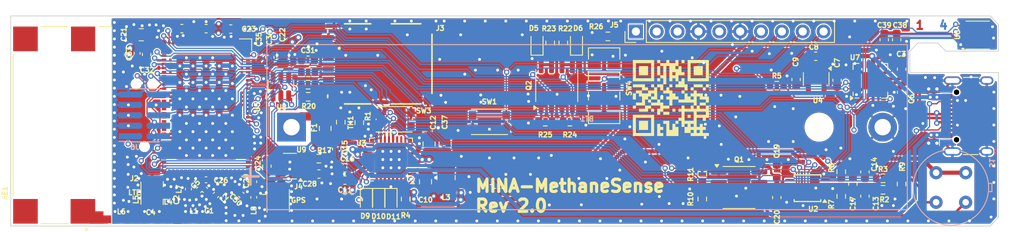
<source format=kicad_pcb>
(kicad_pcb (version 20240108) (generator "pcbnew") (generator_version "8.0")
  (title_block (title "Methanesense") (date "2024-08-05") (rev "v2.0.0"))
  (layers (0 "F.Cu" signal) (1 "In1.Cu" signal) (2 "In2.Cu" signal) (31 "B.Cu" signal) (34 "B.Paste" user) (35 "F.Paste" user) (36 "B.SilkS" user "B.Silkscreen") (37 "F.SilkS" user "F.Silkscreen") (38 "B.Mask" user) (39 "F.Mask" user) (44 "Edge.Cuts" user))
  (net 0 "")
  (net 1 "GND")
  (net 2 "Net-(BT1-+)")
  (net 3 "/POWER/USBDN")
  (net 4 "/POWER/USBDP")
  (net 5 "+2V0")
  (net 6 "VSYS")
  (net 7 "Net-(U5-DEC0)")
  (net 8 "Net-(D5-A)")
  (net 9 "/GAS_SENSOR/AIN0_")
  (net 10 "Net-(D5-K)")
  (net 11 "Net-(D6-K)")
  (net 12 "Net-(D6-A)")
  (net 13 "+5VL")
  (net 14 "/GAS_SENSOR/AIN1_")
  (net 15 "Net-(D9-K)")
  (net 16 "+5V")
  (net 17 "AIN1")
  (net 18 "AIN2")
  (net 19 "AIN3")
  (net 20 "Net-(D10-K)")
  (net 21 "Net-(D11-K)")
  (net 22 "+BATT")
  (net 23 "/POWER/CC1")
  (net 24 "/POWER/CC2")
  (net 25 "/nrf9160/GPS_")
  (net 26 "+1V8SIM")
  (net 27 "/POWER/SW1")
  (net 28 "Net-(S1-Rh-)")
  (net 29 "Net-(U3-VSET1)")
  (net 30 "Net-(SW4A-A)")
  (net 31 "Net-(U3-SHPHLD)")
  (net 32 "Net-(U3-NTC)")
  (net 39 "Net-(U4-BP)")
  (net 49 "/nrf9160/ANT")
  (net 83 "/nrf9160/GPS")
  (net 89 "Net-(U7-3V3OUT)")
  (net 92 "Net-(U9-CT)")
  (net 93 "Net-(C1-Pad2)")
  (net 94 "Net-(C2-Pad1)")
  (net 95 "Net-(C1-Pad1)")
  (net 96 "Net-(C4-Pad2)")
  (net 98 "Net-(J2-In)")
  (net 99 "Net-(J3-RST)")
  (net 100 "Net-(J3-CLK)")
  (net 101 "Net-(J3-I{slash}O)")
  (net 103 "Net-(U9-VOUT)")
  (net 104 "/POWER/VCCIOUSB")
  (net 105 "+2V0SW")
  (net 107 "Net-(AE1-A)")
  (net 108 "P0.08")
  (net 109 "P0.06")
  (net 110 "P0.07")
  (net 111 "P0.05")
  (net 112 "~{RESET}")
  (net 113 "SWDIO")
  (net 114 "SWDCLK")
  (net 115 "SWO")
  (net 116 "COEX0")
  (net 117 "SIM_RST")
  (net 118 "SIM_CLK")
  (net 119 "SIM_IO")
  (net 120 "P0.20{slash}AIN7")
  (net 121 "P0.02")
  (net 122 "P0.12")
  (net 123 "P0.29")
  (net 124 "P0.31")
  (net 125 "P0.03")
  (net 126 "P0.15{slash}AIN2")
  (net 127 "P0.10")
  (net 128 "P0.11")
  (net 129 "P0.16{slash}AIN3")
  (net 130 "P0.19{slash}AIN6")
  (net 131 "P0.13{slash}AIN0")
  (net 132 "P0.26")
  (net 133 "P0.14{slash}AIN1")
  (net 134 "P0.30")
  (net 135 "P0.17{slash}AIN4")
  (net 136 "P0.28")
  (net 137 "P0.09")
  (net 138 "P0.27")
  (net 139 "P0.01")
  (net 140 "P0.04")
  (net 141 "AIN0")
  (net 142 "P0.18{slash}AIN5")
  (footprint "Resistor_SMD:R_0603_1608Metric" (layer "F.Cu") (at 98.805 62.575)
    (property "Reference" "R24")
    (property "Value" "1M")
  )
  (footprint "Methanesense:C_0402_1005Metric_Sqr" (layer "F.Cu") (at 58.8 71.5 -45)
    (property "Reference" "C30")
    (property "Value" "56pF")
  )
  (footprint "Resistor_SMD:R_0603_1608Metric" (layer "F.Cu") (at 66.915057 58.078948 180)
    (property "Reference" "R19" (hide yes))
    (property "Value" "100R")
  )
  (footprint "Resistor_SMD:R_0603_1608Metric" (layer "F.Cu") (at 103.425 52.2 180)
    (property "Reference" "R26")
    (property "Value" "1k")
  )
  (footprint "Package_SO:SOIC-8_3.9x4.9mm_P1.27mm" (layer "F.Cu") (at 119.4 70.6)
    (property "Reference" "Q1")
    (property "Value" "FDS6898A")
  )
  (footprint "Capacitor_SMD:C_0603_1608Metric" (layer "F.Cu") (at 62.25 54.75 -90)
    (property "Reference" "C34")
    (property "Value" "0.1uF")
  )
  (footprint "Package_LGA:Bosch_LGA-8_3x3mm_P0.8mm_ClockwisePinNumbering" (layer "F.Cu") (at 148.4 52.04946 90)
    (property "Reference" "U6")
    (property "Value" "BME680")
  )
  (footprint "Capacitor_SMD:C_0603_1608Metric" (layer "F.Cu") (at 57.5 51.3)
    (property "Reference" "C23")
    (property "Value" "4.7uF")
  )
  (footprint "Capacitor_SMD:C_0603_1608Metric" (layer "F.Cu") (at 138.6 52.6 -90)
    (property "Reference" "C38")
    (property "Value" "0.1uF")
  )
  (footprint "Capacitor_SMD:C_0603_1608Metric" (layer "F.Cu") (at 128.742508 54.61601 180)
    (property "Reference" "C8")
    (property "Value" "1uF")
  )
  (footprint "Button_Switch_SMD:SW_DPDT_CK_JS202011JCQN" (layer "F.Cu") (at 102.971407 58.205683 -90)
    (property "Reference" "SW4")
    (property "Value" "JS202011JCQN")
  )
  (footprint "Methanesense:C_0402_1005Metric_Sqr" (layer "F.Cu") (at 54.339411 70.880942 -45)
    (property "Reference" "C27" (hide yes))
    (property "Value" "15pF")
  )
  (footprint "Resistor_SMD:R_0603_1608Metric" (layer "F.Cu") (at 131.853848 68.677889 90)
    (property "Reference" "R8")
    (property "Value" "0R")
  )
  (footprint "Resistor_SMD:R_0603_1608Metric" (layer "F.Cu") (at 66.925781 56.566905 180)
    (property "Reference" "R18" (hide yes))
    (property "Value" "100R")
  )
  (footprint "Methanesense:XCVR_NN02-220" (layer "F.Cu") (at 36.993262 63.001014 90)
    (property "Reference" "AE1")
    (property "Value" "NN02-220")
  )
  (footprint "Capacitor_SMD:C_0603_1608Metric" (layer "F.Cu") (at 139.2 56.2 -90)
    (property "Reference" "C3")
    (property "Value" "47pF")
  )
  (footprint "Capacitor_SMD:C_0805_2012Metric" (layer "F.Cu") (at 46.6 52 180)
    (property "Reference" "C21")
    (property "Value" "47uF")
  )
  (footprint "LED_SMD:LED_0603_1608Metric" (layer "F.Cu") (at 75.515686 72.2 -90)
    (property "Reference" "D10")
    (property "Value" "LED")
  )
  (footprint "LED_SMD:LED_0603_1608Metric" (layer "F.Cu") (at 74.015686 72.2 -90)
    (property "Reference" "D9")
    (property "Value" "LED")
  )
  (footprint "Resistor_SMD:R_0603_1608Metric" (layer "F.Cu") (at 139.2 70.175 90)
    (property "Reference" "R9")
    (property "Value" "<2k")
  )
  (footprint "LED_SMD:LED_0603_1608Metric" (layer "F.Cu") (at 77.015686 72.2 -90)
    (property "Reference" "D11")
    (property "Value" "LED")
  )
  (footprint "Capacitor_SMD:C_0805_2012Metric" (layer "F.Cu") (at 63.83987 54.5 -90)
    (property "Reference" "C22")
    (property "Value" "47uF")
  )
  (footprint "Methanesense:SW_Push_1P1T_NO_CK_KMR2" (layer "F.Cu") (at 89 62.6)
    (property "Reference" "SW1")
    (property "Value" "KMR223NGLFG")
  )
  (footprint "Capacitor_SMD:C_0603_1608Metric" (layer "F.Cu") (at 71.4 68.2 180)
    (property "Reference" "C16")
    (property "Value" "1uF")
  )
  (footprint "Resistor_SMD:R_0603_1608Metric" (layer "F.Cu") (at 98 53 -90)
    (property "Reference" "R22")
    (property "Value" "100R")
  )
  (footprint "Capacitor_SMD:C_0805_2012Metric" (layer "F.Cu") (at 81.650883 65.3 90)
    (property "Reference" "C12")
    (property "Value" "10uF")
  )
  (footprint "Methanesense:U.FL_Hirose_U.FL-R-SMT-1_Vertical" (layer "F.Cu") (at 62.8 72.2)
    (property "Reference" "J4")
    (property "Value" "HIROSE ELECTRIC U.FL-R-SMT-1")
  )
  (footprint "Methanesense:QFN-16-1EP_4x4mm_P0.65mm_EP2.1x2.1mm" (layer "F.Cu") (at 135.4 57.6 90)
    (property "Reference" "U7")
    (property "Value" "FT230XQ")
  )
  (footprint "Resistor_SMD:R_0603_1608Metric" (layer "F.Cu") (at 131.853848 71.677889 90)
    (property "Reference" "R7")
    (property "Value" "0R")
  )
  (footprint "Methanesense:C_0402_1005Metric_Sqr" (layer "F.Cu") (at 61.026703 54.406959 -90)
    (property "Reference" "C35")
    (property "Value" "15pF")
  )
  (footprint "Capacitor_SMD:C_0603_1608Metric" (layer "F.Cu") (at 133.269945 70.201036 90)
    (property "Reference" "C17")
    (property "Value" "1uF")
  )
  (footprint "Capacitor_SMD:C_0603_1608Metric" (layer "F.Cu") (at 124 71.825 -90)
    (property "Reference" "C20")
    (property "Value" "1uF")
  )
  (footprint "Package_TO_SOT_SMD:SOT-23-5" (layer "F.Cu") (at 128.8 57.4 -90)
    (property "Reference" "U4")
    (property "Value" "AP7331-20WG-7")
  )
  (footprint "Capacitor_SMD:C_0603_1608Metric" (layer "F.Cu") (at 134.738938 71.655498 90)
    (property "Reference" "C13")
    (property "Value" "0.1uF")
  )
  (footprint "Resistor_SMD:R_0603_1608Metric" (layer "F.Cu") (at 114.925 72 -90)
    (property "Reference" "R10")
    (property "Value" "1M")
  )
  (footprint "Package_SO:SOIC-8_3.9x4.9mm_P1.27mm" (layer "F.Cu") (at 97.2 58.175 90)
    (property "Reference" "Q2")
    (property "Value" "FDS6898A")
  )
  (footprint "Fuse:Fuse_0805_2012Metric" (layer "F.Cu") (at 69 63.4 90)
    (property "Reference" "F1")
    (property "Value" "0805L110WR")
  )
  (footprint "Capacitor_SMD:C_0603_1608Metric" (layer "F.Cu") (at 131.34 57.54 90)
    (property "Reference" "C7")
    (property "Value" "1uF")
  )
  (footprint "Methanesense:C_0603_1608Metric" (layer "F.Cu") (at 51.015416 73.904771 90)
    (property "Reference" "C2")
    (property "Value" "1.7pF")
  )
  (footprint "Package_SO:TSSOP-10_3x3mm_P0.5mm" (layer "F.Cu") (at 127.738938 70.680498 180)
    (property "Reference" "U2")
    (property "Value" "ADS1115IDGS")
  )
  (footprint "Capacitor_SMD:C_0603_1608Metric" (layer "F.Cu") (at 68.238557 68.959686)
    (property "Reference" "C28")
    (property "Value" "1uF")
  )
  (footprint "Methanesense:693043020611" (layer "F.Cu") (at 75.815 55.54 90)
    (property "Reference" "J3")
    (property "Value" "693043020611")
    (property "VALUE" "693043020611" (hide yes))
  )
  (footprint "Resistor_SMD:R_0603_1608Metric" (layer "F.Cu") (at 136.938938 70.880498)
    (property "Reference" "R2")
    (property "Value" "470R")
  )
  (footprint "Methanesense:L_0603_1608Metric" (layer "F.Cu") (at 46.013705 73.870771 90)
    (property "Reference" "L5")
    (property "Value" "7.5NH")
  )
  (footprint "Resistor_SMD:R_0603_1608Metric" (layer "F.Cu") (at 66.925 59.555 180)
    (property "Reference" "R20")
    (property "Value" "100R")
  )
  (footprint "Capacitor_SMD:C_0603_1608Metric" (layer "F.Cu") (at 124 68.6 90)
    (property "Reference" "C19")
    (property "Value" "0.1uF")
  )
  (footprint "Methanesense:LGA_9160_16.0x10.5mm" (layer "F.Cu") (at 54.495 60.8 -90)
    (property "Reference" "U5")
    (property "Value" "nRF9160-SICA")
  )
  (footprint "LED_SMD:LED_0603_1608Metric" (layer "F.Cu") (at 99.6 53 90)
    (property "Reference" "D6")
    (property "Value" "LED")
  )
  (footprint "Methanesense:L_0603_1608Metric" (layer "F.Cu") (at 52.893881 74.499594 180)
    (property "Reference" "L1")
    (property "Value" "2.3nH")
  )
  (footprint "Capacitor_SMD:C_0805_2012Metric" (layer "F.Cu") (at 81.215686 69.9 90)
    (property "Reference" "C10")
    (property "Value" "10uF")
  )
  (footprint "Package_TO_SOT_SMD:SOT-23-6" (layer "F.Cu") (at 64.7 68 180)
    (property "Reference" "U9")
    (property "Value" "TPS22917DBV")
  )
  (footprint "Methanesense:U.FL_Hirose_U.FL-R-SMT-1_Vertical" (layer "F.Cu") (at 48.393004 71.283999 180)
    (property "Reference" "J2")
    (property "Value" "HIROSE ELECTRIC U.FL-R-SMT-1")
  )
  (footprint "Resistor_SMD:R_0603_1608Metric" (layer "F.Cu") (at 68.225 67.085 180)
    (property "Reference" "R17")
    (property "Value" "1M")
  )
  (footprint "LOGO" (layer "F.Cu") (at 111.1 59.7)
    (property "Reference" "G***" (hide yes))
    (property "Value" "LOGO" (hide yes))
  )
  (footprint "Resistor_SMD:R_0603_1608Metric" (layer "F.Cu") (at 78.8 72 90)
    (property "Reference" "R4")
    (property "Value" "0R")
  )
  (footprint "Connector_PinHeader_2.54mm:PinHeader_1x10_P2.54mm_Vertical" (layer "F.Cu") (at 106.84 51.6 90)
    (property "Reference" "J5")
    (property "Value" "Conn_01x10_Pin")
  )
  (footprint "Capacitor_SMD:C_0603_1608Metric" (layer "F.Cu") (at 51.541493 51.247757 180)
    (property "Reference" "C25" (hide yes))
    (property "Value" "4.7uF")
  )
  (footprint "Capacitor_SMD:C_0603_1608Metric" (layer "F.Cu") (at 134.738938 68.705498 -90)
    (property "Reference" "C14")
    (property "Value" "0.1uF")
  )
  (footprint "Capacitor_SMD:C_0603_1608Metric" (layer "F.Cu") (at 137.085527 52.6 -90)
    (property "Reference" "C39")
    (property "Value" "1uF")
  )
  (footprint "Capacitor_SMD:C_0603_1608Metric" (layer "F.Cu") (at 61.9 68 90)
    (property "Reference" "C24")
    (property "Value" "1nF")
  )
  (footprint "Methanesense:C_0402_1005Metric_Sqr" (layer "F.Cu") (at 53.660589 70.880077 -135)
    (property "Reference" "C5")
    (property "Value" "15pF")
  )
  (footprint "Capacitor_SMD:C_0603_1608Metric" (layer "F.Cu") (at 66.9 55.1 180)
    (property "Reference" "C31")
    (property "Value" "1uF")
  )
  (footprint "Resistor_SMD:R_0603_1608Metric" (layer "F.Cu") (at 70.897162 62.642763 -90)
    (property "Reference" "TH1")
    (property "Value" "10k NTC")
  )
  (footprint "Methanesense:C_0402_1005Metric_Sqr" (layer "F.Cu") (at 46.09956 54.26619 -90)
    (property "Reference" "C33")
    (property "Value" "15pF")
  )
  (footprint "Resistor_SMD:R_0603_1608Metric" (layer "F.Cu") (at 124 58.2)
    (property "Reference" "R5")
    (property "Value" "0R")
  )
  (footprint "Methanesense:SW_Push_1P1T_NO_CK_KMR2" (layer "F.Cu") (at 77.4 62.295085 180)
    (property "Reference" "SW3")
    (property "Value" "KMR223NGLFG")
  )
  (footprint "Methanesense:C_0402_1005Metric_Sqr" (layer "F.Cu") (at 54.484468 69.658168)
    (property "Reference" "C26")
    (property "Value" "15pF")
  )
  (footprint "Resistor_SMD:R_0603_1608Metric" (layer "F.Cu") (at 73.154378 62.7 90)
    (property "Reference" "R1")
    (property "Value" "68k")
  )
  (footprint "Capacitor_SMD:C_0805_2012Metric" (layer "F.Cu") (at 83.615686 65.3 90)
    (property "Reference" "C37")
    (property "Value" "10uF")
  )
  (footprint "Methanesense:C_0402_1005Metric_Sqr" (layer "F.Cu") (at 55.696977 71.506167 45)
    (property "Reference" "L2")
    (property "Value" "39NH")
  )
  (footprint "Methanesense:L_0603_1608Metric" (layer "F.Cu") (at 49.757182 73.870771 90)
    (property "Reference" "L4")
    (property "Value" "NP")
  )
  (footprint "Methanesense:QFN-32-1EP_5x5mm_P0.5mm_EP3.6x3.6mm_ThermalVias" (layer "F.Cu") (at 77.015686 67.2 180)
    (property "Reference" "U3")
    (property "Value" "nPM1300-QEXX")
  )
  (footprint "Methanesense:USB_C_Receptacle_HCTL_HC-TYPE-C-16P-01A" (layer "F.Cu") (at 148.5 61.89 90)
    (property "Reference" "J1" (hide yes))
    (property "Value" "USB_C_Receptacle_USB2.0_14P")
  )
  (footprint "Capacitor_SMD:C_0603_1608Metric" (layer "F.Cu") (at 47.25 54.4 -90)
    (property "Reference" "C32")
    (property "Value" "0.1uF")
  )
  (footprint "Methanesense:C_0603_1608Metric" (layer "F.Cu") (at 55.327801 74.499594 180)
    (property "Reference" "C1")
    (property "Value" "1.7pF")
  )
  (footprint "Resistor_SMD:R_0603_1608Metric" (layer "F.Cu") (at 95.805 62.575)
    (property "Reference" "R25")
    (property "Value" "1M")
  )
  (footprint "Resistor_SMD:R_0603_1608Metric" (layer "F.Cu") (at 136.938938 69.480498)
    (property "Reference" "R3")
    (property "Value" "470R")
  )
  (footprint "Methanesense:C_0603_1608Metric" (layer "F.Cu") (at 47.8406 74.499594 180)
    (property "Reference" "C4")
    (property "Value" "8.5pF")
  )
  (footprint "Methanesense:L_0603_1608Metric" (layer "F.Cu") (at 44.143371 74.499594 180)
    (property "Reference" "L6")
    (property "Value" "1.6nH")
  )
  (footprint "Methanesense:C_0402_1005Metric_Sqr" (layer "F.Cu") (at 60.3 71.8 90)
    (property "Reference" "L8")
    (property "Value" " 68 nH ")
  )
  (footprint "Capacitor_SMD:C_0603_1608Metric" (layer "F.Cu") (at 70.4 65.9 -90)
    (property "Reference" "C15")
    (property "Value" "4.7uF")
  )
  (footprint "Capacitor_SMD:C_0603_1608Metric" (layer "F.Cu") (at 126.352473 57.447946 90)
    (property "Reference" "C9")
    (property "Value" "1uF")
  )
  (footprint "Methanesense:C_0402_1005Metric_Sqr" (layer "F.Cu") (at 60.3 69.9 90)
    (property "Reference" "C29")
    (property "Value" "56pF")
  )
  (footprint "LED_SMD:LED_0603_1608Metric" (layer "F.Cu") (at 94.8 53 90)
    (property "Reference" "D5")
    (property "Value" "LED")
  )
  (footprint "Resistor_SMD:R_0603_1608Metric" (layer "F.Cu") (at 114.925 69 -90)
    (property "Reference" "R11")
    (property "Value" "1M")
  )
  (footprint "Capacitor_SMD:C_0603_1608Metric" (layer "F.Cu") (at 139.2 59 90)
    (property "Reference" "C6")
    (property "Value" "47pF")
  )
  (footprint "Inductor_SMD:L_1008_2520Metric" (layer "F.Cu") (at 83.715686 69.4 90)
    (property "Reference" "L3")
    (property "Value" "2.2uH")
  )
  (footprint "Capacitor_SMD:C_0603_1608Metric" (layer "F.Cu") (at 71.4 69.7 180)
    (property "Reference" "C11")
    (property "Value" "1uF")
  )
  (footprint "Package_TO_SOT_SMD:SOT-23-6" (layer "F.Cu") (at 63.6 58.3 90)
    (property "Reference" "U8")
    (property "Value" "USBLC6-4SC6")
  )
  (footprint "Methanesense:C_0402_1005Metric_Sqr" (layer "F.Cu") (at 52.341297 70.794359 90)
    (property "Reference" "L7")
    (property "Value" "39NH")
  )
  (footprint "Capacitor_SMD:C_0603_1608Metric" (layer "F.Cu") (at 54.5 51.25 180)
    (property "Reference" "C36" (hide yes))
    (property "Value" "0.1uF")
  )
  (footprint "Resistor_SMD:R_0603_1608Metric" (layer "F.Cu") (at 96.4 53 90)
    (property "Reference" "R23")
    (property "Value" "100R")
  )
  (footprint "Methanesense:TGS8410" (layer "B.Cu") (at 145.2 70.6 90)
    (property "Reference" "S1")
    (property "Value" "TGS8410")
  )
  (footprint "esprelay:SEXY_pinpogo" (layer "B.Cu") (at 46.984 61.81)
    (property "Reference" "J6")
    (property "Value" "JLINK")
  )
  (footprint "Methanesense:BatteryHolder_MPD_BH-18650-PC2" (layer "B.Cu") (at 64.895 63.25)
    (property "Reference" "BT1")
    (property "Value" "BH-18650-PC2")
  )
  (gr_line (start 140.2 54) (end 140.2 56.6) (stroke (width 0.1)) (layer "Edge.Cuts"))
  (gr_line (start 151 56.6) (end 151 74.2) (stroke (width 0.1)) (layer "Edge.Cuts"))
  (gr_line (start 150 75.3) (end 151 74.2) (stroke (width 0.1)) (layer "Edge.Cuts"))
  (gr_line (start 151 54) (end 144.6 54) (stroke (width 0.1)) (layer "Edge.Cuts"))
  (gr_line (start 141.2 53) (end 140.2 54) (stroke (width 0.1)) (layer "Edge.Cuts"))
  (gr_line (start 143.6 53) (end 141.2 53) (stroke (width 0.1)) (layer "Edge.Cuts"))
  (gr_line (start 144.6 54) (end 143.6 53) (stroke (width 0.1)) (layer "Edge.Cuts"))
  (gr_line (start 140.2 56.6) (end 151 56.6) (stroke (width 0.1)) (layer "Edge.Cuts"))
  (gr_line (start 151 50.8) (end 150 49.7) (stroke (width 0.1)) (layer "Edge.Cuts"))
  (gr_line (start 30.7 75.3) (end 30.7 49.7) (stroke (width 0.1)) (layer "Edge.Cuts"))
  (gr_line (start 30.7 75.3) (end 150 75.3) (stroke (width 0.1)) (layer "Edge.Cuts"))
  (gr_line (start 151 50.8) (end 151 54) (stroke (width 0.1)) (layer "Edge.Cuts"))
  (gr_line (start 30.7 49.7) (end 150 49.7) (stroke (width 0.1)) (layer "Edge.Cuts"))
  (gr_text "1" (at 140.782944 51.422296 -0) (layer "F.Cu") (effects (font (size 1 1) (thickness 0.25) (bold yes)) (justify left bottom)))
  (gr_text "4" (at 143.659837 51.422296 0) (layer "B.Cu") (effects (font (size 1 1) (thickness 0.25) (bold yes)) (justify left bottom)))
  (gr_text "LTE\n" (at 44.922975 71.565521 0) (layer "F.SilkS") (effects (font (size 0.6 0.6) (thickness 0.15) (bold yes)) (justify left bottom)))
  (gr_text "MINA-MethaneSense \nRev 2.0" (at 87.1 73.7 0) (layer "F.SilkS") (effects (font (size 1.5 1.5) (thickness 0.375) (bold yes)) (justify left bottom)))
  (gr_text "GPS" (at 64.75 72.5 0) (layer "F.SilkS") (effects (font (size 0.6 0.6) (thickness 0.15) (bold yes)) (justify left bottom)))
  (segment (start 59.234519 51.285) (end 59.879731 51.285) (width 0.217545) (layer "F.Cu") (net 1))
  (segment (start 54.614468 70.167169) (end 54.830126 70.382827) (width 0.3) (layer "F.Cu") (net 1))
  (segment (start 48.524629 66.5) (end 48.675736 66.5) (width 0.15) (layer "F.Cu") (net 1))
  (segment (start 57.695 66.8) (end 57.695 54.8) (width 0.8) (layer "F.Cu") (net 1))
  (segment (start 49.118212 64.55) (end 48.408643 65.259569) (width 0.15) (layer "F.Cu") (net 1))
  (segment (start 55.495 53.05) (end 55.495 52.415054) (width 0.3) (layer "F.Cu") (net 1))
  (segment (start 46.964076 64.535924) (end 46 65.5) (width 0.15) (layer "F.Cu") (net 1))
  (segment (start 55.995 52.495) (end 56.505 52.495) (width 0.3) (layer "F.Cu") (net 1))
  (segment (start 78.265686 68.45) (end 77.015686 67.2) (width 0.3) (layer "F.Cu") (net 1))
  (segment (start 128.764706 70.680498) (end 128.751305 70.667097) (width 0.15) (layer "F.Cu") (net 1))
  (segment (start 95.295 60.65) (end 95.295 62.26) (width 0.25) (layer "F.Cu") (net 1))
  (segment (start 62.924999 58.1) (end 62.247318 58.1) (width 0.25) (layer "F.Cu") (net 1))
  (segment (start 45.65 52) (end 45.65 51.85) (width 0.3) (layer "F.Cu") (net 1))
  (segment (start 149.5875 52.44946) (end 150.35054 52.44946) (width 0.3) (layer "F.Cu") (net 1))
  (segment (start 60.085 55.55) (end 60.363662 55.55) (width 0.25) (layer "F.Cu") (net 1))
  (segment (start 79.465686 68.45) (end 80.715686 68.45) (width 0.3) (layer "F.Cu") (net 1))
  (segment (start 130.807025 71.462411) (end 130.807025 70.730498) (width 0.15) (layer "F.Cu") (net 1))
  (segment (start 56.395 69.94353) (end 56.710891 70.259421) (width 0.3) (layer "F.Cu") (net 1))
  (segment (start 47.918004 72.758999) (end 49.27041 72.758999) (width 0.2) (layer "F.Cu") (net 1))
  (segment (start 59.495 66.55) (end 60.25 66.55) (width 0.3) (layer "F.Cu") (net 1))
  (segment (start 48.0343 66.222168) (end 48.2 66.387868) (width 0.15) (layer "F.Cu") (net 1))
  (segment (start 53.725 51.175) (end 54.5 50.4) (width 0.3) (layer "F.Cu") (net 1))
  (segment (start 55.495 52.56) (end 55.495 53.05) (width 0.15) (layer "F.Cu") (net 1))
  (segment (start 51.295 62.8) (end 57.695 62.8) (width 0.8) (layer "F.Cu") (net 1))
  (segment (start 150.65 65.199315) (end 150.65 67.770991) (width 0.3) (layer "F.Cu") (net 1))
  (segment (start 52.2 69.4) (end 52.3 69.5) (width 0.3) (layer "F.Cu") (net 1))
  (segment (start 45.5 55.34575) (end 45.5 55.8) (width 0.25) (layer "F.Cu") (net 1))
  (segment (start 58.275 51.3) (end 58.275 51.46738) (width 0.3) (layer "F.Cu") (net 1))
  (segment (start 69.8 67.5) (end 69.8 67.275) (width 0.3) (layer "F.Cu") (net 1))
  (segment (start 77.265686 69.65) (end 77.265686 67.45) (width 0.15) (layer "F.Cu") (net 1))
  (segment (start 59.958603 59.55) (end 60.36 59.148603) (width 0.25) (layer "F.Cu") (net 1))
  (segment (start 52.995 53.05) (end 52.995 52.41) (width 0.3) (layer "F.Cu") (net 1))
  (segment (start 45.65 51.95) (end 46.7 50.9) (width 0.3) (layer "F.Cu") (net 1))
  (segment (start 144.755 65.09) (end 144.755 65.57) (width 0.25) (layer "F.Cu") (net 1))
  (segment (start 51.295 56.8) (end 57.695 56.8) (width 0.8) (layer "F.Cu") (net 1))
  (segment (start 54.495 68.55) (end 54.445 68.6) (width 0.3) (layer "F.Cu") (net 1))
  (segment (start 63.983052 60.448514) (end 63.6 60.065462) (width 0.4) (layer "F.Cu") (net 1))
  (segment (start 48.2 66.387868) (end 48.412497 66.387868) (width 0.15) (layer "F.Cu") (net 1))
  (segment (start 126.168491 54.61601) (end 125.815457 54.262976) (width 0.4) (layer "F.Cu") (net 1))
  (segment (start 81.535 60.188853) (end 81.535 60.005) (width 0.4) (layer "F.Cu") (net 1))
  (segment (start 56.495 69.411081) (end 56.395 69.511081) (width 0.3) (layer "F.Cu") (net 1))
  (segment (start 50.6 69.6) (end 49.8 69.6) (width 0.3) (layer "F.Cu") (net 1))
  (segment (start 139.225 53.375) (end 139.8 52.8) (width 0.3) (layer "F.Cu") (net 1))
  (segment (start 51.295 56.8) (end 51.295 66.8) (width 0.8) (layer "F.Cu") (net 1))
  (segment (start 58.275 51.3) (end 59.219519 51.3) (width 0.3) (layer "F.Cu") (net 1))
  (segment (start 60.55 67.05) (end 61.14535 66.45465) (width 0.3) (layer "F.Cu") (net 1))
  (segment (start 55.286515 52.206569) (end 55.058084 52.435) (width 0.15) (layer "F.Cu") (net 1))
  (segment (start 95.295 62.26) (end 94.98 62.575) (width 0.25) (layer "F.Cu") (net 1))
  (segment (start 57.995 68.55) (end 57.995 69.84647) (width 0.3) (layer "F.Cu") (net 1))
  (segment (start 45.8 71.9) (end 45.4 71.5) (width 0.2) (layer "F.Cu") (net 1))
  (segment (start 57.534798 51.957582) (end 57.292418 51.957582) (width 0.3) (layer "F.Cu") (net 1))
  (segment (start 56.495 68.55) (end 56.495 69.411081) (width 0.3) (layer "F.Cu") (net 1))
  (segment (start 48.675736 66.5) (end 49.125736 66.05) (width 0.15) (layer "F.Cu") (net 1))
  (segment (start 53.725 51.25) (end 53.725 51.175) (width 0.3) (layer "F.Cu") (net 1))
  (segment (start 56.395 69.511081) (end 56.395 69.94353) (width 0.3) (layer "F.Cu") (net 1))
  (segment (start 47 56.232301) (end 47 56.8) (width 0.15) (layer "F.Cu") (net 1))
  (segment (start 59.495 65.55) (end 60.05 65.55) (width 0.3) (layer "F.Cu") (net 1))
  (segment (start 79.880072 66.45) (end 80.465686 65.864386) (width 0.3) (layer "F.Cu") (net 1))
  (segment (start 51.295 58.8) (end 57.695 58.8) (width 0.8) (layer "F.Cu") (net 1))
  (segment (start 70.625 68.2) (end 70.625 66.9) (width 0.3) (layer "F.Cu") (net 1))
  (segment (start 70.625 68.2) (end 70.572302 68.2) (width 0.3) (layer "F.Cu") (net 1))
  (segment (start 75.265686 64.5) (end 75.265686 64.75) (width 0.3) (layer "F.Cu") (net 1))
  (segment (start 70.625 69.7) (end 70.625 68.2) (width 0.3) (layer "F.Cu") (net 1))
  (segment (start 61.218721 53.05) (end 61.233319 53.064598) (width 0.4) (layer "F.Cu") (net 1))
  (segment (start 54.62 52.435) (end 55 52.435) (width 0.15) (layer "F.Cu") (net 1))
  (segment (start 45.4 71.5) (end 43.325 71.5) (width 0.2) (layer "F.Cu") (net 1))
  (segment (start 49.437911 70.308999) (end 48.937911 69.808999) (width 0.217545) (layer "F.Cu") (net 1))
  (segment (start 144.755 58.69) (end 143.59 58.69) (width 0.25) (layer "F.Cu") (net 1))
  (segment (start 48.77016 63.944156) (end 48.581824 64.2341) (width 0.15) (layer "F.Cu") (net 1))
  (segment (start 70.4 66.675) (end 69.5 66.2) (width 0.3) (layer "F.Cu") (net 1))
  (segment (start 130.588938 71.680498) (end 130.807025 71.462411) (width 0.15) (layer "F.Cu") (net 1))
  (segment (start 62.25 55.525) (end 62.25 55.3836) (width 0.3) (layer "F.Cu") (net 1))
  (segment (start 51.495 52.41) (end 51.269998 52.184998) (width 0.3) (layer "F.Cu") (net 1))
  (segment (start 143.61 65.09) (end 143.5 65.2) (width 0.25) (layer "F.Cu") (net 1))
  (segment (start 62.25 55.525) (end 63.76487 55.525) (width 0.3) (layer "F.Cu") (net 1))
  (segment (start 45.021179 73.545771) (end 45.6 73.545771) (width 0.6) (layer "F.Cu") (net 1))
  (segment (start 51.495 69.395) (end 51.5 69.4) (width 0.3) (layer "F.Cu") (net 1))
  (segment (start 81.665686 69.4) (end 81.215686 68.95) (width 0.3) (layer "F.Cu") (net 1))
  (segment (start 57.292418 52.207582) (end 57.0068 52.4932) (width 0.3) (layer "F.Cu") (net 1))
  (segment (start 81.73774 64.35) (end 82.762741 63.324999) (width 0.3) (layer "F.Cu") (net 1))
  (segment (start 82.473632 69.4) (end 81.665686 69.4) (width 0.3) (layer "F.Cu") (net 1))
  (segment (start 59.495 69.495) (end 59.5 69.5) (width 0.3) (layer "F.Cu") (net 1))
  (segment (start 48.28 64.535924) (end 46.964076 64.535924) (width 0.15) (layer "F.Cu") (net 1))
  (segment (start 55 52.435) (end 55.37 52.435) (width 0.15) (layer "F.Cu") (net 1))
  (segment (start 51.295 64.8) (end 57.695 64.8) (width 0.8) (layer "F.Cu") (net 1))
  (segment (start 47.144637 67.562991) (end 47.144637 67.209437) (width 0.15) (layer "F.Cu") (net 1))
  (segment (start 55.775592 50.069561) (end 58.669561 50.069561) (width 0.217545) (layer "F.Cu") (net 1))
  (segment (start 52.895 66.8) (end 52.895 54.8) (width 0.8) (layer "F.Cu") (net 1))
  (segment (start 144.755 58.69) (end 144.755 58.21) (width 0.25) (layer "F.Cu") (net 1))
  (segment (start 57.995 69.84647) (end 58.024265 69.875735) (width 0.3) (layer "F.Cu") (net 1))
  (segment (start 69.5 66.2) (end 69.46 66.675) (width 0.3) (layer "F.Cu") (net 1))
  (segment (start 49.125736 66.05) (end 49.495 66.05) (width 0.15) (layer "F.Cu") (net 1))
  (segment (start 60.25 66.55) (end 60.4 66.4) (width 0.3) (layer "F.Cu") (net 1))
  (segment (start 130.757025 70.680498) (end 130.807025 70.730498) (width 0.15) (layer "F.Cu") (net 1))
  (segment (start 59.495 64.55) (end 60.207772 64.55) (width 0.3) (layer "F.Cu") (net 1))
  (segment (start 51.269998 52.184998) (end 51 52.184998) (width 0.3) (layer "F.Cu") (net 1))
  (segment (start 48.203347 65.360858) (end 48.0343 65.585799) (width 0.15) (layer "F.Cu") (net 1))
  (segment (start 55.995 69.205) (end 55.7 69.5) (width 0.3) (layer "F.Cu") (net 1))
  (segment (start 149.5875 50.84946) (end 150.106996 50.84946) (width 0.3) (layer "F.Cu") (net 1))
  (segment (start 59.879731 51.285) (end 60.6 51.285) (width 0.217545) (layer "F.Cu") (net 1))
  (segment (start 135.725 57.925) (end 135.4 57.6) (width 0.3) (layer "F.Cu") (net 1))
  (segment (start 63.6 58.775001) (end 62.924999 58.1) (width 0.25) (layer "F.Cu") (net 1))
  (segment (start 53.725 51.125) (end 53 50.4) (width 0.3) (layer "F.Cu") (net 1))
  (segment (start 70.625 66.9) (end 70.4 66.675) (width 0.3) (layer "F.Cu") (net 1))
  (segment (start 63.83987 55.45) (end 63.83987 55.193302) (width 0.3) (layer "F.Cu") (net 1))
  (segment (start 53.545 69) (end 53.219468 69.325532) (width 0.3) (layer "F.Cu") (net 1))
  (segment (start 81.650883 64.35) (end 81.73774 64.35) (width 0.3) (layer "F.Cu") (net 1))
  (segment (start 49.495 67.55) (end 49.005 67.55) (width 0.15) (layer "F.Cu") (net 1))
  (segment (start 55.504946 52.425) (end 55.286515 52.206569) (width 0.3) (layer "F.Cu") (net 1))
  (segment (start 74.59499 64.276195) (end 75.041881 64.276195) (width 0.3) (layer "F.Cu") (net 1))
  (segment (start 59.495 68.55) (end 59.495 69.495) (width 0.3) (layer "F.Cu") (net 1))
  (segment (start 59.495 59.55) (end 59.958603 59.55) (width 0.25) (layer "F.Cu") (net 1))
  (segment (start 56.095 54.8) (end 56.095 66.8) (width 0.8) (layer "F.Cu") (net 1))
  (segment (start 47.197435 56.997435) (end 47 56.8) (width 0.15) (layer "F.Cu") (net 1))
  (segment (start 47.197435 58.281098) (end 47.197435 56.997435) (width 0.15) (layer "F.Cu") (net 1))
  (segment (start 60.4 66.4) (end 60.4 65.9) (width 0.3) (layer "F.Cu") (net 1))
  (segment (start 48.408643 65.259569) (end 48.203347 65.360858) (width 0.15) (layer "F.Cu") (net 1))
  (segment (start 81.080072 65.25) (end 81.650883 64.679189) (width 0.3) (layer "F.Cu") (net 1))
  (segment (start 60.05 65.55) (end 60.4 65.2) (width 0.3) (layer "F.Cu") (net 1))
  (segment (start 143.5 65.2) (end 142.5 65.2) (width 0.25) (layer "F.Cu") (net 1))
  (segment (start 49.495 58.05) (end 49.011084 58.05) (width 0.15) (layer "F.Cu") (net 1))
  (segment (start 52.1 54.8) (end 57.695 54.8) (width 0.8) (layer "F.Cu") (net 1))
  (segment (start 49.495 69.295) (end 49.8 69.6) (width 0.3) (layer "F.Cu") (net 1))
  (segment (start 46.658999 72.758999) (end 46.4 72.5) (width 0.2) (layer "F.Cu") (net 1))
  (segment (start 69.8 67.275) (end 70.4 66.675) (width 0.3) (layer "F.Cu") (net 1))
  (segment (start 135.4 57.6) (end 133.5 55.7) (width 0.3) (layer "F.Cu") (net 1))
  (segment (start 60.25 65.05) (end 60.4 65.2) (width 0.3) (layer "F.Cu") (net 1))
  (segment (start 47.918004 72.758999) (end 49.406625 72.758999) (width 0.2) (layer "F.Cu") (net 1))
  (segment (start 138.6 53.375) (end 137.085527 53.375) (width 0.3) (layer "F.Cu") (net 1))
  (segment (start 52.685 52.1) (end 51.7 52.1) (width 0.3) (layer "F.Cu") (net 1))
  (segment (start 129.888938 70.680498) (end 128.764706 70.680498) (width 0.15) (layer "F.Cu") (net 1))
  (segment (start 80.465686 65.864386) (end 80.465686 65.25) (width 0.3) (layer "F.Cu") (net 1))
  (segment (start 48.88 67.675) (end 48.88 68.48) (width 0.15) (layer "F.Cu") (net 1))
  (segment (start 70.625 69.667897) (end 71.334306 68.958591) (width 0.3) (layer "F.Cu") (net 1))
  (segment (start 56.505 52.495) (end 56.7 52.3) (width 0.3) (layer "F.Cu") (net 1))
  (segment (start 97.835 62.43) (end 97.98 62.575) (width 0.25) (layer "F.Cu") (net 1))
  (segment (start 70.572302 68.2) (end 69.837719 68.934583) (width 0.3) (layer "F.Cu") (net 1))
  (segment (start 54.495 53.05) (end 54.495 52.56) (width 0.3) (layer "F.Cu") (net 1))
  (segment (start 60.9 61.823998) (end 60.9 62.100889) (width 0.15) (layer "F.Cu") (net 1))
  (segment (start 60.55 67.45) (end 60.55 67.05) (width 0.3) (layer "F.Cu") (net 1))
  (segment (start 60.45 67.55) (end 60.55 67.45) (width 0.3) (layer "F.Cu") (net 1))
  (segment (start 48.310784 58.7503) (end 47.666637 58.7503) (width 0.15) (layer "F.Cu") (net 1))
  (segment (start 60.363662 55.55) (end 61.026703 54.886959) (width 0.25) (layer "F.Cu") (net 1))
  (segment (start 60.085 55.55) (end 61.497318 56.962318) (width 0.25) (layer "F.Cu") (net 1))
  (segment (start 70.625 69.7) (end 70.079187 69.7) (width 0.3) (layer "F.Cu") (net 1))
  (segment (start 65.8375 68) (end 68.053871 68) (width 0.5) (layer "F.Cu") (net 1))
  (segment (start 59.495 68.55) (end 60.25 68.55) (width 0.3) (layer "F.Cu") (net 1))
  (segment (start 53.219468 69.325532) (end 53.219468 69.507402) (width 0.3) (layer "F.Cu") (net 1))
  (segment (start 53.545 68.6) (end 53.545 69) (width 0.3) (layer "F.Cu") (net 1))
  (segment (start 83.615686 64.177944) (end 82.762741 63.324999) (width 0.2) (layer "F.Cu") (net 1))
  (segment (start 143.59 58.69) (end 143.5 58.6) (width 0.25) (layer "F.Cu") (net 1))
  (segment (start 133.45 56.625) (end 131.48 56.625) (width 0.15) (layer "F.Cu") (net 1))
  (segment (start 68.053871 68) (end 68.135 68) (width 0.5) (layer "F.Cu") (net 1))
  (segment (start 49.495 68.605) (end 49.3 68.8) (width 0) (layer "F.Cu") (net 1))
  (segment (start 48.77016 63.28484) (end 48.77016 63.944156) (width 0.15) (layer "F.Cu") (net 1))
  (segment (start 61.497318 57.398526) (end 61.497318 57.35) (width 0.25) (layer "F.Cu") (net 1))
  (segment (start 75.041881 64.276195) (end 75.265686 64.5) (width 0.3) (layer "F.Cu") (net 1))
  (segment (start 47.79836 56.05) (end 47.182301 56.05) (width 0.15) (layer "F.Cu") (net 1))
  (segment (start 45.6 73.545771) (end 51.965416 73.545771) (width 0.6) (layer "F.Cu") (net 1))
  (segment (start 48.525 52.3) (end 49.275 53.05) (width 0.3) (layer "F.Cu") (net 1))
  (segment (start 60.849111 62.05) (end 60.9 62.100889) (width 0.25) (layer "F.Cu") (net 1))
  (segment (start 150.35054 52.44946) (end 150.4 52.4) (width 0.3) (layer "F.Cu") (net 1))
  (segment (start 47.918004 72.758999) (end 46.500477 72.758999) (width 0.2) (layer "F.Cu") (net 1))
  (segment (start 57.495 69.325735) (end 57.595 69.425735) (width 0.3) (layer "F.Cu") (net 1))
  (segment (start 59.495 63.55) (end 59.495 64.05) (width 0.3) (layer "F.Cu") (net 1))
  (segment (start 55.925 52.425) (end 55.995 52.495) (width 0.3) (layer "F.Cu") (net 1))
  (segment (start 63.76487 55.525) (end 63.83987 55.45) (width 0.3) (layer "F.Cu") (net 1))
  (segment (start 80.665683 64.35) (end 80.465686 64.549997) (width 0.3) (layer "F.Cu") (net 1))
  (segment (start 55.495 52.415054) (end 55.286515 52.206569) (width 0.3) (layer "F.Cu") (net 1))
  (segment (start 60.048786 57.55) (end 60.448786 57.95) (width 0.25) (layer "F.Cu") (net 1))
  (segment (start 49.011084 58.05) (end 48.310784 58.7503) (width 0.15) (layer "F.Cu") (net 1))
  (segment (start 146.44946 53.24946) (end 146.4 53.2) (width 0.3) (layer "F.Cu") (net 1))
  (segment (start 45.65 51.85) (end 44.8 51) (width 0.3) (layer "F.Cu") (net 1))
  (segment (start 45.7 68.1) (end 46.607628 68.1) (width 0.15) (layer "F.Cu") (net 1))
  (segment (start 45.65 52) (end 45.65 50.80489) (width 0.3) (layer "F.Cu") (net 1))
  (segment (start 55.445153 50.4) (end 55.775592 50.069561) (width 0.217545) (layer "F.Cu") (net 1))
  (segment (start 47.17119 54.74619) (end 46.09956 54.74619) (width 0.25) (layer "F.Cu") (net 1))
  (segment (start 51.295 60.8) (end 57.695 60.8) (width 0.8) (layer "F.Cu") (net 1))
  (segment (start 49.495 68.55) (end 46.95 68.55) (width 0.3) (layer "F.Cu") (net 1))
  (segment (start 46.4 72.5) (end 46.4 71.9) (width 0.2) (layer "F.Cu") (net 1))
  (segment (start 49.311161 50.888839) (end 49.3 50.9) (width 0.3) (layer "F.Cu") (net 1))
  (segment (start 60.207772 64.55) (end 60.342228 64.415544) (width 0.3) (layer "F.Cu") (net 1))
  (segment (start 116.865 71.175) (end 116.925 71.235) (width 0.15) (layer "F.Cu") (net 1))
  (segment (start 46.4 71.9) (end 45.8 71.9) (width 0.2) (layer "F.Cu") (net 1))
  (segment (start 68.74 52.36) (end 68 53.1) (width 0.4) (layer "F.Cu") (net 1))
  (segment (start 138.6 53.375) (end 139.225 53.375) (width 0.3) (layer "F.Cu") (net 1))
  (segment (start 59.495 62.05) (end 60.849111 62.05) (width 0.25) (layer "F.Cu") (net 1))
  (segment (start 45.65 52) (end 44.625 52) (width 0.3) (layer "F.Cu") (net 1))
  (segment (start 97.835 60.65) (end 97.835 62.43) (width 0.25) (layer "F.Cu") (net 1))
  (segment (start 49.005 67.55) (end 48.88 67.675) (width 0.15) (layer "F.Cu") (net 1))
  (segment (start 53.725 51.25) (end 53.725 51.125) (width 0.3) (layer "F.Cu") (net 1))
  (segment (start 50.407575 50.888839) (end 49.311161 50.888839) (width 0.3) (layer "F.Cu") (net 1))
  (segment (start 68.053871 68) (end 69.013557 68.959686) (width 0.5) (layer "F.Cu") (net 1))
  (segment (start 55.058084 52.435) (end 55 52.435) (width 0.15) (layer "F.Cu") (net 1))
  (segment (start 47.144637 67.209437) (end 47.827037 66.527037) (width 0.15) (layer "F.Cu") (net 1))
  (segment (start 48.9275 63.1275) (end 48.77016 63.28484) (width 0.15) (layer "F.Cu") (net 1))
  (segment (start 56.495 52.505) (end 56.7 52.3) (width 0.3) (layer "F.Cu") (net 1))
  (segment (start 51.295 66.8) (end 57.695 66.8) (width 0.8) (layer "F.Cu") (net 1))
  (segment (start 69.46 66.675) (end 69.05 67.085) (width 0.3) (layer "F.Cu") (net 1))
  (segment (start 46 65.5) (end 46 66.8) (width 0.15) (layer "F.Cu") (net 1))
  (segment (start 67.299999 53.1) (end 66.96186 53.438139) (width 0.4) (layer "F.Cu") (net 1))
  (segment (start 59.976684 64.05) (end 60.342228 64.415544) (width 0.3) (layer "F.Cu") (net 1))
  (segment (start 51.5 69.4) (end 52.2 69.4) (width 0.3) (layer "F.Cu") (net 1))
  (segment (start 49.495 68.55) (end 49.495 69.295) (width 0.3) (layer "F.Cu") (net 1))
  (segment (start 83.615686 64.35) (end 83.615686 64.177944) (width 0.2) (layer "F.Cu") (net 1))
  (segment (start 51.495 53.05) (end 51.495 52.41) (width 0.3) (layer "F.Cu") (net 1))
  (segment (start 60.448786 57.95) (end 60.945844 57.95) (width 0.25) (layer "F.Cu") (net 1))
  (segment (start 59.495 57.55) (end 60.048786 57.55) (width 0.25) (layer "F.Cu") (net 1))
  (segment (start 47.827037 66.527037) (end 47.966206 66.387868) (width 0.15) (layer "F.Cu") (net 1))
  (segment (start 61.138593 65.2) (end 60.4 65.2) (width 0.3) (layer "F.Cu") (net 1))
  (segment (start 60.945844 57.95) (end 61.497318 57.398526) (width 0.25) (layer "F.Cu") (net 1))
  (segment (start 62.25 55.3836) (end 63.140084 54.493516) (width 0.3) (layer "F.Cu") (net 1))
  (segment (start 77.265686 70.234314) (end 77.265686 69.65) (width 0.25) (layer "F.Cu") (net 1))
  (segment (start 131.48 56.625) (end 131.34 56.765) (width 0.15) (layer "F.Cu") (net 1))
  (segment (start 70.625 69.7) (end 70.625 69.667897) (width 0.3) (layer "F.Cu") (net 1))
  (segment (start 49.005 63.05) (end 48.9275 63.1275) (width 0.15) (layer "F.Cu") (net 1))
  (segment (start 59.495 65.05) (end 60.25 65.05) (width 0.3) (layer "F.Cu") (net 1))
  (segment (start 65.425 54.4) (end 66.125 55.1) (width 0.3) (layer "F.Cu") (net 1))
  (segment (start 63.6 60.065462) (end 63.6 59.4375) (width 0.4) (layer "F.Cu") (net 1))
  (segment (start 71.334306 68.909306) (end 70.625 68.2) (width 0.3) (layer "F.Cu") (net 1))
  (segment (start 61.14535 65.193243) (end 61.138593 65.2) (width 0.3) (layer "F.Cu") (net 1))
  (segment (start 47.939654 56.191294) (end 47.79836 56.05) (width 0.15) (layer "F.Cu") (net 1))
  (segment (start 73.154378 61.875) (end 73.154378 60.954378) (width 0.3) (layer "F.Cu") (net 1))
  (segment (start 60.475 53.05) (end 61.218721 53.05) (width 0.4) (layer "F.Cu") (net 1))
  (segment (start 56.495 53.05) (end 56.495 52.505) (width 0.3) (layer "F.Cu") (net 1))
  (segment (start 51.7 52.1) (end 50.847757 51.247757) (width 0.3) (layer "F.Cu") (net 1))
  (segment (start 63.83987 55.45) (end 63.83987 55.26013) (width 0.3) (layer "F.Cu") (net 1))
  (segment (start 144.755 65.57) (end 145.395 66.21) (width 0.25) (layer "F.Cu") (net 1))
  (segment (start 47.6 55.175) (end 47.17119 54.74619) (width 0.25) (layer "F.Cu") (net 1))
  (segment (start 51.5 69.4) (end 50.8 69.4) (width 0.3) (layer "F.Cu") (net 1))
  (segment (start 81.650883 64.35) (end 80.665683 64.35) (width 0.3) (layer "F.Cu") (net 1))
  (segment (start 71.334306 68.958591) (end 71.334306 68.909306) (width 0.3) (layer "F.Cu") (net 1))
  (segment (start 57.534798 52.207582) (end 57.534798 53.024397) (width 0.3) (layer "F.Cu") (net 1))
  (segment (start 58.537509 69.762491) (end 58.7 69.6) (width 0.3) (layer "F.Cu") (net 1))
  (segment (start 80.465686 65.25) (end 80.465686 64.549997) (width 0.3) (layer "F.Cu") (net 1))
  (segment (start 80.715686 68.45) (end 81.215686 68.95) (width 0.3) (layer "F.Cu") (net 1))
  (segment (start 60.25 66.05) (end 60.4 65.9) (width 0.3) (layer "F.Cu") (net 1))
  (segment (start 59.495 67.05) (end 60.55 67.05) (width 0.3) (layer "F.Cu") (net 1))
  (segment (start 50.8 69.4) (end 50.6 69.6) (width 0.3) (layer "F.Cu") (net 1))
  (segment (start 49.495 64.55) (end 49.118212 64.55) (width 0.15) (layer "F.Cu") (net 1))
  (segment (start 48.937911 69.808999) (end 47.918004 69.808999) (width 0.217545) (layer "F.Cu") (net 1))
  (segment (start 51.295 56.8) (end 51.295 54.8) (width 0.8) (layer "F.Cu") (net 1))
  (segment (start 54.445 69.140938) (end 54.614468 69.310406) (width 0.3) (layer "F.Cu") (net 1))
  (segment (start 47.966206 66.387868) (end 48.2 66.387868) (width 0.15) (layer "F.Cu") (net 1))
  (segment (start 49.27041 72.758999) (end 49.757182 73.245771) (width 0.2) (layer "F.Cu") (net 1))
  (segment (start 48.412497 66.387868) (end 48.524629 66.5) (width 0.15) (layer "F.Cu") (net 1))
  (segment (start 60.475 53.05) (end 59.495 53.05) (width 0.3) (layer "F.Cu") (net 1))
  (segment (start 45.65 52) (end 45.65 51.95) (width 0.3) (layer "F.Cu") (net 1))
  (segment (start 61.611959 54.886959) (end 61.026703 54.886959) (width 0.3) (layer "F.Cu") (net 1))
  (segment (start 51.045 63.05) (end 51.295 62.8) (width 0.15) (layer "F.Cu") (net 1))
  (segment (start 48.0343 65.585799) (end 48.0343 66.222168) (width 0.15) (layer "F.Cu") (net 1))
  (segment (start 48.88 68.48) (end 48.95 68.55) (width 0.15) (layer "F.Cu") (net 1))
  (segment (start 49.495 60.55) (end 48.4 60.55) (width 0.3) (layer "F.Cu") (net 1))
  (segment (start 61.14535 66.45465) (end 61.14535 65.193243) (width 0.3) (layer "F.Cu") (net 1))
  (segment (start 114.925 71.175) (end 116.865 71.175) (width 0.15) (layer "F.Cu") (net 1))
  (segment (start 49.495 56.05) (end 48.536584 56.05) (width 0.15) (layer "F.Cu") (net 1))
  (segment (start 48.95 68.55) (end 49.495 68.55) (width 0.15) (layer "F.Cu") (net 1))
  (segment (start 135.7 60.6) (end 135.7 59.575) (width 0.3) (layer "F.Cu") (net 1))
  (segment (start 79.465686 66.45) (end 79.880072 66.45) (width 0.3) (layer "F.Cu") (net 1))
  (segment (start 58.537509 70.230625) (end 58.537509 69.762491) (width 0.3) (layer "F.Cu") (net 1))
  (segment (start 70.079187 69.7) (end 69.654073 70.125114) (width 0.3) (layer "F.Cu") (net 1))
  (segment (start 54.995 69.627636) (end 54.964468 69.658168) (width 0.3) (layer "F.Cu") (net 1))
  (segment (start 45 73.524592) (end 45.021179 73.545771) (width 0.6) (layer "F.Cu") (net 1))
  (segment (start 150.106996 50.84946) (end 150.276587 51.019051) (width 0.3) (layer "F.Cu") (net 1))
  (segment (start 61.217277 61.506721) (end 60.9 61.823998) (width 0.15) (layer "F.Cu") (net 1))
  (segment (start 80.465686 65.25) (end 81.080072 65.25) (width 0.3) (layer "F.Cu") (net 1))
  (segment (start 49.406625 72.758999) (end 49.892288 72.273336) (width 0.2) (layer "F.Cu") (net 1))
  (segment (start 62.247318 58.1) (end 61.497318 57.35) (width 0.25) (layer "F.Cu") (net 1))
  (segment (start 144.755 58.21) (end 145.395 57.57) (width 0.25) (layer "F.Cu") (net 1))
  (segment (start 70.4 66.675) (end 69.46 66.675) (width 0.3) (layer "F.Cu") (net 1))
  (segment (start 51.295 54.8) (end 52.1 54.8) (width 0.8) (layer "F.Cu") (net 1))
  (segment (start 150.65 67.770991) (end 150.435838 67.985153) (width 0.3) (layer "F.Cu") (net 1))
  (segment (start 59.495 66.05) (end 60.25 66.05) (width 0.3) (layer "F.Cu") (net 1))
  (segment (start 47.918004 72.758999) (end 46.658999 72.758999) (width 0.2) (layer "F.Cu") (net 1))
  (segment (start 47.182301 56.05) (end 47 56.232301) (width 0.15) (layer "F.Cu") (net 1))
  (segment (start 48.536584 56.05) (end 48.39529 56.191294) (width 0.15) (layer "F.Cu") (net 1))
  (segment (start 61.497318 56.962318) (end 61.497318 57.35) (width 0.25) (layer "F.Cu") (net 1))
  (segment (start 46.09956 54.74619) (end 45.5 55.34575) (width 0.25) (layer "F.Cu") (net 1))
  (segment (start 55.925 52.425) (end 55.504946 52.425) (width 0.3) (layer "F.Cu") (net 1))
  (segment (start 129.888938 71.680498) (end 130.588938 71.680498) (width 0.15) (layer "F.Cu") (net 1))
  (segment (start 55.37 52.435) (end 55.495 52.56) (width 0.15) (layer "F.Cu") (net 1))
  (segment (start 57.495 68.55) (end 57.495 69.325735) (width 0.3) (layer "F.Cu") (net 1))
  (segment (start 60.25 68.55) (end 60.3 68.5) (width 0.3) (layer "F.Cu") (net 1))
  (segment (start 129.888938 70.680498) (end 130.757025 70.680498) (width 0.15) (layer "F.Cu") (net 1))
  (segment (start 53.495 68.55) (end 53.545 68.6) (width 0.3) (layer "F.Cu") (net 1))
  (segment (start 63.83987 55.26013) (end 64.6 54.5) (width 0.3) (layer "F.Cu") (net 1))
  (segment (start 144.755 65.09) (end 143.61 65.09) (width 0.25) (layer "F.Cu") (net 1))
  (segment (start 127.967508 54.61601) (end 126.168491 54.61601) (width 0.4) (layer "F.Cu") (net 1))
  (segment (start 46.95 68.55) (end 46.6 68.9) (width 0.3) (layer "F.Cu") (net 1))
  (segment (start 49.275 53.05) (end 49.495 53.05) (width 0.3) (layer "F.Cu") (net 1))
  (segment (start 54.5 50.4) (end 55.445153 50.4) (width 0.217545) (layer "F.Cu") (net 1))
  (segment (start 135.7 59.575) (end 135.725 59.55) (width 0.3) (layer "F.Cu") (net 1))
  (segment (start 133.5 55.7) (end 133.5 55.5) (width 0.3) (layer "F.Cu") (net 1))
  (segment (start 47.25 55.175) (end 47.25 55.25) (width 0.3) (layer "F.Cu") (net 1))
  (segment (start 58.275 51.46738) (end 57.534798 52.207582) (width 0.3) (layer "F.Cu") (net 1))
  (segment (start 57.0068 52.4932) (end 57.0068 53.052395) (width 0.3) (layer "F.Cu") (net 1))
  (segment (start 51.495 68.55) (end 51.495 69.395) (width 0.3) (layer "F.Cu") (net 1))
  (segment (start 50.847757 51.247757) (end 50.766493 51.247757) (width 0.3) (layer "F.Cu") (net 1))
  (segment (start 128.8 55.448502) (end 127.967508 54.61601) (width 0.4) (layer "F.Cu") (net 1))
  (segment (start 63.6 59.4375) (end 63.6 58.775001) (width 0.25) (layer "F.Cu") (net 1))
  (segment (start 79.45 61.495085) (end 79.45 61.273853) (width 0.4) (layer "F.Cu") (net 1))
  (segment (start 59.234519 50.634519) (end 59.234519 51.285) (width 0.217545) (layer "F.Cu") (net 1))
  (segment (start 59.495 55.55) (end 60.085 55.55) (width 0.25) (layer "F.Cu") (net 1))
  (segment (start 63.83987 55.193302) (end 63.140084 54.493516) (width 0.3) (layer "F.Cu") (net 1))
  (segment (start 58.669561 50.069561) (end 59.234519 50.634519) (width 0.217545) (layer "F.Cu") (net 1))
  (segment (start 70.603136 69.7) (end 69.837719 68.934583) (width 0.3) (layer "F.Cu") (net 1))
  (segment (start 55.995 68.55) (end 55.995 69.205) (width 0.3) (layer "F.Cu") (net 1))
  (segment (start 54.445 68.6) (end 54.445 69.140938) (width 0.3) (layer "F.Cu") (net 1))
  (segment (start 70.625 69.7) (end 70.603136 69.7) (width 0.3) (layer "F.Cu") (net 1))
  (segment (start 55.995 53.05) (end 55.995 52.495) (width 0.3) (layer "F.Cu") (net 1))
  (segment (start 54.995 68.55) (end 54.995 69.627636) (width 0.3) (layer "F.Cu") (net 1))
  (segment (start 147.2125 53.24946) (end 146.44946 53.24946) (width 0.3) (layer "F.Cu") (net 1))
  (segment (start 59.495 67.55) (end 60.45 67.55) (width 0.3) (layer "F.Cu") (net 1))
  (segment (start 70.897162 60.902838) (end 70.9 60.9) (width 0.3) (layer "F.Cu") (net 1))
  (segment (start 143.5 58.6) (end 142.5 58.6) (width 0.25) (layer "F.Cu") (net 1))
  (segment (start 57.534798 53.024397) (end 57.5068 53.052395) (width 0.3) (layer "F.Cu") (net 1))
  (segment (start 52.995 52.41) (end 52.685 52.1) (width 0.3) (layer "F.Cu") (net 1))
  (segment (start 69.395 52.36) (end 68.74 52.36) (width 0.4) (layer "F.Cu") (net 1))
  (segment (start 73.154378 60.954378) (end 73.1 60.9) (width 0.3) (layer "F.Cu") (net 1))
  (segment (start 62.25 55.525) (end 61.611959 54.886959) (width 0.3) (layer "F.Cu") (net 1))
  (segment (start 46.500477 72.758999) (end 46.013705 73.245771) (width 0.2) (layer "F.Cu") (net 1))
  (segment (start 54.614468 69.310406) (end 54.614468 70.167169) (width 0.3) (layer "F.Cu") (net 1))
  (segment (start 60.3 68.5) (end 60.3 69.42) (width 0.3) (layer "F.Cu") (net 1))
  (segment (start 68.135 68) (end 69.05 67.085) (width 0.5) (layer "F.Cu") (net 1))
  (segment (start 70.897162 61.817763) (end 70.897162 60.902838) (width 0.3) (layer "F.Cu") (net 1))
  (segment (start 150.435838 64.985153) (end 150.65 65.199315) (width 0.3) (layer "F.Cu") (net 1))
  (segment (start 54.495 52.56) (end 54.848431 52.206569) (width 0.3) (layer "F.Cu") (net 1))
  (segment (start 77.265686 67.45) (end 77.015686 67.2) (width 0.15) (layer "F.Cu") (net 1))
  (segment (start 49.495 63.05) (end 49.005 63.05) (width 0.15) (layer "F.Cu") (net 1))
  (segment (start 54.848431 52.206569) (end 55.286515 52.206569) (width 0.3) (layer "F.Cu") (net 1))
  (segment (start 61.15362 64.470975) (end 61.098189 64.415544) (width 0.3) (layer "F.Cu") (net 1))
  (segment (start 50.766493 51.247757) (end 50.407575 50.888839) (width 0.3) (layer "F.Cu") (net 1))
  (segment (start 77 70.5) (end 77.265686 70.234314) (width 0.25) (layer "F.Cu") (net 1))
  (segment (start 45.65 50.80489) (end 45.7 50.75489) (width 0.3) (layer "F.Cu") (net 1))
  (segment (start 133.70411 59.29589) (end 135.4 57.6) (width 0.3) (layer "F.Cu") (net 1))
  (segment (start 48.39529 56.191294) (end 47.939654 56.191294) (width 0.15) (layer "F.Cu") (net 1))
  (segment (start 47.666637 58.7503) (end 47.197435 58.281098) (width 0.15) (layer "F.Cu") (net 1))
  (segment (start 54.495 54.8) (end 54.495 66.8) (width 0.8) (layer "F.Cu") (net 1))
  (segment (start 61.098189 64.415544) (end 60.342228 64.415544) (width 0.3) (layer "F.Cu") (net 1))
  (segment (start 47.25 55.25) (end 46.5 56) (width 0.3) (layer "F.Cu") (net 1))
  (segment (start 59.219519 51.3) (end 59.234519 51.285) (width 0.3) (layer "F.Cu") (net 1))
  (segment (start 81.650883 64.679189) (end 81.650883 64.35) (width 0.3) (layer "F.Cu") (net 1))
  (segment (start 59.495 64.05) (end 59.976684 64.05) (width 0.3) (layer "F.Cu") (net 1))
  (segment (start 68 53.1) (end 67.299999 53.1) (width 0.4) (layer "F.Cu") (net 1))
  (segment (start 54.495 52.56) (end 54.62 52.435) (width 0.15) (layer "F.Cu") (net 1))
  (segment (start 48.581824 64.2341) (end 48.28 64.535924) (width 0.15) (layer "F.Cu") (net 1))
  (segment (start 128.8 56.2625) (end 128.8 55.448502) (width 0.4) (layer "F.Cu") (net 1))
  (segment (start 65.3 54.4) (end 65.425 54.4) (width 0.3) (layer "F.Cu") (net 1))
  (segment (start 46.607628 68.1) (end 47.144637 67.562991) (width 0.15) (layer "F.Cu") (net 1))
  (via (at 60.36 59.148603) (size 0.65) (drill 0.35) (layers "F.Cu" "B.Cu") (net 1))
  (via (at 130.807025 70.730498) (size 0.65) (drill 0.35) (layers "F.Cu" "B.Cu") (net 1))
  (via (at 134.967137 74.670965) (size 0.65) (drill 0.35) (layers "F.Cu" "B.Cu") (net 1))
  (via (at 91 69) (size 0.65) (drill 0.35) (layers "F.Cu" "B.Cu") (net 1))
  (via (at 115.36057 59.337152) (size 0.65) (drill 0.35) (layers "F.Cu" "B.Cu") (net 1))
  (via (at 58.078693 71.921423) (size 0.65) (drill 0.35) (layers "F.Cu" "B.Cu") (net 1))
  (via (at 72.08482 62.658533) (size 0.65) (drill 0.35) (layers "F.Cu" "B.Cu") (net 1))
  (via (at 104.051906 54.619289) (size 0.65) (drill 0.35) (layers "F.Cu" "B.Cu") (net 1))
  (via (at 48.4 50.8) (size 0.65) (drill 0.35) (layers "F.Cu" "B.Cu") (net 1))
  (via (at 83.663828 60.233283) (size 0.65) (drill 0.35) (layers "F.Cu" "B.Cu") (net 1))
  (via (at 89 67) (size 0.65) (drill 0.35) (layers "F.Cu" "B.Cu") (net 1))
  (via (at 99.9 69.5) (size 0.65) (drill 0.35) (layers "F.Cu" "B.Cu") (net 1))
  (via (at 89 63.5) (size 0.65) (drill 0.35) (layers "F.Cu" "B.Cu") (net 1))
  (via (at 59.471693 72.8273) (size 0.65) (drill 0.35) (layers "F.Cu" "B.Cu") (net 1))
  (via (at 43.325 63.5) (size 0.65) (drill 0.35) (layers "F.Cu" "B.Cu") (net 1))
  (via (at 53 50.4) (size 0.65) (drill 0.35) (layers "F.Cu" "B.Cu") (net 1))
  (via (at 123 65) (size 0.65) (drill 0.35) (layers "F.Cu" "B.Cu") (net 1))
  (via (at 80.465686 64.549997) (size 0.65) (drill 0.35) (layers "F.Cu" "B.Cu") (net 1))
  (via (at 129.724696 68.950001) (size 0.65) (drill 0.35) (layers "F.Cu" "B.Cu") (net 1))
  (via (at 56.927801 73.741163) (size 0.65) (drill 0.35) (layers "F.Cu" "B.Cu") (net 1))
  (via (at 110.993552 50.329326) (size 0.65) (drill 0.35) (layers "F.Cu" "B.Cu") (net 1))
  (via (at 51.295 59.8) (size 0.65) (drill 0.35) (layers "F.Cu" "B.Cu") (net 1))
  (via (at 80.465686 65.25) (size 0.65) (drill 0.35) (layers "F.Cu" "B.Cu") (net 1))
  (via (at 45.034 61.81) (size 0.65) (drill 0.35) (layers "F.Cu" "B.Cu") (net 1))
  (via (at 150.435838 64.985153) (size 0.65) (drill 0.35) (layers "F.Cu" "B.Cu") (net 1))
  (via (at 48.4 60.55) (size 0.65) (drill 0.35) (layers "F.Cu" "B.Cu") (net 1))
  (via (at 68 53.1) (size 0.65) (drill 0.35) (layers "F.Cu" "B.Cu") (net 1))
  (via (at 123.321269 56.289503) (size 0.65) (drill 0.35) (layers "F.Cu" "B.Cu") (net 1))
  (via (at 96.540855 66.692484) (size 0.65) (drill 0.35) (layers "F.Cu" "B.Cu") (net 1))
  (via (at 69.654073 70.125114) (size 0.65) (drill 0.35) (layers "F.Cu" "B.Cu") (net 1))
  (via (at 61.233319 53.064598) (size 0.65) (drill 0.35) (layers "F.Cu" "B.Cu") (net 1))
  (via (at 54.495 61.8) (size 0.65) (drill 0.35) (layers "F.Cu" "B.Cu") (net 1))
  (via (at 89.967137 74.670965) (size 0.65) (drill 0.35) (layers "F.Cu" "B.Cu") (net 1))
  (via (at 43.325 67.5) (size 0.65) (drill 0.35) (layers "F.Cu" "B.Cu") (net 1))
  (via (at 56.095 61.8) (size 0.65) (drill 0.35) (layers "F.Cu" "B.Cu") (net 1))
  (via (at 54.495 63.8) (size 0.65) (drill 0.35) (layers "F.Cu" "B.Cu") (net 1))
  (via (at 58.024265 69.875735) (size 0.65) (drill 0.35) (layers "F.Cu" "B.Cu") (net 1))
  (via (at 100.993552 50.329326) (size 0.65) (drill 0.35) (layers "F.Cu" "B.Cu") (net 1))
  (via (at 43.325 62.5) (size 0.65) (drill 0.35) (layers "F.Cu" "B.Cu") (net 1))
  (via (at 92.5 56.3) (size 0.65) (drill 0.35) (layers "F.Cu" "B.Cu") (net 1))
  (via (at 138.4 72) (size 0.65) (drill 0.35) (layers "F.Cu" "B.Cu") (net 1))
  (via (at 93.493552 50.329326) (size 0.65) (drill 0.35) (layers "F.Cu" "B.Cu") (net 1))
  (via (at 59.5 69.5) (size 0.65) (drill 0.35) (layers "F.Cu" "B.Cu") (net 1))
  (via (at 141.8 62.8) (size 0.65) (drill 0.35) (layers "F.Cu" "B.Cu") (net 1))
  (via (at 138.2 72.8) (size 0.65) (drill 0.35) (layers "F.Cu" "B.Cu") (net 1))
  (via (at 45.7 68.1) (size 0.65) (drill 0.35) (layers "F.Cu" "B.Cu") (net 1))
  (via (at 125.25 57) (size 0.65) (drill 0.35) (layers "F.Cu" "B.Cu") (net 1))
  (via (at 133.2 72.2) (size 0.65) (drill 0.35) (layers "F.Cu" "B.Cu") (net 1))
  (via (at 54.956344 72.570122) (size 0.65) (drill 0.35) (layers "F.Cu" "B.Cu") (net 1))
  (via (at 54.830126 70.382827) (size 0.65) (drill 0.35) (layers "F.Cu" "B.Cu") (net 1))
  (via (at 128.493552 50.329326) (size 0.65) (drill 0.35) (layers "F.Cu" "B.Cu") (net 1))
  (via (at 60.992882 73.08368) (size 0.65) (drill 0.35) (layers "F.Cu" "B.Cu") (net 1))
  (via (at 44.8 51) (size 0.65) (drill 0.35) (layers "F.Cu" "B.Cu") (net 1))
  (via (at 101.51318 51.72425) (size 0.65) (drill 0.35) (layers "F.Cu" "B.Cu") (net 1))
  (via (at 47.6 50.8) (size 0.65) (drill 0.35) (layers "F.Cu" "B.Cu") (net 1))
  (via (at 49.437911 70.308999) (size 0.65) (drill 0.35) (layers "F.Cu" "B.Cu") (net 1))
  (via (at 147.661754 57.133617) (size 0.65) (drill 0.35) (layers "F.Cu" "B.Cu") (net 1))
  (via (at 71.334306 68.958591) (size 0.65) (drill 0.35) (layers "F.Cu" "B.Cu") (net 1))
  (via (at 52.895 55.8) (size 0.65) (drill 0.35) (layers "F.Cu" "B.Cu") (net 1))
  (via (at 93.75 62.75) (size 0.65) (drill 0.35) (layers "F.Cu" "B.Cu") (net 1))
  (via (at 64.6 54.5) (size 0.65) (drill 0.35) (layers "F.Cu" "B.Cu") (net 1))
  (via (at 50.540264 72.024066) (size 0.65) (drill 0.35) (layers "F.Cu" "B.Cu") (net 1))
  (via (at 128.751305 70.667097) (size 0.65) (drill 0.35) (layers "F.Cu" "B.Cu") (net 1))
  (via (at 142.5 65.2) (size 0.8) (drill 0.4) (layers "F.Cu" "B.Cu") (net 1))
  (via (at 77 70.5) (size 0.65) (drill 0.35) (layers "F.Cu" "B.Cu") (net 1))
  (via (at 44.41708 56.532074) (size 0.65) (drill 0.35) (layers "F.Cu" "B.Cu") (net 1))
  (via (at 138.2 60.7) (size 0.65) (drill 0.35) (layers "F.Cu" "B.Cu") (net 1))
  (via (at 43.325 66.5) (size 0.65) (drill 0.35) (layers "F.Cu" "B.Cu") (net 1))
  (via (at 117 63.1) (size 0.65) (drill 0.35) (layers "F.Cu" "B.Cu") (net 1))
  (via (at 51.5 69.4) (size 0.65) (drill 0.35) (layers "F.Cu" "B.Cu") (net 1))
  (via (at 61.815788 71.225) (size 0.65) (drill 0.35) (layers "F.Cu" "B.Cu") (net 1))
  (via (at 44.9 66.9) (size 0.65) (drill 0.35) (layers "F.Cu" "B.Cu") (net 1))
  (via (at 85.187708 63.647945) (size 0.65) (drill 0.35) (layers "F.Cu" "B.Cu") (net 1))
  (via (at 51.7 52.1) (size 0.65) (drill 0.35) (layers "F.Cu" "B.Cu") (net 1))
  (via (at 90 56.3) (size 0.65) (drill 0.35) (layers "F.Cu" "B.Cu") (net 1))
  (via (at 46.2 70.3) (size 0.65) (drill 0.35) (layers "F.Cu" "B.Cu") (net 1))
  (via (at 93.778452 60.111347) (size 0.65) (drill 0.35) (layers "F.Cu" "B.Cu") (net 1))
  (via (at 144.967137 74.670965) (size 0.65) (drill 0.35) (layers "F.Cu" "B.Cu") (net 1))
  (via (at 43.325 60.5) (size 0.65) (drill 0.35) (layers "F.Cu" "B.Cu") (net 1))
  (via (at 69.1 68) (size 0.65) (drill 0.35) (layers "F.Cu" "B.Cu") (net 1))
  (via (at 125.2 72.4) (size 0.65) (drill 0.35) (layers "F.Cu" "B.Cu") (net 1))
  (via (at 52.895 63.8) (size 0.65) (drill 0.35) (layers "F.Cu" "B.Cu") (net 1))
  (via (at 120.6 67.2) (size 0.65) (drill 0.35) (layers "F.Cu" "B.Cu") (net 1))
  (via (at 105.566234 54.485671) (size 0.65) (drill 0.35) (layers "F.Cu" "B.Cu") (net 1))
  (via (at 115.1 55.4) (size 0.65) (drill 0.35) (layers "F.Cu" "B.Cu") (net 1))
  (via (at 55.295 56.8) (size 0.65) (drill 0.35) (layers "F.Cu" "B.Cu") (net 1))
  (via (at 143.5 58.6) (size 0.8) (drill 0.4) (layers "F.Cu" "B.Cu") (net 1))
  (via (at 139.7 61) (size 0.65) (drill 0.35) (layers "F.Cu" "B.Cu") (net 1))
  (via (at 142.1 57.2) (size 0.65) (drill 0.35) (layers "F.Cu" "B.Cu") (net 1))
  (via (at 125.815457 54.262976) (size 0.65) (drill 0.35) (layers "F.Cu" "B.Cu") (net 1))
  (via (at 146.4 53.2) (size 0.65) (drill 0.35) (layers "F.Cu" "B.Cu") (net 1))
  (via (at 112.467137 74.670965) (size 0.65) (drill 0.35) (layers "F.Cu" "B.Cu") (net 1))
  (via (at 69.967137 74.670965) (size 0.65) (drill 0.35) (layers "F.Cu" "B.Cu") (net 1))
  (via (at 104.416388 59.494878) (size 0.65) (drill 0.35) (layers "F.Cu" "B.Cu") (net 1))
  (via (at 139.8 52.8) (size 0.65) (drill 0.35) (layers "F.Cu" "B.Cu") (net 1))
  (via (at 58.7 69.6) (size 0.65) (drill 0.35) (layers "F.Cu" "B.Cu") (net 1))
  (via (at 120.993552 50.329326) (size 0.65) (drill 0.35) (layers "F.Cu" "B.Cu") (net 1))
  (via (at 57.695 63.8) (size 0.65) (drill 0.35) (layers "F.Cu" "B.Cu") (net 1))
  (via (at 84.967137 74.670965) (size 0.65) (drill 0.35) (layers "F.Cu" "B.Cu") (net 1))
  (via (at 126 61) (size 0.65) (drill 0.35) (layers "F.Cu" "B.Cu") (net 1))
  (via (at 94 69) (size 0.65) (drill 0.35) (layers "F.Cu" "B.Cu") (net 1))
  (via (at 56.895 66.7) (size 0.65) (drill 0.35) (layers "F.Cu" "B.Cu") (net 1))
  (via (at 74 51.3) (size 0.65) (drill 0.35) (layers "F.Cu" "B.Cu") (net 1))
  (via (at 112.587523 72.556738) (size 0.65) (drill 0.35) (layers "F.Cu" "B.Cu") (net 1))
  (via (at 143.222695 57.222695) (size 0.65) (drill 0.35) (layers "F.Cu" "B.Cu") (net 1))
  (via (at 64.9 73.4) (size 0.65) (drill 0.35) (layers "F.Cu" "B.Cu") (net 1))
  (via (at 56.927801 73.04116) (size 0.65) (drill 0.35) (layers "F.Cu" "B.Cu") (net 1))
  (via (at 56.095 57.8) (size 0.65) (drill 0.35) (layers "F.Cu" "B.Cu") (net 1))
  (via (at 82.762741 63.324999) (size 0.8) (drill 0.4) (layers "F.Cu" "B.Cu") (net 1))
  (via (at 115.271492 64.5) (size 0.65) (drill 0.35) (layers "F.Cu" "B.Cu") (net 1))
  (via (at 132.467137 74.670965) (size 0.65) (drill 0.35) (layers "F.Cu" "B.Cu") (net 1))
  (via (at 109.7 71.7) (size 0.65) (drill 0.35) (layers "F.Cu" "B.Cu") (net 1))
  (via (at 52.095 62.8) (size 0.65) (drill 0.35) (layers "F.Cu" "B.Cu") (net 1))
  (via (at 73.1 60.9) (size 0.65) (drill 0.35) (layers "F.Cu" "B.Cu") (net 1))
  (via (at 103.493552 50.329326) (size 0.65) (drill 0.35) (layers "F.Cu" "B.Cu") (net 1))
  (via (at 118.6 53.2) (size 0.65) (drill 0.35) (layers "F.Cu" "B.Cu") (net 1))
  (via (at 53.695 58.8) (size 0.65) (drill 0.35) (layers "F.Cu" "B.Cu") (net 1))
  (via (at 57.704149 57.935037) (size 0.65) (drill 0.35) (layers "F.Cu" "B.Cu") (net 1))
  (via (at 132.9 67.1) (size 0.65) (drill 0.35) (layers "F.Cu" "B.Cu") (net 1))
  (via (at 52.095 58.8) (size 0.65) (drill 0.35) (layers "F.Cu" "B.Cu") (net 1))
  (via (at 61.217277 61.506721) (size 0.65) (drill 0.35) (layers "F.Cu" "B.Cu") (net 1))
  (via (at 51.861048 72.063076) (size 0.65) (drill 0.35) (layers "F.Cu" "B.Cu") (net 1))
  (via (at 102.467137 74.670965) (size 0.65) (drill 0.35) (layers "F.Cu" "B.Cu") (net 1))
  (via (at 99.967137 74.670965) (size 0.65) (drill 0.35) (layers "F.Cu" "B.Cu") (net 1))
  (via (at 49.892288 72.273336) (size 0.65) (drill 0.35) (layers "F.Cu" "B.Cu") (net 1))
  (via (at 98.493552 50.329326) (size 0.65) (drill 0.35) (layers "F.Cu" "B.Cu") (net 1))
  (via (at 55.295 60.8) (size 0.65) (drill 0.35) (layers "F.Cu" "B.Cu") (net 1))
  (via (at 94.2 54.9) (size 0.65) (drill 0.35) (layers "F.Cu" "B.Cu") (net 1))
  (via (at 68.4 66.4) (size 0.65) (drill 0.35) (layers "F.Cu" "B.Cu") (net 1))
  (via (at 43.325 53.5) (size 0.65) (drill 0.35) (layers "F.Cu" "B.Cu") (net 1))
  (via (at 107.467137 74.670965) (size 0.65) (drill 0.35) (layers "F.Cu" "B.Cu") (net 1))
  (via (at 58.537509 70.230625) (size 0.65) (drill 0.35) (layers "F.Cu" "B.Cu") (net 1))
  (via (at 125.993552 50.329326) (size 0.65) (drill 0.35) (layers "F.Cu" "B.Cu") (net 1))
  (via (at 133.493552 50.329326) (size 0.65) (drill 0.35) (layers "F.Cu" "B.Cu") (net 1))
  (via (at 57.695 61.8) (size 0.65) (drill 0.35) (layers "F.Cu" "B.Cu") (net 1))
  (via (at 51.591148 70.617046) (size 0.65) (drill 0.35) (layers "F.Cu" "B.Cu") (net 1))
  (via (at 60.283564 73.092226) (size 0.65) (drill 0.35) (layers "F.Cu" "B.Cu") (net 1))
  (via (at 146 60) (size 0.65) (drill 0.35) (layers "F.Cu" "B.Cu") (net 1))
  (via (at 56.895 64.8) (size 0.65) (drill 0.35) (layers "F.Cu" "B.Cu") (net 1))
  (via (at 95.993552 50.329326) (size 0.65) (drill 0.35) (layers "F.Cu" "B.Cu") (net 1))
  (via (at 72 51.3) (size 0.65) (drill 0.35) (layers "F.Cu" "B.Cu") (net 1))
  (via (at 96.3 72.725) (size 0.65) (drill 0.35) (layers "F.Cu" "B.Cu") (net 1))
  (via (at 71 59) (size 0.65) (drill 0.35) (layers "F.Cu" "B.Cu") (net 1))
  (via (at 135.993552 50.329326) (size 0.65) (drill 0.35) (layers "F.Cu" "B.Cu") (net 1))
  (via (at 150.435838 69.985153) (size 0.65) (drill 0.35) (layers "F.Cu" "B.Cu") (net 1))
  (via (at 44.204184 73.528949) (size 0.65) (drill 0.35) (layers "F.Cu" "B.Cu") (net 1))
  (via (at 56.895 60.8) (size 0.65) (drill 0.35) (layers "F.Cu" "B.Cu") (net 1))
  (via (at 71.993552 50.329326) (size 0.65) (drill 0.35) (layers "F.Cu" "B.Cu") (net 1))
  (via (at 92 67) (size 0.65) (drill 0.35) (layers "F.Cu" "B.Cu") (net 1))
  (via (at 113.493552 50.329326) (size 0.65) (drill 0.35) (layers "F.Cu" "B.Cu") (net 1))
  (via (at 77.493552 50.329326) (size 0.65) (drill 0.35) (layers "F.Cu" "B.Cu") (net 1))
  (via (at 132.874898 52.258718) (size 0.65) (drill 0.35) (layers "F.Cu" "B.Cu") (net 1))
  (via (at 56.095 65.8) (size 0.65) (drill 0.35) (layers "F.Cu" "B.Cu") (net 1))
  (via (at 52.095 66.7) (size 0.65) (drill 0.35) (layers "F.Cu" "B.Cu") (net 1))
  (via (at 46 66.8) (size 0.65) (drill 0.35) (layers "F.Cu" "B.Cu") (net 1))
  (via (at 51.187194 72.024066) (size 0.65) (drill 0.35) (layers "F.Cu" "B.Cu") (net 1))
  (via (at 133.70411 59.29589) (size 0.65) (drill 0.35) (layers "F.Cu" "B.Cu") (net 1))
  (via (at 77.467137 74.670965) (size 0.65) (drill 0.35) (layers "F.Cu" "B.Cu") (net 1))
  (via (at 51 52.184998) (size 0.65) (drill 0.35) (layers "F.Cu" "B.Cu") (net 1))
  (via (at 72.467137 74.670965) (size 0.65) (drill 0.35) (layers "F.Cu" "B.Cu") (net 1))
  (via (at 97.25 59.25) (size 0.65) (drill 0.35) (layers "F.Cu" "B.Cu") (net 1))
  (via (at 54.495 55.8) (size 0.65) (drill 0.35) (layers "F.Cu" "B.Cu") (net 1))
  (via (at 138.3 59) (size 0.65) (drill 0.35) (layers "F.Cu" "B.Cu") (net 1))
  (via (at 119.090225 71.643687) (size 0.65) (drill 0.35) (layers "F.Cu" "B.Cu") (net 1))
  (via (at 61.625287 73.297331) (size 0.65) (drill 0.35) (layers "F.Cu" "B.Cu") (net 1))
  (via (at 45 67.8) (size 0.65) (drill 0.35) (layers "F.Cu" "B.Cu") (net 1))
  (via (at 139.848827 50.345822) (size 0.65) (drill 0.35) (layers "F.Cu" "B.Cu") (net 1))
  (via (at 67.467137 74.670965) (size 0.65) (drill 0.35) (layers "F.Cu" "B.Cu") (net 1))
  (via (at 57.695 65.8) (size 0.65) (drill 0.35) (layers "F.Cu" "B.Cu") (net 1))
  (via (at 69.8 67.5) (size 0.65) (drill 0.35) (layers "F.Cu" "B.Cu") (net 1))
  (via (at 71.5 54.5) (size 0.65) (drill 0.35) (layers "F.Cu" "B.Cu") (net 1))
  (via (at 139 68) (size 0.65) (drill 0.35) (layers "F.Cu" "B.Cu") (net 1))
  (via (at 63.140084 54.493516) (size 0.65) (drill 0.35) (layers "F.Cu" "B.Cu") (net 1))
  (via (at 44.426286 72.148463) (size 0.65) (drill 0.35) (layers "F.Cu" "B.Cu") (net 1))
  (via (at 135.7 60.6) (size 0.65) (drill 0.35) (layers "F.Cu" "B.Cu") (net 1))
  (via (at 43.325 64.5) (size 0.65) (drill 0.35) (layers "F.Cu" "B.Cu") (net 1))
  (via (at 142.5 58.6) (size 0.8) (drill 0.4) (layers "F.Cu" "B.Cu") (net 1))
  (via (at 132.429507 55.665957) (size 0.65) (drill 0.35) (layers "F.Cu" "B.Cu") (net 1))
  (via (at 47.890867 73.530508) (size 0.65) (drill 0.35) (layers "F.Cu" "B.Cu") (net 1))
  (via (at 55.408842 70.830265) (size 0.65) (drill 0.35) (layers "F.Cu" "B.Cu") (net 1))
  (via (at 130 66) (size 0.65) (drill 0.35) (layers "F.Cu" "B.Cu") (net 1))
  (via (at 46.6 68.9) (size 0.65) (drill 0.35) (layers "F.Cu" "B.Cu") (net 1))
  (via (at 45 73.524592) (size 0.65) (drill 0.35) (layers "F.Cu" "B.Cu") (net 1))
  (via (at 48.7 51.5) (size 0.65) (drill 0.35) (layers "F.Cu" "B.Cu") (net 1))
  (via (at 43.325 57.5) (size 0.65) (drill 0.35) (layers "F.Cu" "B.Cu") (net 1))
  (via (at 74.25 63.5) (size 0.65) (drill 0.35) (layers "F.Cu" "B.Cu") (net 1))
  (via (at 74.59499 64.276195) (size 0.65) (drill 0.35) (layers "F.Cu" "B.Cu") (net 1))
  (via (at 60.4 65.9) (size 0.65) (drill 0.35) (layers "F.Cu" "B.Cu") (net 1))
  (via (at 56.895 58.8) (size 0.65) (drill 0.35) (layers "F.Cu" "B.Cu") (net 1))
  (via (at 92.467137 74.670965) (size 0.65) (drill 0.35) (layers "F.Cu" "B.Cu") (net 1))
  (via (at 58 74) (size 0.65) (drill 0.35) (layers "F.Cu" "B.Cu") (net 1))
  (via (at 83.099666 59.372195) (size 0.65) (drill 0.35) (layers "F.Cu" "B.Cu") (net 1))
  (via (at 60.475 53.05) (size 0.65) (drill 0.35) (layers "F.Cu" "B.Cu") (net 1))
  (via (at 122.467137 74.670965) (size 0.65) (drill 0.35) (layers "F.Cu" "B.Cu") (net 1))
  (via (at 123.75 60.75) (size 0.65) (drill 0.35) (layers "F.Cu" "B.Cu") (net 1))
  (via (at 52.3 69.5) (size 0.65) (drill 0.35) (layers "F.Cu" "B.Cu") (net 1))
  (via (at 127.2 72.8) (size 0.65) (drill 0.35) (layers "F.Cu" "B.Cu") (net 1))
  (via (at 56.94038 74.63899) (size 0.65) (drill 0.35) (layers "F.Cu" "B.Cu") (net 1))
  (via (at 45.7 50.75489) (size 0.65) (drill 0.35) (layers "F.Cu" "B.Cu") (net 1))
  (via (at 67.9 53.9) (size 0.65) (drill 0.35) (layers "F.Cu" "B.Cu") (net 1))
  (via (at 54.495 59.8) (size 0.65) (drill 0.35) (layers "F.Cu" "B.Cu") (net 1))
  (via (at 118.493552 50.329326) (size 0.65) (drill 0.35) (layers "F.Cu" "B.Cu") (net 1))
  (via (at 44.960755 70.57475) (size 0.65) (drill 0.35) (layers "F.Cu" "B.Cu") (net 1))
  (via (at 49.8 69.6) (size 0.65) (drill 0.35) (layers "F.Cu" "B.Cu") (net 1))
  (via (at 93 52) (size 0.65) (drill 0.35) (layers "F.Cu" "B.Cu") (net 1))
  (via (at 56.095 59.8) (size 0.65) (drill 0.35) (layers "F.Cu" "B.Cu") (net 1))
  (via (at 43.325 54.5) (size 0.65) (drill 0.35) (layers "F.Cu" "B.Cu") (net 1))
  (via (at 72 61.4) (size 0.65) (drill 0.35) (layers "F.Cu" "B.Cu") (net 1))
  (via (at 138.2 66.2) (size 0.65) (drill 0.35) (layers "F.Cu" "B.Cu") (net 1))
  (via (at 60.9 62.100889) (size 0.65) (drill 0.35) (layers "F.Cu" "B.Cu") (net 1))
  (via (at 56.3 71.9) (size 0.65) (drill 0.35) (layers "F.Cu" "B.Cu") (net 1))
  (via (at 51.98784 73.524592) (size 0.65) (drill 0.35) (layers "F.Cu" "B.Cu") (net 1))
  (via (at 130.826101 55.576878) (size 0.65) (drill 0.35) (layers "F.Cu" "B.Cu") (net 1))
  (via (at 137.467137 74.670965) (size 0.65) (drill 0.35) (layers "F.Cu" "B.Cu") (net 1))
  (via (at 53.752971 54.8) (size 0.65) (drill 0.35) (layers "F.Cu" "B.Cu") (net 1))
  (via (at 71 72) (size 0.65) (drill 0.35) (layers "F.Cu" "B.Cu") (net 1))
  (via (at 131.8 65.8) (size 0.65) (drill 0.35) (layers "F.Cu" "B.Cu") (net 1))
  (via (at 68 72) (size 0.65) (drill 0.35) (layers "F.Cu" "B.Cu") (net 1))
  (via (at 110 59.5) (size 0.65) (drill 0.35) (layers "F.Cu" "B.Cu") (net 1))
  (via (at 64.673096 68.364012) (size 0.65) (drill 0.35) (layers "F.Cu" "B.Cu") (net 1))
  (via (at 87.467137 74.670965) (size 0.65) (drill 0.35) (layers "F.Cu" "B.Cu") (net 1))
  (via (at 57.695 59.8) (size 0.65) (drill 0.35) (layers "F.Cu" "B.Cu") (net 1))
  (via (at 53.28722 72.070513) (size 0.65) (drill 0.35) (layers "F.Cu" "B.Cu") (net 1))
  (via (at 117.467137 74.670965) (size 0.65) (drill 0.35) (layers "F.Cu" "B.Cu") (net 1))
  (via (at 53.695 56.8) (size 0.65) (drill 0.35) (layers "F.Cu" "B.Cu") (net 1))
  (via (at 53.695 62.8) (size 0.65) (drill 0.35) (layers "F.Cu" "B.Cu") (net 1))
  (via (at 57.534798 52.207582) (size 0.65) (drill 0.35) (layers "F.Cu" "B.Cu") (net 1))
  (via (at 147 60) (size 0.65) (drill 0.35) (layers "F.Cu" "B.Cu") (net 1))
  (via (at 52.895 59.8) (size 0.65) (drill 0.35) (layers "F.Cu" "B.Cu") (net 1))
  (via (at 43.325 61.5) (size 0.65) (drill 0.35) (layers "F.Cu" "B.Cu") (net 1))
  (via (at 133.5 55.5) (size 0.65) (drill 0.35) (layers "F.Cu" "B.Cu") (net 1))
  (via (at 56.895 56.8) (size 0.65) (drill 0.35) (layers "F.Cu" "B.Cu") (net 1))
  (via (at 54.392576 72.920879) (size 0.65) (drill 0.35) (layers "F.Cu" "B.Cu") (net 1))
  (via (at 69.837719 68.934583) (size 0.65) (drill 0.35) (layers "F.Cu" "B.Cu") (net 1))
  (via (at 120.225971 70.686097) (size 0.65) (drill 0.35) (layers "F.Cu" "B.Cu") (net 1))
  (via (at 64.8 72.6) (size 0.65) (drill 0.35) (layers "F.Cu" "B.Cu") (net 1))
  (via (at 87.8 55) (size 0.65) (drill 0.35) (layers "F.Cu" "B.Cu") (net 1))
  (via (at 142.467137 74.670965) (size 0.65) (drill 0.35) (layers "F.Cu" "B.Cu") (net 1))
  (via (at 43.325 55.5) (size 0.65) (drill 0.35) (layers "F.Cu" "B.Cu") (net 1))
  (via (at 87.943835 59.331914) (size 0.65) (drill 0.35) (layers "F.Cu" "B.Cu") (net 1))
  (via (at 44.8 58.3) (size 0.65) (drill 0.35) (layers "F.Cu" "B.Cu") (net 1))
  (via (at 86.503683 69.280988) (size 0.65) (drill 0.35) (layers "F.Cu" "B.Cu") (net 1))
  (via (at 137.822534 54.432539) (size 0.65) (drill 0.35) (layers "F.Cu" "B.Cu") (net 1))
  (via (at 74.267234 62.866382) (size 0.65) (drill 0.35) (layers "F.Cu" "B.Cu") (net 1))
  (via (at 53.997188 71.653635) (size 0.65) (drill 0.35) (layers "F.Cu" "B.Cu") (net 1))
  (via (at 50.6 69.6) (size 0.65) (drill 0.35) (layers "F.Cu" "B.Cu") (net 1))
  (via (at 55.9 70.2) (size 0.65) (drill 0.35) (layers "F.Cu" "B.Cu") (net 1))
  (via (at 51.295 61.8) (size 0.65) (drill 0.35) (layers "F.Cu" "B.Cu") (net 1))
  (via (at 52.1 54.8) (size 0.65) (drill 0.35) (layers "F.Cu" "B.Cu") (net 1))
  (via (at 61.15362 64.470975) (size 0.65) (drill 0.35) (layers "F.Cu" "B.Cu") (net 1))
  (via (at 46.4 71.1) (size 0.65) (drill 0.35) (layers "F.Cu" "B.Cu") (net 1))
  (via (at 82.944816 54.997871) (size 0.65) (drill 0.35) (layers "F.Cu" "B.Cu") (net 1))
  (via (at 79.967137 74.670965) (size 0.65) (drill 0.35) (layers "F.Cu" "B.Cu") (net 1))
  (via (at 104.882265 68.481414) (size 0.65) (drill 0.35) (layers "F.Cu" "B.Cu") (net 1))
  (via (at 113.2 67) (size 0.65) (drill 0.35) (layers "F.Cu" "B.Cu") (net 1))
  (via (at 54.753056 73.524592) (size 0.65) (drill 0.35) (layers "F.Cu" "B.Cu") (net 1))
  (via (at 104.967137 74.670965) (size 0.65) (drill 0.35) (layers "F.Cu" "B.Cu") (net 1))
  (via (at 100.2 72.7) (size 0.65) (drill 0.35) (layers "F.Cu" "B.Cu") (net 1))
  (via (at 126 65) (size 0.65) (drill 0.35) (layers "F.Cu" "B.Cu") (net 1))
  (via (at 95 67) (size 0.65) (drill 0.35) (layers "F.Cu" "B.Cu") (net 1))
  (via (at 136.126751 53.85848) (size 0.65) (drill 0.35) (layers "F.Cu" "B.Cu") (net 1))
  (via (at 51.295 65.8) (size 0.65) (drill 0.35) (layers "F.Cu" "B.Cu") (net 1))
  (via (at 113.7 54.8) (size 0.65) (drill 0.35) (layers "F.Cu" "B.Cu") (net 1))
  (via (at 53.219468 69.507402) (size 0.65) (drill 0.35) (layers "F.Cu" "B.Cu") (net 1))
  (via (at 86.65957 71.196168) (size 0.65) (drill 0.35) (layers "F.Cu" "B.Cu") (net 1))
  (via (at 110.895038 72.556738) (size 0.65) (drill 0.35) (layers "F.Cu" "B.Cu") (net 1))
  (via (at 57.695 55.8) (size 0.65) (drill 0.35) (layers "F.Cu" "B.Cu") (net 1))
  (via (at 61.1 58.9) (size 0.65) (drill 0.35) (layers "F.Cu" "B.Cu") (net 1))
  (via (at 94.967137 74.670965) (size 0.65) (drill 0.35) (layers "F.Cu" "B.Cu") (net 1))
  (via (at 70.9 60.9) (size 0.65) (drill 0.35) (layers "F.Cu" "B.Cu") (net 1))
  (via (at 123.493552 50.329326) (size 0.65) (drill 0.35) (layers "F.Cu" "B.Cu") (net 1))
  (via (at 55.295 64.8) (size 0.65) (drill 0.35) (layers "F.Cu" "B.Cu") (net 1))
  (via (at 53.695 66.7) (size 0.65) (drill 0.35) (layers "F.Cu" "B.Cu") (net 1))
  (via (at 115.3 62.9) (size 0.65) (drill 0.35) (layers "F.Cu" "B.Cu") (net 1))
  (via (at 73.848036 64.35127) (size 0.65) (drill 0.35) (layers "F.Cu" "B.Cu") (net 1))
  (via (at 115.993552 50.329326) (size 0.65) (drill 0.35) (layers "F.Cu" "B.Cu") (net 1))
  (via (at 101.51318 54.441132) (size 0.65) (drill 0.35) (layers "F.Cu" "B.Cu") (net 1))
  (via (at 54.495 65.8) (size 0.65) (drill 0.35) (layers "F.Cu" "B.Cu") (net 1))
  (via (at 82.493552 50.329326) (size 0.65) (drill 0.35) (layers "F.Cu" "B.Cu") (net 1))
  (via (at 52.895 65.8) (size 0.65) (drill 0.35) (layers "F.Cu" "B.Cu") (net 1))
  (via (at 52.095 64.8) (size 0.65) (drill 0.35) (layers "F.Cu" "B.Cu") (net 1))
  (via (at 48.525 52.3) (size 0.65) (drill 0.35) (layers "F.Cu" "B.Cu") (net 1))
  (via (at 101.051215 59.425595) (size 0.65) (drill 0.35) (layers "F.Cu" "B.Cu") (net 1))
  (via (at 73.9 58.2) (size 0.65) (drill 0.35) (layers "F.Cu" "B.Cu") (net 1))
  (via (at 54.518393 72.049928) (size 0.65) (drill 0.35) (layers "F.Cu" "B.Cu") (net 1))
  (via (at 51.295 57.8) (size 0.65) (drill 0.35) (layers "F.Cu" "B.Cu") (net 1))
  (via (at 54.5 50.4) (size 0.65) (drill 0.35) (layers "F.Cu" "B.Cu") (net 1))
  (via (at 103.3 69.5) (size 0.65) (drill 0.35) (layers "F.Cu" "B.Cu") (net 1))
  (via (at 60.6 51.285) (size 0.65) (drill 0.35) (layers "F.Cu" "B.Cu") (net 1))
  (via (at 52.895 61.8) (size 0.65) (drill 0.35) (layers "F.Cu" "B.Cu") (net 1))
  (via (at 55.295 58.8) (size 0.65) (drill 0.35) (layers "F.Cu" "B.Cu") (net 1))
  (via (at 53.122159 70.39993) (size 0.65) (drill 0.35) (layers "F.Cu" "B.Cu") (net 1))
  (via (at 53.695 64.8) (size 0.65) (drill 0.35) (layers "F.Cu" "B.Cu") (net 1))
  (via (at 64.967137 74.670965) (size 0.65) (drill 0.35) (layers "F.Cu" "B.Cu") (net 1))
  (via (at 63.983052 60.448514) (size 0.65) (drill 0.35) (layers "F.Cu" "B.Cu") (net 1))
  (via (at 68.596527 70.04279) (size 0.65) (drill 0.35) (layers "F.Cu" "B.Cu") (net 1))
  (via (at 125.4 67.2) (size 0.65) (drill 0.35) (layers "F.Cu" "B.Cu") (net 1))
  (via (at 59.517451 71.108015) (size 0.65) (drill 0.35) (layers "F.Cu" "B.Cu") (net 1))
  (via (at 46.4 71.9) (size 0.65) (drill 0.35) (layers "F.Cu" "B.Cu") (net 1))
  (via (at 43.325 50.5) (size 0.65) (drill 0.35) (layers "F.Cu" "B.Cu") (net 1))
  (via (at 87.966105 60.200425) (size 0.65) (drill 0.35) (layers "F.Cu" "B.Cu") (net 1))
  (via (at 73.993552 50.329326) (size 0.65) (drill 0.35) (layers "F.Cu" "B.Cu") (net 1))
  (via (at 44.625 52) (size 0.65) (drill 0.35) (layers "F.Cu" "B.Cu") (net 1))
  (via (at 72 59) (size 0.65) (drill 0.35) (layers "F.Cu" "B.Cu") (net 1))
  (via (at 50.212134 70.49725) (size 0.65) (drill 0.35) (layers "F.Cu" "B.Cu") (net 1))
  (via (at 132.5 59.5) (size 0.65) (drill 0.35) (layers "F.Cu" "B.Cu") (net 1))
  (via (at 97.467137 74.670965) (size 0.65) (drill 0.35) (layers "F.Cu" "B.Cu") (net 1))
  (via (at 43.325 59.5) (size 0.65) (drill 0.35) (layers "F.Cu" "B.Cu") (net 1))
  (via (at 55.286515 52.206569) (size 0.65) (drill 0.35) (layers "F.Cu" "B.Cu") (net 1))
  (via (at 119.5 59.5) (size 0.65) (drill 0.35) (layers "F.Cu" "B.Cu") (net 1))
  (via (at 139.465531 54.387041) (size 0.65) (drill 0.35) (layers "F.Cu" "B.Cu") (net 1))
  (via (at 59.234519 51.285) (size 0.65) (drill 0.35) (layers "F.Cu" "B.Cu") (net 1))
  (via (at 53.371023 73.524592) (size 0.65) (drill 0.35) (layers "F.Cu" "B.Cu") (net 1))
  (via (at 150.435838 71.985153) (size 0.65) (drill 0.35) (layers "F.Cu" "B.Cu") (net 1))
  (via (at 53.695 60.8) (size 0.65) (drill 0.35) (layers "F.Cu" "B.Cu") (net 1))
  (via (at 64.9 71.1) (size 0.65) (drill 0.35) (layers "F.Cu" "B.Cu") (net 1))
  (via (at 46.3 69.5) (size 0.65) (drill 0.35) (layers "F.Cu" "B.Cu") (net 1))
  (via (at 56.095 55.8) (size 0.65) (drill 0.35) (layers "F.Cu" "B.Cu") (net 1))
  (via (at 57.595 69.425735) (size 0.65) (drill 0.35) (layers "F.Cu" "B.Cu") (net 1))
  (via (at 56.7 52.3) (size 0.65) (drill 0.35) (layers "F.Cu" "B.Cu") (net 1))
  (via (at 113.389226 70.775175) (size 0.65) (drill 0.35) (layers "F.Cu" "B.Cu") (net 1))
  (via (at 79 52) (size 0.65) (drill 0.35) (layers "F.Cu" "B.Cu") (net 1))
  (via (at 43.325 72.5) (size 0.65) (drill 0.35) (layers "F.Cu" "B.Cu") (net 1))
  (via (at 59.11294 70.566768) (size 0.65) (drill 0.35) (layers "F.Cu" "B.Cu") (net 1))
  (via (at 55.295 54.8) (size 0.65) (drill 0.35) (layers "F.Cu" "B.Cu") (net 1))
  (via (at 104.993552 50.329326) (size 0.65) (drill 0.35) (layers "F.Cu" "B.Cu") (net 1))
  (via (at 50.889626 70.590556) (size 0.65) (drill 0.35) (layers "F.Cu" "B.Cu") (net 1))
  (via (at 90.993552 50.329326) (size 0.65) (drill 0.35) (layers "F.Cu" "B.Cu") (net 1))
  (via (at 114.967137 74.670965) (size 0.65) (drill 0.35) (layers "F.Cu" "B.Cu") (net 1))
  (via (at 147.467137 74.670965) (size 0.65) (drill 0.35) (layers "F.Cu" "B.Cu") (net 1))
  (via (at 52.9 72.8) (size 0.65) (drill 0.35) (layers "F.Cu" "B.Cu") (net 1))
  (via (at 127.467137 74.670965) (size 0.65) (drill 0.35) (layers "F.Cu" "B.Cu") (net 1))
  (via (at 59.879731 51.285) (size 0.65) (drill 0.35) (layers "F.Cu" "B.Cu") (net 1))
  (via (at 102.523991 67.093335) (size 0.65) (drill 0.35) (layers "F.Cu" "B.Cu") (net 1))
  (via (at 64.9 70.4) (size 0.65) (drill 0.35) (layers "F.Cu" "B.Cu") (net 1))
  (via (at 43.325 52.5) (size 0.65) (drill 0.35) (layers "F.Cu" "B.Cu") (net 1))
  (via (at 46.5 56) (size 0.65) (drill 0.35) (layers "F.Cu" "B.Cu") (net 1))
  (via (at 54.495 57.8) (size 0.65) (drill 0.35) (layers "F.Cu" "B.Cu") (net 1))
  (via (at 69.5 66.2) (size 0.65) (drill 0.35) (layers "F.Cu" "B.Cu") (net 1))
  (via (at 82.467137 74.670965) (size 0.65) (drill 0.35) (layers "F.Cu" "B.Cu") (net 1))
  (via (at 139.967137 74.670965) (size 0.65) (drill 0.35) (layers "F.Cu" "B.Cu") (net 1))
  (via (at 52 72.8) (size 0.65) (drill 0.35) (layers "F.Cu" "B.Cu") (net 1))
  (via (at 100.75 63) (size 0.65) (drill 0.35) (layers "F.Cu" "B.Cu") (net 1))
  (via (at 55.7 69.5) (size 0.65) (drill 0.35) (layers "F.Cu" "B.Cu") (net 1))
  (via (at 46.7 50.9) (size 0.65) (drill 0.35) (layers "F.Cu" "B.Cu") (net 1))
  (via (at 47 73.524594) (size 0.65) (drill 0.35) (layers "F.Cu" "B.Cu") (net 1))
  (via (at 55.295 62.8) (size 0.65) (drill 0.35) (layers "F.Cu" "B.Cu") (net 1))
  (via (at 61.7 74.1) (size 0.65) (drill 0.35) (layers "F.Cu" "B.Cu") (net 1))
  (via (at 119 62) (size 0.65) (drill 0.35) (layers "F.Cu" "B.Cu") (net 1))
  (via (at 55.295 66.7) (size 0.65) (drill 0.35) (layers "F.Cu" "B.Cu") (net 1))
  (via (at 61.3 70.5) (size 0.65) (drill 0.35) (layers "F.Cu" "B.Cu") (net 1))
  (via (at 64.7 67.5) (size 0.65) (drill 0.35) (layers "F.Cu" "B.Cu") (net 1))
  (via (at 61.122313 71.3) (size 0.65) (drill 0.35) (layers "F.Cu" "B.Cu") (net 1))
  (via (at 109.65957 65.349925) (size 0.65) (drill 0.35) (layers "F.Cu" "B.Cu") (net 1))
  (via (at 52.497014 72.14292) (size 0.65) (drill 0.35) (layers "F.Cu" "B.Cu") (net 1))
  (via (at 66.96186 53.438139) (size 0.65) (drill 0.35) (layers "F.Cu" "B.Cu") (net 1))
  (via (at 69.749062 68.136673) (size 0.65) (drill 0.35) (layers "F.Cu" "B.Cu") (net 1))
  (via (at 45 69) (size 0.65) (drill 0.35) (layers "F.Cu" "B.Cu") (net 1))
  (via (at 56.095 63.8) (size 0.65) (drill 0.35) (layers "F.Cu" "B.Cu") (net 1))
  (via (at 52.095 60.8) (size 0.65) (drill 0.35) (layers "F.Cu" "B.Cu") (net 1))
  (via (at 43.325 56.5) (size 0.65) (drill 0.35) (layers "F.Cu" "B.Cu") (net 1))
  (via (at 75.4 54.5) (size 0.65) (drill 0.35) (layers "F.Cu" "B.Cu") (net 1))
  (via (at 44.7 52.7) (size 0.65) (drill 0.35) (layers "F.Cu" "B.Cu") (net 1))
  (via (at 45.5 55.8) (size 0.65) (drill 0.35) (layers "F.Cu" "B.Cu") (net 1))
  (via (at 43.325 69.5) (size 0.65) (drill 0.35) (layers "F.Cu" "B.Cu") (net 1))
  (via (at 49.3 50.9) (size 0.65) (drill 0.35) (layers "F.Cu" "B.Cu") (net 1))
  (via (at 150.435838 58.985153) (size 0.65) (drill 0.35) (layers "F.Cu" "B.Cu") (net 1))
  (via (at 60.967137 74.670965) (size 0.65) (drill 0.35) (layers "F.Cu" "B.Cu") (net 1))
  (via (at 107.555757 72.632062) (size 0.65) (drill 0.35) (layers "F.Cu" "B.Cu") (net 1))
  (via (at 56.395 69.511081) (size 0.65) (drill 0.35) (layers "F.Cu" "B.Cu") (net 1))
  (via (at 150.1 74.2) (size 0.65) (drill 0.35) (layers "F.Cu" "B.Cu") (net 1))
  (via (at 74.967137 74.670965) (size 0.65) (drill 0.35) (layers "F.Cu" "B.Cu") (net 1))
  (via (at 85.5 52) (size 0.65) (drill 0.35) (layers "F.Cu" "B.Cu") (net 1))
  (via (at 52.895 57.8) (size 0.65) (drill 0.35) (layers "F.Cu" "B.Cu") (net 1))
  (via (at 150.435838 60.985153) (size 0.65) (drill 0.35) (layers "F.Cu" "B.Cu") (net 1))
  (via (at 52.095 56.8) (size 0.65) (drill 0.35) (layers "F.Cu" "B.Cu") (net 1))
  (via (at 105.5 64.684302) (size 0.65) (drill 0.35) (layers "F.Cu" "B.Cu") (net 1))
  (via (at 48.8 73.520771) (size 0.65) (drill 0.35) (layers "F.Cu" "B.Cu") (net 1))
  (via (at 58.480384 74.657269) (size 0.65) (drill 0.35) (layers "F.Cu" "B.Cu") (net 1))
  (via (at 82.473632 69.4) (size 0.8) (drill 0.4) (layers "F.Cu" "B.Cu") (net 1))
  (via (at 136.8 72.8) (size 0.65) (drill 0.35) (layers "F.Cu" "B.Cu") (net 1))
  (via (at 56.9 71.4) (size 0.65) (drill 0.35) (layers "F.Cu" "B.Cu") (net 1))
  (via (at 122.8 67.2) (size 0.65) (drill 0.35) (layers "F.Cu" "B.Cu") (net 1))
  (via (at 117.208941 59.359422) (size 0.65) (drill 0.35) (layers "F.Cu" "B.Cu") (net 1))
  (via (at 60.4 65.2) (size 0.65) (drill 0.35) (layers "F.Cu" "B.Cu") (net 1))
  (via (at 47 56.8) (size 0.65) (drill 0.35) (layers "F.Cu" "B.Cu") (net 1))
  (via (at 136.2 68) (size 0.65) (drill 0.35) (layers "F.Cu" "B.Cu") (net 1))
  (via (at 146 63) (size 0.65) (drill 0.35) (layers "F.Cu" "B.Cu") (net 1))
  (via (at 108 67.5) (size 0.65) (drill 0.35) (layers "F.Cu" "B.Cu") (net 1))
  (via (at 83.493552 50.329326) (size 0.65) (drill 0.35) (layers "F.Cu" "B.Cu") (net 1))
  (via (at 108.493552 50.329326) (size 0.65) (drill 0.35) (layers "F.Cu" "B.Cu") (net 1))
  (via (at 150.435838 67.985153) (size 0.65) (drill 0.35) (layers "F.Cu" "B.Cu") (net 1))
  (via (at 123.1 54.3) (size 0.65) (drill 0.35) (layers "F.Cu" "B.Cu") (net 1))
  (via (at 59 74) (size 0.65) (drill 0.35) (layers "F.Cu" "B.Cu") (net 1))
  (via (at 130.993552 50.329326) (size 0.65) (drill 0.35) (layers "F.Cu" "B.Cu") (net 1))
  (via (at 85.993552 50.329326) (size 0.65) (drill 0.35) (layers "F.Cu" "B.Cu") (net 1))
  (via (at 45.034 63.08) (size 0.65) (drill 0.35) (layers "F.Cu" "B.Cu") (net 1))
  (via (at 52.67102 73.524592) (size 0.65) (drill 0.35) (layers "F.Cu" "B.Cu") (net 1))
  (via (at 43.325 51.5) (size 0.65) (drill 0.35) (layers "F.Cu" "B.Cu") (net 1))
  (via (at 93.711643 59.220566) (size 0.65) (drill 0.35) (layers "F.Cu" "B.Cu") (net 1))
  (via (at 110 54) (size 0.65) (drill 0.35) (layers "F.Cu" "B.Cu") (net 1))
  (via (at 64.8 71.8) (size 0.65) (drill 0.35) (layers "F.Cu" "B.Cu") (net 1))
  (via (at 143.5 65.2) (size 0.8) (drill 0.4) (layers "F.Cu" "B.Cu") (net 1))
  (via (at 43.325 68.5) (size 0.65) (drill 0.35) (layers "F.Cu" "B.Cu") (net 1))
  (via (at 43.325 58.5) (size 0.65) (drill 0.35) (layers "F.Cu" "B.Cu") (net 1))
  (via (at 65.3 54.4) (size 0.65) (drill 0.35) (layers "F.Cu" "B.Cu") (net 1))
  (via (at 56.710891 70.259421) (size 0.65) (drill 0.35) (layers "F.Cu" "B.Cu") (net 1))
  (via (at 150.435838 62.985153) (size 0.65) (drill 0.35) (layers "F.Cu" "B.Cu") (net 1))
  (via (at 119.967137 74.670965) (size 0.65) (drill 0.35) (layers "F.Cu" "B.Cu") (net 1))
  (via (at 43.325 65.5) (size 0.65) (drill 0.35) (layers "F.Cu" "B.Cu") (net 1))
  (via (at 43.325 71.5) (size 0.65) (drill 0.35) (layers "F.Cu" "B.Cu") (net 1))
  (via (at 58.711098 72.545282) (size 0.65) (drill 0.35) (layers "F.Cu" "B.Cu") (net 1))
  (via (at 106.1 63.2) (size 0.65) (drill 0.35) (layers "F.Cu" "B.Cu") (net 1))
  (via (at 56.895 62.8) (size 0.65) (drill 0.35) (layers "F.Cu" "B.Cu") (net 1))
  (via (at 85.576878 66.803831) (size 0.65) (drill 0.35) (layers "F.Cu" "B.Cu") (net 1))
  (via (at 86 56.8) (size 0.65) (drill 0.35) (layers "F.Cu" "B.Cu") (net 1))
  (via (at 150.4 52.4) (size 0.65) (drill 0.35) (layers "F.Cu" "B.Cu") (net 1))
  (via (at 61.14535 65.193243) (size 0.65) (drill 0.35) (layers "F.Cu" "B.Cu") (net 1))
  (via (at 117.23121 65.349925) (size 0.65) (drill 0.35) (layers "F.Cu" "B.Cu") (net 1))
  (via (at 43.4 73.524592) (size 0.65) (drill 0.35) (layers "F.Cu" "B.Cu") (net 1))
  (via (at 51.295 55.8) (size 0.65) (drill 0.35) (layers "F.Cu" "B.Cu") (net 1))
  (via (at 118.099722 67.153757) (size 0.65) (drill 0.35) (layers "F.Cu" "B.Cu") (net 1))
  (via (at 43.325 70.5) (size 0.65) (drill 0.35) (layers "F.Cu" "B.Cu") (net 1))
  (via (at 60.342228 64.415544) (size 0.65) (drill 0.35) (layers "F.Cu" "B.Cu") (net 1))
  (via (at 57.605224 71.226887) (size 0.65) (drill 0.35) (layers "F.Cu" "B.Cu") (net 1))
  (via (at 124.967137 74.670965) (size 0.65) (drill 0.35) (layers "F.Cu" "B.Cu") (net 1))
  (via (at 88.493552 50.329326) (size 0.65) (drill 0.35) (layers "F.Cu" "B.Cu") (net 1))
  (via (at 121 54) (size 0.65) (drill 0.35) (layers "F.Cu" "B.Cu") (net 1))
  (via (at 45.1 72.3) (size 0.65) (drill 0.35) (layers "F.Cu" "B.Cu") (net 1))
  (via (at 51.295 63.8) (size 0.65) (drill 0.35) (layers "F.Cu" "B.Cu") (net 1))
  (via (at 56.764404 72.380358) (size 0.65) (drill 0.35) (layers "F.Cu" "B.Cu") (net 1))
  (via (at 129.967137 74.670965) (size 0.65) (drill 0.35) (layers "F.Cu" "B.Cu") (net 1))
  (via (at 150.276587 51.019051) (size 0.65) (drill 0.35) (layers "F.Cu" "B.Cu") (net 1))
  (via (at 45.034 60.54) (size 0.65) (drill 0.35) (layers "F.Cu" "B.Cu") (net 1))
  (via (at 87.3 56.3) (size 0.65) (drill 0.35) (layers "F.Cu" "B.Cu") (net 1))
  (via (at 74.6 58.7) (size 0.65) (drill 0.35) (layers "F.Cu" "B.Cu") (net 1))
  (via (at 109.967137 74.670965) (size 0.65) (drill 0.35) (layers "F.Cu" "B.Cu") (net 1))
  (via (at 54.062317 73.524594) (size 0.65) (drill 0.35) (layers "F.Cu" "B.Cu") (net 1))
  (via (at 61.497318 57.35) (size 0.65) (drill 0.35) (layers "F.Cu" "B.Cu") (net 1))
  (via (at 79.493552 50.329326) (size 0.65) (drill 0.35) (layers "F.Cu" "B.Cu") (net 1))
  (via (at 53.7 72.7) (size 0.65) (drill 0.35) (layers "F.Cu" "B.Cu") (net 1))
  (segment (start 60.413342 62.100889) (end 59.8 61.487547) (width 0.15) (layer "B.Cu") (net 1))
  (segment (start 43.555 59.27) (end 43.325 59.5) (width 0.3) (layer "B.Cu") (net 1))
  (segment (start 45.034 58.534) (end 44.8 58.3) (width 0.3) (layer "B.Cu") (net 1))
  (segment (start 146.4 53.2) (end 145.575 52.375) (width 0.3) (layer "B.Cu") (net 1))
  (segment (start 43.355 58.47) (end 43.325 58.5) (width 0.2) (layer "B.Cu") (net 1))
  (segment (start 150.276587 52.276587) (end 150.4 52.4) (width 0.3) (layer "B.Cu") (net 1))
  (segment (start 45.034 58.47) (end 45.034 57.734) (width 0.2) (layer "B.Cu") (net 1))
  (segment (start 140.225 52.375) (end 139.8 52.8) (width 0.3) (layer "B.Cu") (net 1))
  (segment (start 60.851397 59.148603) (end 60.36 59.148603) (width 0.15) (layer "B.Cu") (net 1))
  (segment (start 145.575 52.375) (end 140.225 52.375) (width 0.3) (layer "B.Cu") (net 1))
  (segment (start 45.034 58.47) (end 43.355 58.47) (width 0.2) (layer "B.Cu") (net 1))
  (segment (start 45.034 57.734) (end 44.8 57.5) (width 0.2) (layer "B.Cu") (net 1))
  (segment (start 60.9 62.100889) (end 60.413342 62.100889) (width 0.15) (layer "B.Cu") (net 1))
  (segment (start 61.1 58.9) (end 60.851397 59.148603) (width 0.15) (layer "B.Cu") (net 1))
  (segment (start 48.924 60.55) (end 48.934 60.54) (width 0.3) (layer "B.Cu") (net 1))
  (segment (start 48.4 60.55) (end 48.924 60.55) (width 0.3) (layer "B.Cu") (net 1))
  (segment (start 59.8 59.708603) (end 60.36 59.148603) (width 0.15) (layer "B.Cu") (net 1))
  (segment (start 149.6 53.2) (end 146.4 53.2) (width 0.3) (layer "B.Cu") (net 1))
  (segment (start 150.276587 51.019051) (end 150.276587 52.276587) (width 0.3) (layer "B.Cu") (net 1))
  (segment (start 150.4 52.4) (end 149.6 53.2) (width 0.3) (layer "B.Cu") (net 1))
  (segment (start 45.034 59.27) (end 43.555 59.27) (width 0.3) (layer "B.Cu") (net 1))
  (segment (start 59.8 61.487547) (end 59.8 59.708603) (width 0.15) (layer "B.Cu") (net 1))
  (segment (start 46.349 59.27) (end 45.034 59.27) (width 0.3) (layer "B.Cu") (net 1))
  (segment (start 45.034 59.27) (end 45.034 58.534) (width 0.3) (layer "B.Cu") (net 1))
  (segment (start 68.475 61.9375) (end 69 62.4625) (width 1) (layer "F.Cu") (net 2))
  (segment (start 66.0725 61.9375) (end 67.5 61.9375) (width 1) (layer "F.Cu") (net 2))
  (segment (start 64.85 63.16) (end 66.0725 61.9375) (width 1) (layer "F.Cu") (net 2))
  (segment (start 67.5 61.9375) (end 68.475 61.9375) (width 1) (layer "F.Cu") (net 2))
  (segment (start 141.4 61.478514) (end 141.4 58.467662) (width 0.31) (layer "F.Cu") (net 3))
  (segment (start 141.594574 61.673088) (end 141.4 61.478514) (width 0.31) (layer "F.Cu") (net 3))
  (segment (start 143.473382 61.503088) (end 143.473382 61.64647) (width 0.31) (layer "F.Cu") (net 3))
  (segment (start 143.303382 61.673088) (end 141.594574 61.673088) (width 0.31) (layer "F.Cu") (net 3))
  (segment (start 143.608526 62.64) (end 144.755 62.64) (width 0.31) (layer "F.Cu") (net 3))
  (segment (start 143.485438 62.763088) (end 143.608526 62.64) (width 0.31) (layer "F.Cu") (net 3))
  (segment (start 141.4 58.467662) (end 140.306178 57.37384) (width 0.31) (layer "F.Cu") (net 3))
  (segment (start 143.303382 61.673088) (end 143.9 61.673088) (width 0.31) (layer "F.Cu") (net 3))
  (segment (start 137.44884 57.37384) (end 137.35 57.275) (width 0.31) (layer "F.Cu") (net 3))
  (segment (start 143.5 61.673088) (end 143.9 61.673088) (width 0.31) (layer "F.Cu") (net 3))
  (segment (start 144.721912 61.673088) (end 144.755 61.64) (width 0.31) (layer "F.Cu") (net 3))
  (segment (start 143.9 61.673088) (end 144.721912 61.673088) (width 0.31) (layer "F.Cu") (net 3))
  (segment (start 140.306178 57.37384) (end 137.44884 57.37384) (width 0.31) (layer "F.Cu") (net 3))
  (segment (start 143.473382 61.503088) (end 143.303382 61.673088) (width 0.31) (layer "F.Cu") (net 3))
  (segment (start 143.473382 61.64647) (end 143.5 61.673088) (width 0.31) (layer "F.Cu") (net 3))
  (via (at 143.485438 62.763088) (size 0.65) (drill 0.35) (layers "F.Cu" "B.Cu") (net 3))
  (via (at 143.473382 61.503088) (size 0.65) (drill 0.35) (layers "F.Cu" "B.Cu") (net 3))
  (segment (start 143.485438 62.763088) (end 143.485438 61.515144) (width 0.31) (layer "B.Cu") (net 3))
  (segment (start 143.485438 61.515144) (end 143.473382 61.503088) (width 0.31) (layer "B.Cu") (net 3))
  (segment (start 140.94 61.669052) (end 140.94 58.6582) (width 0.31) (layer "F.Cu") (net 4))
  (segment (start 144.755 62.14) (end 144.748088 62.133088) (width 0.31) (layer "F.Cu") (net 4))
  (segment (start 145.7225 61.41802) (end 145.7225 61.86198) (width 0.31) (layer "F.Cu") (net 4))
  (segment (start 145.44448 62.14) (end 144.755 62.14) (width 0.31) (layer "F.Cu") (net 4))
  (segment (start 140.94 58.6582) (end 140.11564 57.83384) (width 0.31) (layer "F.Cu") (net 4))
  (segment (start 137.44116 57.83384) (end 137.35 57.925) (width 0.31) (layer "F.Cu") (net 4))
  (segment (start 141.404036 62.133088) (end 140.94 61.669052) (width 0.31) (layer "F.Cu") (net 4))
  (segment (start 145.44448 61.14) (end 145.7225 61.41802) (width 0.31) (layer "F.Cu") (net 4))
  (segment (start 140.11564 57.83384) (end 137.44116 57.83384) (width 0.31) (layer "F.Cu") (net 4))
  (segment (start 145.7225 61.86198) (end 145.44448 62.14) (width 0.31) (layer "F.Cu") (net 4))
  (segment (start 144.755 61.14) (end 145.44448 61.14) (width 0.31) (layer "F.Cu") (net 4))
  (segment (start 144.748088 62.133088) (end 141.404036 62.133088) (width 0.31) (layer "F.Cu") (net 4))
  (segment (start 77.790686 69.675) (end 77.765686 69.65) (width 0.3) (layer "F.Cu") (net 5))
  (segment (start 80.060093 69.694407) (end 81.215686 70.85) (width 0.3) (layer "F.Cu") (net 5))
  (segment (start 97.525 70.475) (end 83.715686 70.475) (width 0.3) (layer "F.Cu") (net 5))
  (segment (start 77.265686 64.75) (end 77.265686 64.034314) (width 0.3) (layer "F.Cu") (net 5))
  (segment (start 98.825 51.4) (end 100.002186 51.4) (width 0.3) (layer "F.Cu") (net 5))
  (segment (start 81.215686 70.85) (end 83.340686 70.85) (width 0.3) (layer "F.Cu") (net 5))
  (segment (start 78.8 72.825) (end 77.790686 71.815686) (width 0.3) (layer "F.Cu") (net 5))
  (segment (start 55.275 51.25) (end 55.45 51.25) (width 0.25) (layer "F.Cu") (net 5))
  (segment (start 98 52.225) (end 98.825 51.4) (width 0.3) (layer "F.Cu") (net 5))
  (segment (start 55.325 51.3) (end 55.275 51.25) (width 0.25) (layer "F.Cu") (net 5))
  (segment (start 100.6 56.434276) (end 100.915724 56.75) (width 0.3) (layer "F.Cu") (net 5))
  (segment (start 105.5 62.5) (end 97.525 70.475) (width 0.3) (layer "F.Cu") (net 5))
  (segment (start 77.790686 71.815686) (end 77.790686 69.675) (width 0.3) (layer "F.Cu") (net 5))
  (segment (start 55.05 51.25) (end 53.995 52.305) (width 0.25) (layer "F.Cu") (net 5))
  (segment (start 80.575 72.825) (end 78.8 72.825) (width 0.3) (layer "F.Cu") (net 5))
  (segment (start 56.725 51.3) (end 55.325 51.3) (width 0.25) (layer "F.Cu") (net 5))
  (segment (start 81.215686 72.184314) (end 80.575 72.825) (width 0.3) (layer "F.Cu") (net 5))
  (segment (start 105.5 57.634276) (end 105.5 62.5) (width 0.3) (layer "F.Cu") (net 5))
  (segment (start 77.265686 64.034314) (end 77.4 63.9) (width 0.3) (layer "F.Cu") (net 5))
  (segment (start 55.275 51.25) (end 55.05 51.25) (width 0.25) (layer "F.Cu") (net 5))
  (segment (start 100.002186 51.4) (end 100.6 51.997814) (width 0.3) (layer "F.Cu") (net 5))
  (segment (start 83.340686 70.85) (end 83.715686 70.475) (width 0.3) (layer "F.Cu") (net 5))
  (segment (start 100.6 56.434276) (end 100.6 51.997814) (width 0.3) (layer "F.Cu") (net 5))
  (segment (start 53.995 52.305) (end 53.995 53.05) (width 0.25) (layer "F.Cu") (net 5))
  (segment (start 81.215686 70.85) (end 81.215686 72.184314) (width 0.3) (layer "F.Cu") (net 5))
  (segment (start 79.949732 68.95) (end 80.060093 69.060361) (width 0.3) (layer "F.Cu") (net 5))
  (segment (start 53.995 52.86759) (end 53.995 53.05) (width 0.3) (layer "F.Cu") (net 5))
  (segment (start 79.465686 68.95) (end 79.949732 68.95) (width 0.3) (layer "F.Cu") (net 5))
  (segment (start 104.615724 56.75) (end 105.5 57.634276) (width 0.3) (layer "F.Cu") (net 5))
  (segment (start 100.915724 56.75) (end 104.615724 56.75) (width 0.3) (layer "F.Cu") (net 5))
  (segment (start 80.060093 69.060361) (end 80.060093 69.694407) (width 0.3) (layer "F.Cu") (net 5))
  (segment (start 96.4 52.225) (end 98 52.225) (width 0.3) (layer "F.Cu") (net 5))
  (segment (start 55.45 51.25) (end 56 51.8) (width 0.25) (layer "F.Cu") (net 5))
  (via (at 82.214559 71.65185) (size 0.65) (drill 0.35) (layers "F.Cu" "B.Cu") (net 5))
  (via (at 77.4 63.9) (size 0.65) (drill 0.35) (layers "F.Cu" "B.Cu") (net 5))
  (via (at 56.017399 50.653333) (size 0.65) (drill 0.35) (layers "F.Cu" "B.Cu") (net 5))
  (via (at 56 51.8) (size 0.65) (drill 0.35) (layers "F.Cu" "B.Cu") (net 5))
  (via (at 45 65.3) (size 0.65) (drill 0.35) (layers "F.Cu" "B.Cu") (net 5))
  (via (at 83.2 71.8) (size 0.65) (drill 0.35) (layers "F.Cu" "B.Cu") (net 5))
  (segment (start 45 65.3) (end 45 64.384) (width 0.25) (layer "B.Cu") (net 5))
  (segment (start 45 64.384) (end 45.034 64.35) (width 0.25) (layer "B.Cu") (net 5))
  (segment (start 78.765686 69.965686) (end 79 70.2) (width 0.3) (layer "F.Cu") (net 6))
  (segment (start 80.565686 67.45) (end 80.815686 67.2) (width 0.3) (layer "F.Cu") (net 6))
  (segment (start 79.465686 67.45) (end 80.565686 67.45) (width 0.3) (layer "F.Cu") (net 6))
  (segment (start 74.565686 66.95) (end 73.334314 66.95) (width 0.3) (layer "F.Cu") (net 6))
  (segment (start 79 70.2) (end 79.2 70.2) (width 0.3) (layer "F.Cu") (net 6))
  (segment (start 73.9875 72.9875) (end 73.1 72.1) (width 0.3) (layer "F.Cu") (net 6))
  (segment (start 74.015686 72.9875) (end 73.9875 72.9875) (width 0.3) (layer "F.Cu") (net 6))
  (segment (start 79.2 70.2) (end 79.435093 69.964907) (width 0.3) (layer "F.Cu") (net 6))
  (segment (start 73.334314 66.95) (end 72.95 66.565686) (width 0.3) (layer "F.Cu") (net 6))
  (segment (start 74.015686 72.9875) (end 77.015686 72.9875) (width 0.3) (layer "F.Cu") (net 6))
  (segment (start 78.765686 69.65) (end 78.765686 69.965686) (width 0.3) (layer "F.Cu") (net 6))
  (segment (start 79.435093 69.964907) (end 79.435093 69.598432) (width 0.3) (layer "F.Cu") (net 6))
  (via (at 80.815686 67.2) (size 0.8) (drill 0.4) (layers "F.Cu" "B.Cu") (net 6))
  (via (at 73.1 72.1) (size 0.65) (drill 0.35) (layers "F.Cu" "B.Cu") (net 6))
  (via (at 72.35 65.965686) (size 0.8) (drill 0.4) (layers "F.Cu" "B.Cu") (net 6))
  (via (at 81.656386 67.18907) (size 0.8) (drill 0.4) (layers "F.Cu" "B.Cu") (net 6))
  (via (at 79.435093 69.598432) (size 0.65) (drill 0.35) (layers "F.Cu" "B.Cu") (net 6))
  (via (at 72.95 66.565686) (size 0.8) (drill 0.4) (layers "F.Cu" "B.Cu") (net 6))
  (segment (start 74.829409 65.965686) (end 75.395095 65.4) (width 0.5) (layer "B.Cu") (net 6))
  (segment (start 72.95 66.565686) (end 72.35 65.965686) (width 0.5) (layer "B.Cu") (net 6))
  (segment (start 73.55 65.965686) (end 73.8 65.965686) (width 0.3) (layer "B.Cu") (net 6))
  (segment (start 73.8 65.965686) (end 74.829409 65.965686) (width 0.5) (layer "B.Cu") (net 6))
  (segment (start 81.645456 67.2) (end 81.656386 67.18907) (width 0.5) (layer "B.Cu") (net 6))
  (segment (start 80.815686 67.2) (end 81.645456 67.2) (width 0.5) (layer "B.Cu") (net 6))
  (segment (start 72.35 65.965686) (end 73.8 65.965686) (width 0.5) (layer "B.Cu") (net 6))
  (segment (start 79.015686 65.4) (end 80.815686 67.2) (width 0.5) (layer "B.Cu") (net 6))
  (segment (start 72.95 66.565686) (end 73.55 65.965686) (width 0.3) (layer "B.Cu") (net 6))
  (segment (start 75.395095 65.4) (end 79.015686 65.4) (width 0.5) (layer "B.Cu") (net 6))
  (segment (start 53.495 52.243696) (end 53.495 53.05) (width 0.3) (layer "F.Cu") (net 7))
  (segment (start 52.316493 51.247757) (end 52.499061 51.247757) (width 0.3) (layer "F.Cu") (net 7))
  (segment (start 52.499061 51.247757) (end 53.495 52.243696) (width 0.3) (layer "F.Cu") (net 7))
  (segment (start 96.4 53.775) (end 96.3625 53.775) (width 0.25) (layer "F.Cu") (net 8))
  (segment (start 96.3625 53.775) (end 94.8 52.2125) (width 0.25) (layer "F.Cu") (net 8))
  (segment (start 131.881457 70.880498) (end 131.853848 70.852889) (width 0.15) (layer "F.Cu") (net 9))
  (segment (start 131.853848 70.852889) (end 131.181457 70.180498) (width 0.15) (layer "F.Cu") (net 9))
  (segment (start 136.113938 70.880498) (end 131.881457 70.880498) (width 0.15) (layer "F.Cu") (net 9))
  (segment (start 131.181457 70.180498) (end 129.888938 70.180498) (width 0.15) (layer "F.Cu") (net 9))
  (segment (start 95.295 54.2825) (end 94.8 53.7875) (width 0.25) (layer "F.Cu") (net 10))
  (segment (start 95.295 55.7) (end 95.295 54.2825) (width 0.25) (layer "F.Cu") (net 10))
  (segment (start 96.565 55.7) (end 95.295 55.7) (width 0.25) (layer "F.Cu") (net 10))
  (segment (start 97.835 55.7) (end 99.105 55.7) (width 0.25) (layer "F.Cu") (net 11))
  (segment (start 99.105 54.2825) (end 99.6 53.7875) (width 0.25) (layer "F.Cu") (net 11))
  (segment (start 99.105 55.7) (end 99.105 54.2825) (width 0.25) (layer "F.Cu") (net 11))
  (segment (start 98.0375 53.775) (end 99.6 52.2125) (width 0.25) (layer "F.Cu") (net 12))
  (segment (start 98 53.775) (end 98.0375 53.775) (width 0.25) (layer "F.Cu") (net 12))
  (segment (start 129.75 56.2625) (end 129.75 54.848502) (width 0.5) (layer "F.Cu") (net 13))
  (segment (start 143.61 59.49) (end 143.5 59.6) (width 0.5) (layer "F.Cu") (net 13))
  (segment (start 135.6 54.6) (end 129.75 54.6) (width 0.5) (layer "F.Cu") (net 13))
  (segment (start 73.197918 67.45) (end 73.013604 67.265686) (width 0.3) (layer "F.Cu") (net 13))
  (segment (start 143.5 64.2) (end 142.799997 64.2) (width 0.5) (layer "F.Cu") (net 13))
  (segment (start 144.755 59.49) (end 143.61 59.49) (width 0.5) (layer "F.Cu") (net 13))
  (segment (start 72.175 68.2) (end 72.175 67.131466) (width 0.3) (layer "F.Cu") (net 13))
  (segment (start 73.013604 67.265686) (end 72.322884 67.265686) (width 0.3) (layer "F.Cu") (net 13))
  (segment (start 143.59 64.29) (end 143.5 64.2) (width 0.5) (layer "F.Cu") (net 13))
  (segment (start 129.75 56.2625) (end 129.75 56.924999) (width 0.5) (layer "F.Cu") (net 13))
  (segment (start 72.175 67.131466) (end 72.181832 67.124634) (width 0.3) (layer "F.Cu") (net 13))
  (segment (start 129.75 54.848502) (end 129.517508 54.61601) (width 0.5) (layer "F.Cu") (net 13))
  (segment (start 72.322884 67.265686) (end 72.181832 67.124634) (width 0.3) (layer "F.Cu") (net 13))
  (segment (start 135.725 55.65) (end 135.725 54.725) (width 0.5) (layer "F.Cu") (net 13))
  (segment (start 135.725 54.725) (end 135.6 54.6) (width 0.5) (layer "F.Cu") (net 13))
  (segment (start 143.5 59.6) (end 142.7 59.6) (width 0.5) (layer "F.Cu") (net 13))
  (segment (start 74.565686 67.45) (end 73.197918 67.45) (width 0.3) (layer "F.Cu") (net 13))
  (segment (start 129.75 56.924999) (end 129.349999 57.325) (width 0.5) (layer "F.Cu") (net 13))
  (segment (start 129.349999 57.325) (end 128.2 57.325) (width 0.5) (layer "F.Cu") (net 13))
  (segment (start 144.755 64.29) (end 143.59 64.29) (width 0.5) (layer "F.Cu") (net 13))
  (segment (start 129.75 54.6) (end 129.75 56.2625) (width 0.5) (layer "F.Cu") (net 13))
  (segment (start 128.2 57.325) (end 127.85 56.975) (width 0.5) (layer "F.Cu") (net 13))
  (segment (start 127.85 56.975) (end 127.85 56.2625) (width 0.5) (layer "F.Cu") (net 13))
  (via (at 143.5 64.2) (size 0.65) (drill 0.35) (layers "F.Cu" "B.Cu") (net 13))
  (via (at 142.799997 64.2) (size 0.65) (drill 0.35) (layers "F.Cu" "B.Cu") (net 13))
  (via (at 142.7 59.6) (size 0.65) (drill 0.35) (layers "F.Cu" "B.Cu") (net 13))
  (via (at 143.5 59.6) (size 0.65) (drill 0.35) (layers "F.Cu" "B.Cu") (net 13))
  (via (at 72.181832 67.124634) (size 0.8) (drill 0.4) (layers "F.Cu" "B.Cu") (net 13))
  (via (at 135.6 54.6) (size 0.8) (drill 0.4) (layers "F.Cu" "B.Cu") (net 13))
  (via (at 71.515686 66.5) (size 0.8) (drill 0.4) (layers "F.Cu" "B.Cu") (net 13))
  (segment (start 140.8 65.768629) (end 142.368629 64.2) (width 0.5) (layer "B.Cu") (net 13))
  (segment (start 73.557198 68.5) (end 73.6 68.5) (width 0.5) (layer "B.Cu") (net 13))
  (segment (start 71.557198 66.5) (end 72.181832 67.124634) (width 0.5) (layer "B.Cu") (net 13))
  (segment (start 140.6 59.6) (end 135.6 54.6) (width 0.5) (layer "B.Cu") (net 13))
  (segment (start 143.5 64.2) (end 144.4 64.2) (width 0.5) (layer "B.Cu") (net 13))
  (segment (start 93.2 73.8) (end 139 73.8) (width 0.5) (layer "B.Cu") (net 13))
  (segment (start 72.181832 67.124634) (end 73.557198 68.5) (width 0.5) (layer "B.Cu") (net 13))
  (segment (start 139 73.8) (end 140.8 72) (width 0.5) (layer "B.Cu") (net 13))
  (segment (start 79.1 68.5) (end 87.9 68.5) (width 0.5) (layer "B.Cu") (net 13))
  (segment (start 87.9 68.5) (end 93.2 73.8) (width 0.5) (layer "B.Cu") (net 13))
  (segment (start 142.7 59.6) (end 140.6 59.6) (width 0.5) (layer "B.Cu") (net 13))
  (segment (start 144.6 60) (end 144.2 59.6) (width 0.5) (layer "B.Cu") (net 13))
  (segment (start 144.2 59.6) (end 143.5 59.6) (width 0.5) (layer "B.Cu") (net 13))
  (segment (start 140.8 72) (end 140.8 65.768629) (width 0.5) (layer "B.Cu") (net 13))
  (segment (start 74.3 69.2) (end 78.4 69.2) (width 0.5) (layer "B.Cu") (net 13))
  (segment (start 144.4 64.2) (end 144.6 64) (width 0.5) (layer "B.Cu") (net 13))
  (segment (start 71.515686 66.5) (end 71.557198 66.5) (width 0.5) (layer "B.Cu") (net 13))
  (segment (start 78.4 69.2) (end 79.1 68.5) (width 0.5) (layer "B.Cu") (net 13))
  (segment (start 73.6 68.5) (end 74.3 69.2) (width 0.5) (layer "B.Cu") (net 13))
  (segment (start 142.368629 64.2) (end 142.799997 64.2) (width 0.5) (layer "B.Cu") (net 13))
  (segment (start 144.6 64) (end 144.6 60) (width 0.5) (layer "B.Cu") (net 13))
  (segment (start 131.676239 69.680498) (end 131.853848 69.502889) (width 0.15) (layer "F.Cu") (net 14))
  (segment (start 136.113938 69.480498) (end 131.876239 69.480498) (width 0.15) (layer "F.Cu") (net 14))
  (segment (start 129.888938 69.680498) (end 131.676239 69.680498) (width 0.15) (layer "F.Cu") (net 14))
  (segment (start 131.876239 69.480498) (end 131.853848 69.502889) (width 0.15) (layer "F.Cu") (net 14))
  (segment (start 75.265686 69.65) (end 75.265686 70.1625) (width 0.3) (layer "F.Cu") (net 15))
  (segment (start 75.265686 70.1625) (end 74.015686 71.4125) (width 0.3) (layer "F.Cu") (net 15))
  (segment (start 60.005634 53.705634) (end 59.661268 54.05) (width 0.3) (layer "F.Cu") (net 16))
  (segment (start 74.565686 67.95) (end 73.925 67.95) (width 0.3) (layer "F.Cu") (net 16))
  (segment (start 62.201959 53.926959) (end 62.25 53.975) (width 0.4) (layer "F.Cu") (net 16))
  (segment (start 47.55 53.575) (end 47.6 53.625) (width 0.3) (layer "F.Cu") (net 16))
  (segment (start 60.005634 53.705634) (end 59.650634 53.705634) (width 0.3) (layer "F.Cu") (net 16))
  (segment (start 47.41127 53.46373) (end 47.25 53.625) (width 0.3) (layer "F.Cu") (net 16))
  (segment (start 65.8375 68.949999) (end 65.112695 68.949999) (width 0.5) (layer "F.Cu") (net 16))
  (segment (start 68.4 70.9) (end 67.463557 69.963557) (width 0.5) (layer "F.Cu") (net 16))
  (segment (start 63.83987 53.55) (end 64.325 53.55) (width 0.4) (layer "F.Cu") (net 16))
  (segment (start 47.25 53.625) (end 47.6 53.625) (width 0.3) (layer "F.Cu") (net 16))
  (segment (start 61.304625 68.775) (end 60.933355 68.40373) (width 0.4) (layer "F.Cu") (net 16))
  (segment (start 60.805378 53.705634) (end 61.026703 53.926959) (width 0.3) (layer "F.Cu") (net 16))
  (segment (start 45.233111 54.291201) (end 45.105542 54.41877) (width 0.8) (layer "F.Cu") (net 16))
  (segment (start 47.55 52) (end 47.55 53.575) (width 0.3) (layer "F.Cu") (net 16))
  (segment (start 48.865654 53.55) (end 48.779384 53.46373) (width 0.3) (layer "F.Cu") (net 16))
  (segment (start 65.112695 68.949999) (end 64.529631 69.533063) (width 0.5) (layer "F.Cu") (net 16))
  (segment (start 45.233111 53.591773) (end 45.233111 54.291201) (width 0.8) (layer "F.Cu") (net 16))
  (segment (start 61.9 68.775) (end 61.304625 68.775) (width 0.4) (layer "F.Cu") (net 16))
  (segment (start 73.925 67.95) (end 72.175 69.7) (width 0.3) (layer "F.Cu") (net 16))
  (segment (start 46.33 53.625) (end 45.266338 53.625) (width 0.3) (layer "F.Cu") (net 16))
  (segment (start 60.005634 53.705634) (end 60.805378 53.705634) (width 0.3) (layer "F.Cu") (net 16))
  (segment (start 65.175833 52.875) (end 65.725833 52.325) (width 0.65) (layer "F.Cu") (net 16))
  (segment (start 59.650634 53.705634) (end 59.495 53.55) (width 0.3) (layer "F.Cu") (net 16))
  (segment (start 47.6 53.625) (end 46.33 53.625) (width 0.3) (layer "F.Cu") (net 16))
  (segment (start 65.8375 68.949999) (end 67.45387 68.949999) (width 0.5) (layer "F.Cu") (net 16))
  (segment (start 61.026703 53.926959) (end 62.201959 53.926959) (width 0.4) (layer "F.Cu") (net 16))
  (segment (start 45.266338 53.625) (end 45.233111 53.591773) (width 0.3) (layer "F.Cu") (net 16))
  (segment (start 62.25 53.975) (end 62.675 53.55) (width 0.4) (layer "F.Cu") (net 16))
  (segment (start 48.779384 53.46373) (end 47.41127 53.46373) (width 0.3) (layer "F.Cu") (net 16))
  (segment (start 62.675 53.55) (end 63.83987 53.55) (width 0.4) (layer "F.Cu") (net 16))
  (segment (start 59.661268 54.05) (end 59.495 54.05) (width 0.3) (layer "F.Cu") (net 16))
  (segment (start 67.45387 68.949999) (end 67.463557 68.959686) (width 0.5) (layer "F.Cu") (net 16))
  (segment (start 49.495 53.55) (end 48.865654 53.55) (width 0.3) (layer "F.Cu") (net 16))
  (segment (start 64.325 53.55) (end 65 52.875) (width 0.4) (layer "F.Cu") (net 16))
  (segment (start 65 52.875) (end 65.175833 52.875) (width 0.65) (layer "F.Cu") (net 16))
  (segment (start 67.463557 69.963557) (end 67.463557 68.959686) (width 0.5) (layer "F.Cu") (net 16))
  (segment (start 71.4 70.9) (end 68.4 70.9) (width 0.5) (layer "F.Cu") (net 16))
  (via (at 60.933355 68.40373) (size 0.65) (drill 0.35) (layers "F.Cu" "B.Cu") (net 16))
  (via (at 65.725833 52.325) (size 0.8) (drill 0.4) (layers "F.Cu" "B.Cu") (net 16))
  (via (at 72.3 70.9) (size 0.8) (drill 0.4) (layers "F.Cu" "B.Cu") (net 16))
  (via (at 45.105542 54.41877) (size 0.8) (drill 0.4) (layers "F.Cu" "B.Cu") (net 16))
  (via (at 45.233111 53.591773) (size 0.8) (drill 0.4) (layers "F.Cu" "B.Cu") (net 16))
  (via (at 64.529631 69.533063) (size 0.65) (drill 0.35) (layers "F.Cu" "B.Cu") (net 16))
  (via (at 71.4 70.9) (size 0.8) (drill 0.4) (layers "F.Cu" "B.Cu") (net 16))
  (via (at 65 52.875) (size 0.8) (drill 0.4) (layers "F.Cu" "B.Cu") (net 16))
  (segment (start 62.062688 69.533063) (end 64.529631 69.533063) (width 0.5) (layer "B.Cu") (net 16))
  (segment (start 60.933355 68.40373) (end 62.062688 69.533063) (width 0.5) (layer "B.Cu") (net 16))
  (segment (start 141.6 72) (end 142 72.4) (width 0.3) (layer "F.Cu") (net 17))
  (segment (start 140.15 69.35) (end 141.6 70.8) (width 0.3) (layer "F.Cu") (net 17))
  (segment (start 142 72.4) (end 143.4 72.4) (width 0.3) (layer "F.Cu") (net 17))
  (segment (start 137.894436 69.35) (end 137.763938 69.480498) (width 0.3) (layer "F.Cu") (net 17))
  (segment (start 141.6 70.8) (end 141.6 72) (width 0.3) (layer "F.Cu") (net 17))
  (segment (start 139.2 69.35) (end 140.15 69.35) (width 0.3) (layer "F.Cu") (net 17))
  (segment (start 139.2 69.35) (end 137.894436 69.35) (width 0.3) (layer "F.Cu") (net 17))
  (segment (start 75.765686 69.65) (end 75.765686 71.1625) (width 0.3) (layer "F.Cu") (net 20))
  (segment (start 75.765686 71.1625) (end 75.515686 71.4125) (width 0.3) (layer "F.Cu") (net 20))
  (segment (start 76.265686 70.6625) (end 77.015686 71.4125) (width 0.3) (layer "F.Cu") (net 21))
  (segment (start 76.265686 69.65) (end 76.265686 70.6625) (width 0.3) (layer "F.Cu") (net 21))
  (segment (start 68.3125 65.025) (end 69 64.3375) (width 0.4) (layer "F.Cu") (net 22))
  (segment (start 74.565686 66.45) (end 74.058502 66.45) (width 0.4) (layer "F.Cu") (net 22))
  (segment (start 70.4 65.125) (end 69.7875 65.125) (width 0.4) (layer "F.Cu") (net 22))
  (segment (start 68.275 65.025) (end 68.3125 65.025) (width 0.4) (layer "F.Cu") (net 22))
  (segment (start 72.954251 65.345749) (end 72.733502 65.125) (width 0.4) (layer "F.Cu") (net 22))
  (segment (start 72.733502 65.125) (end 70.4 65.125) (width 0.4) (layer "F.Cu") (net 22))
  (segment (start 69.7875 65.125) (end 69 64.3375) (width 0.4) (layer "F.Cu") (net 22))
  (segment (start 68.275 65.025) (end 67.5 65.8) (width 0.4) (layer "F.Cu") (net 22))
  (segment (start 68.4375 64.8625) (end 68.275 65.025) (width 0.4) (layer "F.Cu") (net 22))
  (segment (start 74.058502 66.45) (end 72.954251 65.345749) (width 0.4) (layer "F.Cu") (net 22))
  (via (at 67.5 65.8) (size 0.65) (drill 0.35) (layers "F.Cu" "B.Cu") (net 22))
  (segment (start 74.165687 68.45) (end 73.554932 69.170953) (width 0.15) (layer "F.Cu") (net 23))
  (segment (start 144.105001 63.14) (end 144.755 63.14) (width 0.15) (layer "F.Cu") (net 23))
  (segment (start 74.565686 68.45) (end 74.165687 68.45) (width 0.15) (layer "F.Cu") (net 23))
  (segment (start 141.1 63.6) (end 143.645001 63.6) (width 0.15) (layer "F.Cu") (net 23))
  (segment (start 143.645001 63.6) (end 144.105001 63.14) (width 0.15) (layer "F.Cu") (net 23))
  (segment (start 73.554932 69.170953) (end 73.242637 70.452178) (width 0.15) (layer "F.Cu") (net 23))
  (segment (start 141 63.7) (end 141.1 63.6) (width 0.15) (layer "F.Cu") (net 23))
  (via (at 141 63.7) (size 0.65) (drill 0.35) (layers "F.Cu" "B.Cu") (net 23))
  (via (at 73.242637 70.452178) (size 0.65) (drill 0.35) (layers "F.Cu" "B.Cu") (net 23))
  (segment (start 81.40533 63.7) (end 78.451472 63.7) (width 0.15) (layer "B.Cu") (net 23))
  (segment (start 77.740381 62.988909) (end 76.71017 62.988909) (width 0.15) (layer "B.Cu") (net 23))
  (segment (start 141 63.7) (end 141 64.375736) (width 0.15) (layer "B.Cu") (net 23))
  (segment (start 107.524264 69.5) (end 103.643198 65.618934) (width 0.15) (layer "B.Cu") (net 23))
  (segment (start 70.590686 65.809314) (end 70.590686 66.899264) (width 0.15) (layer "B.Cu") (net 23))
  (segment (start 70.590686 66.899264) (end 73.242637 69.551215) (width 0.15) (layer "B.Cu") (net 23))
  (segment (start 71.359314 65.040686) (end 70.590686 65.809314) (width 0.15) (layer "B.Cu") (net 23))
  (segment (start 73.242637 69.551215) (end 73.242637 70.452178) (width 0.15) (layer "B.Cu") (net 23))
  (segment (start 122.312132 69.136396) (end 121.948528 69.5) (width 0.15) (layer "B.Cu") (net 23))
  (segment (start 141 64.375736) (end 135.875736 69.5) (width 0.15) (layer "B.Cu") (net 23))
  (segment (start 103.643198 65.618934) (end 83.324264 65.618934) (width 0.15) (layer "B.Cu") (net 23))
  (segment (start 121.948528 69.5) (end 107.524264 69.5) (width 0.15) (layer "B.Cu") (net 23))
  (segment (start 125.836396 69.136396) (end 122.312132 69.136396) (width 0.15) (layer "B.Cu") (net 23))
  (segment (start 135.875736 69.5) (end 126.2 69.5) (width 0.15) (layer "B.Cu") (net 23))
  (segment (start 83.324264 65.618934) (end 81.40533 63.7) (width 0.15) (layer "B.Cu") (net 23))
  (segment (start 74.658393 65.040686) (end 71.359314 65.040686) (width 0.15) (layer "B.Cu") (net 23))
  (segment (start 126.2 69.5) (end 125.836396 69.136396) (width 0.15) (layer "B.Cu") (net 23))
  (segment (start 76.71017 62.988909) (end 74.658393 65.040686) (width 0.15) (layer "B.Cu") (net 23))
  (segment (start 78.451472 63.7) (end 77.740381 62.988909) (width 0.15) (layer "B.Cu") (net 23))
  (segment (start 74.165686 68.95) (end 74.115686 69) (width 0.15) (layer "F.Cu") (net 24))
  (segment (start 143.477818 60.4) (end 143.737818 60.14) (width 0.15) (layer "F.Cu") (net 24))
  (segment (start 74.115686 69) (end 74.115686 69.8) (width 0.15) (layer "F.Cu") (net 24))
  (segment (start 74.565686 68.95) (end 74.165686 68.95) (width 0.15) (layer "F.Cu") (net 24))
  (segment (start 142.6 60.4) (end 143.477818 60.4) (width 0.15) (layer "F.Cu") (net 24))
  (segment (start 74.115686 69.8) (end 74.015686 69.9) (width 0.15) (layer "F.Cu") (net 24))
  (segment (start 143.737818 60.14) (end 144.755 60.14) (width 0.15) (layer "F.Cu") (net 24))
  (via (at 74.015686 69.9) (size 0.65) (drill 0.35) (layers "F.Cu" "B.Cu") (net 24))
  (via (at 142.6 60.4) (size 0.65) (drill 0.35) (layers "F.Cu" "B.Cu") (net 24))
  (segment (start 142.6 63.2) (end 136 69.8) (width 0.15) (layer "B.Cu") (net 24))
  (segment (start 70.890686 66.775) (end 74.015686 69.9) (width 0.15) (layer "B.Cu") (net 24))
  (segment (start 76.834434 63.288909) (end 74.782657 65.340686) (width 0.15) (layer "B.Cu") (net 24))
  (segment (start 74.782657 65.340686) (end 71.659314 65.340686) (width 0.15) (layer "B.Cu") (net 24))
  (segment (start 77.616117 63.288909) (end 76.834434 63.288909) (width 0.15) (layer "B.Cu") (net 24))
  (segment (start 80.246142 65.918934) (end 77.616117 63.288909) (width 0.15) (layer "B.Cu") (net 24))
  (segment (start 107.4 69.8) (end 103.518934 65.918934) (width 0.15) (layer "B.Cu") (net 24))
  (segment (start 70.890686 66.109314) (end 70.890686 66.775) (width 0.15) (layer "B.Cu") (net 24))
  (segment (start 136 69.8) (end 107.4 69.8) (width 0.15) (layer "B.Cu") (net 24))
  (segment (start 103.518934 65.918934) (end 80.246142 65.918934) (width 0.15) (layer "B.Cu") (net 24))
  (segment (start 142.6 60.4) (end 142.6 63.2) (width 0.15) (layer "B.Cu") (net 24))
  (segment (start 71.659314 65.340686) (end 70.890686 66.109314) (width 0.15) (layer "B.Cu") (net 24))
  (segment (start 59.6 72.2) (end 60.3 72.28) (width 0.217545) (layer "F.Cu") (net 25))
  (segment (start 60.3 72.28) (end 61.63 72.28) (width 0.217545) (layer "F.Cu") (net 25))
  (segment (start 59.139411 71.839411) (end 59.6 72.2) (width 0.217545) (layer "F.Cu") (net 25))
  (segment (start 61.63 72.28) (end 61.75 72.4) (width 0.217545) (layer "F.Cu") (net 25))
  (segment (start 49.080736 67.05) (end 49.495 67.05) (width 0.15) (layer "F.Cu") (net 26))
  (segment (start 48.204062 67.75) (end 48.380736 67.75) (width 0.15) (layer "F.Cu") (net 26))
  (segment (start 65.2375 55.9375) (end 65.308095 55.866905) (width 0.15) (layer "F.Cu") (net 26))
  (segment (start 63.6 57.907105) (end 63.6 57.1625) (width 0.15) (layer "F.Cu") (net 26))
  (segment (start 64.080025 58.38713) (end 63.6 57.907105) (width 0.15) (layer "F.Cu") (net 26))
  (segment (start 69.395 53.63) (end 69.245 53.63) (width 0.15) (layer "F.Cu") (net 26))
  (segment (start 69.245 53.63) (end 67.675 55.2) (width 0.15) (layer "F.Cu") (net 26))
  (segment (start 63.6 57.1625) (end 63.6 56.6) (width 0.15) (layer "F.Cu") (net 26))
  (segment (start 63.6 56.6) (end 64.025 56.175) (width 0.15) (layer "F.Cu") (net 26))
  (segment (start 66.908095 55.866905) (end 67.675 55.1) (width 0.15) (layer "F.Cu") (net 26))
  (segment (start 48.380736 67.75) (end 49.080736 67.05) (width 0.15) (layer "F.Cu") (net 26))
  (segment (start 65.308095 55.866905) (end 66.908095 55.866905) (width 0.15) (layer "F.Cu") (net 26))
  (segment (start 65 56.175) (end 65.2375 55.9375) (width 0.15) (layer "F.Cu") (net 26))
  (segment (start 64.025 56.175) (end 65 56.175) (width 0.15) (layer "F.Cu") (net 26))
  (via (at 48.204062 67.75) (size 0.65) (drill 0.35) (layers "F.Cu" "B.Cu") (net 26))
  (via (at 64.080025 58.38713) (size 0.65) (drill 0.35) (layers "F.Cu" "B.Cu") (net 26))
  (segment (start 61.9 60.3151) (end 61.9 65.251472) (width 0.15) (layer "B.Cu") (net 26))
  (segment (start 64.080025 58.38713) (end 63.82797 58.38713) (width 0.15) (layer "B.Cu") (net 26))
  (segment (start 48.603945 67.350117) (end 48.204062 67.75) (width 0.15) (layer "B.Cu") (net 26))
  (segment (start 59.801355 67.350117) (end 48.603945 67.350117) (width 0.15) (layer "B.Cu") (net 26))
  (segment (start 63.82797 58.38713) (end 61.9 60.3151) (width 0.15) (layer "B.Cu") (net 26))
  (segment (start 61.9 65.251472) (end 59.801355 67.350117) (width 0.15) (layer "B.Cu") (net 26))
  (segment (start 79.465686 67.95) (end 83.340686 67.95) (width 0.3) (layer "F.Cu") (net 27))
  (segment (start 83.340686 67.95) (end 83.715686 68.325) (width 0.3) (layer "F.Cu") (net 27))
  (segment (start 121.875 71.235) (end 121.875 72.505) (width 0.3) (layer "F.Cu") (net 28))
  (segment (start 145.4 74) (end 147 72.4) (width 0.3) (layer "F.Cu") (net 28))
  (segment (start 121.875 72.505) (end 123.37 74) (width 0.3) (layer "F.Cu") (net 28))
  (segment (start 123.37 74) (end 145.4 74) (width 0.3) (layer "F.Cu") (net 28))
  (segment (start 74.565686 65.45) (end 74.083806 65.45) (width 0.15) (layer "F.Cu") (net 29))
  (segment (start 73.154378 64.520572) (end 73.154378 63.525) (width 0.15) (layer "F.Cu") (net 29))
  (segment (start 74.083806 65.45) (end 73.154378 64.520572) (width 0.15) (layer "F.Cu") (net 29))
  (segment (start 102.6 54.134276) (end 102.6 52.2) (width 0.25) (layer "F.Cu") (net 30))
  (segment (start 104.171407 55.705683) (end 102.6 54.134276) (width 0.25) (layer "F.Cu") (net 30))
  (segment (start 75.765686 63.510771) (end 75.35 63.095085) (width 0.3) (layer "F.Cu") (net 31))
  (segment (start 75.765686 64.75) (end 75.765686 63.510771) (width 0.3) (layer "F.Cu") (net 31))
  (segment (start 71.677305 63.467763) (end 70.897162 63.467763) (width 0.15) (layer "F.Cu") (net 32))
  (segment (start 74.159542 65.95) (end 71.677305 63.467763) (width 0.15) (layer "F.Cu") (net 32))
  (segment (start 74.565686 65.95) (end 74.159542 65.95) (width 0.15) (layer "F.Cu") (net 32))
  (segment (start 126.352473 58.222946) (end 127.535446 58.222946) (width 0.3) (layer "F.Cu") (net 39))
  (segment (start 127.535446 58.222946) (end 127.85 58.5375) (width 0.3) (layer "F.Cu") (net 39))
  (segment (start 54.004468 70.537063) (end 54 70.541531) (width 0.25) (layer "F.Cu") (net 49))
  (segment (start 54.004468 68.559468) (end 53.995 68.55) (width 0.25) (layer "F.Cu") (net 49))
  (segment (start 54.004468 69.658168) (end 54.004468 70.537063) (width 0.25) (layer "F.Cu") (net 49))
  (segment (start 54.004468 69.658168) (end 54.004468 68.559468) (width 0.25) (layer "F.Cu") (net 49))
  (segment (start 56.995 68.55) (end 56.995 69.695) (width 0.25) (layer "F.Cu") (net 83))
  (segment (start 56.995 69.695) (end 58.460589 71.160589) (width 0.25) (layer "F.Cu") (net 83))
  (segment (start 136.4125 55.2) (end 137.4 55.2) (width 0.15) (layer "F.Cu") (net 89))
  (segment (start 137.4 55.2) (end 138 55.8) (width 0.15) (layer "F.Cu") (net 89))
  (segment (start 138 55.8) (end 138 56.4) (width 0.15) (layer "F.Cu") (net 89))
  (segment (start 138 56.4) (end 137.775 56.625) (width 0.15) (layer "F.Cu") (net 89))
  (segment (start 136.375 55.65) (end 136.375 55.2375) (width 0.15) (layer "F.Cu") (net 89))
  (segment (start 137.775 56.625) (end 137.35 56.625) (width 0.15) (layer "F.Cu") (net 89))
  (segment (start 136.375 55.2375) (end 136.4125 55.2) (width 0.15) (layer "F.Cu") (net 89))
  (segment (start 63.5625 67.050001) (end 62.074999 67.050001) (width 0.5) (layer "F.Cu") (net 92))
  (segment (start 62.074999 67.050001) (end 61.9 67.225) (width 0.5) (layer "F.Cu") (net 92))
  (segment (start 54.702801 74.499594) (end 53.518881 74.499594) (width 1) (layer "F.Cu") (net 93))
  (segment (start 48.469423 74.495771) (end 48.4656 74.499594) (width 1) (layer "F.Cu") (net 94))
  (segment (start 52.268881 74.499594) (end 51.019239 74.499594) (width 1) (layer "F.Cu") (net 94))
  (segment (start 49.757182 74.495771) (end 51.015416 74.495771) (width 1) (layer "F.Cu") (net 94))
  (segment (start 51.019239 74.499594) (end 51.015416 74.495771) (width 1) (layer "F.Cu") (net 94))
  (segment (start 49.757182 74.495771) (end 48.469423 74.495771) (width 1) (layer "F.Cu") (net 94))
  (segment (start 55.952801 72.446799) (end 55.952801 73) (width 0.21) (layer "F.Cu") (net 95))
  (segment (start 54.828886 71.322884) (end 55.952801 72.446799) (width 0.21) (layer "F.Cu") (net 95))
  (segment (start 55.952801 74.499594) (end 55.952801 73) (width 1) (layer "F.Cu") (net 95))
  (segment (start 47.2156 74.499594) (end 44.768371 74.499594) (width 1) (layer "F.Cu") (net 96))
  (segment (start 52.464537 71.219488) (end 52.326105 71.35792) (width 0.217545) (layer "F.Cu") (net 98))
  (segment (start 52.083999 71.283999) (end 49.443004 71.283999) (width 0.217545) (layer "F.Cu") (net 98))
  (segment (start 52.326105 71.35792) (end 52.15792 71.35792) (width 0.217545) (layer "F.Cu") (net 98))
  (segment (start 53.321178 71.219488) (end 52.464537 71.219488) (width 0.217545) (layer "F.Cu") (net 98))
  (segment (start 52.15792 71.35792) (end 52.083999 71.283999) (width 0.217545) (layer "F.Cu") (net 98))
  (segment (start 68.147686 56.17) (end 67.750781 56.566905) (width 0.15) (layer "F.Cu") (net 99))
  (segment (start 69.395 56.17) (end 68.147686 56.17) (width 0.15) (layer "F.Cu") (net 99))
  (segment (start 68.379005 57.44) (end 67.740057 58.078948) (width 0.15) (layer "F.Cu") (net 100))
  (segment (start 69.395 57.44) (end 68.379005 57.44) (width 0.15) (layer "F.Cu") (net 100))
  (segment (start 68.595 58.71) (end 67.75 59.555) (width 0.15) (layer "F.Cu") (net 101))
  (segment (start 69.395 58.71) (end 68.595 58.71) (width 0.15) (layer "F.Cu") (net 101))
  (segment (start 60.3 71.32) (end 60.3 70.38) (width 0.217545) (layer "F.Cu") (net 103))
  (segment (start 63.5625 68.949999) (end 62.724025 69.788474) (width 0.4) (layer "F.Cu") (net 103))
  (segment (start 62.724025 69.788474) (end 60.96 69.788474) (width 0.4) (layer "F.Cu") (net 103))
  (segment (start 60.368474 70.38) (end 60.3 70.38) (width 0.4) (layer "F.Cu") (net 103))
  (segment (start 60.96 69.788474) (end 60.368474 70.38) (width 0.4) (layer "F.Cu") (net 103))
  (segment (start 129.75 59.45) (end 129.6 59.6) (width 0.15) (layer "F.Cu") (net 104))
  (segment (start 129.75 58.5375) (end 131.1175 58.5375) (width 0.3) (layer "F.Cu") (net 104))
  (segment (start 129.6 59.6) (end 126.225 59.6) (width 0.15) (layer "F.Cu") (net 104))
  (segment (start 132.2 60.2) (end 133.775 60.2) (width 0.3) (layer "F.Cu") (net 104))
  (segment (start 131.34 58.315) (end 131.34 59.34) (width 0.3) (layer "F.Cu") (net 104))
  (segment (start 129.75 58.5375) (end 129.75 59.45) (width 0.15) (layer "F.Cu") (net 104))
  (segment (start 126.225 59.6) (end 124.825 58.2) (width 0.15) (layer "F.Cu") (net 104))
  (segment (start 131.1175 58.5375) (end 131.34 58.315) (width 0.3) (layer "F.Cu") (net 104))
  (segment (start 133.775 60.2) (end 134.425 59.55) (width 0.3) (layer "F.Cu") (net 104))
  (segment (start 131.34 59.34) (end 132.2 60.2) (width 0.3) (layer "F.Cu") (net 104))
  (segment (start 125.588938 70.680498) (end 124.369502 70.680498) (width 0.4) (layer "F.Cu") (net 105))
  (segment (start 122.195 67.995) (end 122.931974 67.995) (width 0.5) (layer "F.Cu") (net 105))
  (segment (start 121.8 66.2) (end 121.8 67.6) (width 0.5) (layer "F.Cu") (net 105))
  (segment (start 123 68.063026) (end 123.336507 68.399533) (width 0.3) (layer "F.Cu") (net 105))
  (segment (start 85.507527 72.092473) (end 85.6 72) (width 0.5) (layer "F.Cu") (net 105))
  (segment (start 128.6 66.8) (end 126.4 66.8) (width 0.5) (layer "F.Cu") (net 105))
  (segment (start 124 71.05) (end 124 69.375) (width 0.6) (layer "F.Cu") (net 105))
  (segment (start 85.6 72) (end 99.4 72) (width 0.5) (layer "F.Cu") (net 105))
  (segment (start 148.7875 52.197477) (end 149.335517 51.64946) (width 0.3) (layer "F.Cu") (net 105))
  (segment (start 145.765576 52.44946) (end 145.216116 51.9) (width 0.3) (layer "F.Cu") (net 105))
  (segment (start 134.119502 67.080498) (end 132.497111 68.702889) (width 0.5) (layer "F.Cu") (net 105))
  (segment (start 124.369502 70.680498) (end 124 71.05) (width 0.4) (layer "F.Cu") (net 105))
  (segment (start 149.5875 53.24946) (end 149.325001 53.24946) (width 0.3) (layer "F.Cu") (net 105))
  (segment (start 138.675 51.9) (end 138.6 51.825) (width 0.3) (layer "F.Cu") (net 105))
  (segment (start 135.710527 53.2) (end 137.085527 51.825) (width 0.5) (layer "F.Cu") (net 105))
  (segment (start 149.335517 51.64946) (end 149.5875 51.64946) (width 0.3) (layer "F.Cu") (net 105))
  (segment (start 116.2 57) (end 120 53.2) (width 0.5) (layer "F.Cu") (net 105))
  (segment (start 132.497111 68.702889) (end 130.502889 68.702889) (width 0.5) (layer "F.Cu") (net 105))
  (segment (start 143.4 68.8) (end 141.680498 67.080498) (width 0.5) (layer "F.Cu") (net 105))
  (segment (start 121.8 67.6) (end 122.195 67.995) (width 0.5) (layer "F.Cu") (net 105))
  (segment (start 105.2 66.2) (end 116.2 66.2) (width 0.5) (layer "F.Cu") (net 105))
  (segment (start 148.7875 52.711959) (end 148.7875 52.44946) (width 0.3) (layer "F.Cu") (net 105))
  (segment (start 137.085527 51.825) (end 138.6 51.825) (width 0.5) (layer "F.Cu") (net 105))
  (segment (start 149.325001 53.24946) (end 148.7875 52.711959) (width 0.3) (layer "F.Cu") (net 105))
  (segment (start 123.336507 68.853052) (end 123.858455 69.375) (width 0.3) (layer "F.Cu") (net 105))
  (segment (start 78.804834 71.170166) (end 78.8 71.175) (width 0.5) (layer "F.Cu") (net 105))
  (segment (start 143.4 68.8) (end 147 68.8) (width 0.5) (layer "F.Cu") (net 105))
  (segment (start 147.2125 52.44946) (end 148.7875 52.44946) (width 0.3) (layer "F.Cu") (net 105))
  (segment (start 116.2 66.2) (end 119.8 66.2) (width 0.5) (layer "F.Cu") (net 105))
  (segment (start 123.336507 68.399533) (end 123.336507 68.853052) (width 0.3) (layer "F.Cu") (net 105))
  (segment (start 116.2 66.2) (end 116.2 57) (width 0.5) (layer "F.Cu") (net 105))
  (segment (start 145.216116 51.9) (end 138.675 51.9) (width 0.3) (layer "F.Cu") (net 105))
  (segment (start 147.2125 52.44946) (end 145.765576 52.44946) (width 0.3) (layer "F.Cu") (net 105))
  (segment (start 119.8 66.2) (end 121.8 66.2) (width 0.5) (layer "F.Cu") (net 105))
  (segment (start 78.265686 69.65) (end 78.265686 70.640686) (width 0.3) (layer "F.Cu") (net 105))
  (segment (start 130.502889 68.702889) (end 128.6 66.8) (width 0.5) (layer "F.Cu") (net 105))
  (segment (start 123.858455 69.375) (end 124 69.375) (width 0.3) (layer "F.Cu") (net 105))
  (segment (start 126.4 66.8) (end 125.8 66.2) (width 0.5) (layer "F.Cu") (net 105))
  (segment (start 79.80655 71.170166) (end 78.804834 71.170166) (width 0.5) (layer "F.Cu") (net 105))
  (segment (start 122.931974 67.995) (end 123 68.063026) (width 0.5) (layer "F.Cu") (net 105))
  (segment (start 78.265686 70.640686) (end 78.8 71.175) (width 0.3) (layer "F.Cu") (net 105))
  (segment (start 125.8 66.2) (end 121.8 66.2) (width 0.5) (layer "F.Cu") (net 105))
  (segment (start 148.7875 52.44946) (end 148.7875 52.197477) (width 0.3) (layer "F.Cu") (net 105))
  (segment (start 99.4 72) (end 105.2 66.2) (width 0.5) (layer "F.Cu") (net 105))
  (segment (start 141.680498 67.080498) (end 134.119502 67.080498) (width 0.5) (layer "F.Cu") (net 105))
  (segment (start 120 53.2) (end 135.710527 53.2) (width 0.5) (layer "F.Cu") (net 105))
  (via (at 79.8 72) (size 0.8) (drill 0.4) (layers "F.Cu" "B.Cu") (net 105))
  (via (at 85.557982 71.235143) (size 0.8) (drill 0.4) (layers "F.Cu" "B.Cu") (net 105))
  (via (at 79.80655 71.170166) (size 0.8) (drill 0.4) (layers "F.Cu" "B.Cu") (net 105))
  (via (at 85.507527 72.092473) (size 0.8) (drill 0.4) (layers "F.Cu" "B.Cu") (net 105))
  (segment (start 85.507527 72.092473) (end 85 72.6) (width 0.5) (layer "B.Cu") (net 105))
  (segment (start 85 72.6) (end 80.4 72.6) (width 0.5) (layer "B.Cu") (net 105))
  (segment (start 80.4 72.6) (end 79.8 72) (width 0.5) (layer "B.Cu") (net 105))
  (segment (start 43.518371 74.499594) (end 40.491842 74.499594) (width 1) (layer "F.Cu") (net 107))
  (segment (start 40.491842 74.499594) (end 39.493262 73.501014) (width 1) (layer "F.Cu") (net 107))
  (segment (start 58.995736 52.135) (end 61.705006 52.135) (width 0.15) (layer "F.Cu") (net 109))
  (segment (start 58.495 53.05) (end 58.495 52.635736) (width 0.15) (layer "F.Cu") (net 109))
  (segment (start 61.705006 52.135) (end 62.269323 51.570683) (width 0.15) (layer "F.Cu") (net 109))
  (segment (start 96.63 62.575) (end 96.63 60.715) (width 0.3) (layer "F.Cu") (net 109))
  (segment (start 96.565 59.137737) (end 96.565 60.65) (width 0.15) (layer "F.Cu") (net 109))
  (segment (start 94.277263 56.85) (end 96.565 59.137737) (width 0.15) (layer "F.Cu") (net 109))
  (segment (start 58.495 52.635736) (end 58.995736 52.135) (width 0.15) (layer "F.Cu") (net 109))
  (segment (start 96.63 60.715) (end 96.565 60.65) (width 0.3) (layer "F.Cu") (net 109))
  (via (at 94.277263 56.85) (size 0.65) (drill 0.35) (layers "F.Cu" "B.Cu") (net 109))
  (via (at 62.269323 51.570683) (size 0.65) (drill 0.35) (layers "F.Cu" "B.Cu") (net 109))
  (segment (start 95.077263 56.05) (end 115.35 56.05) (width 0.15) (layer "B.Cu") (net 109))
  (segment (start 94.277263 56.85) (end 95.077263 56.05) (width 0.15) (layer "B.Cu") (net 109))
  (segment (start 94.277263 56.85) (end 94.027263 57.1) (width 0.15) (layer "B.Cu") (net 109))
  (segment (start 64.975736 51.1) (end 64.505053 51.570683) (width 0.15) (layer "B.Cu") (net 109))
  (segment (start 121.62 54.6) (end 124.62 51.6) (width 0.15) (layer "B.Cu") (net 109))
  (segment (start 94.027263 57.1) (end 87.2 57.1) (width 0.15) (layer "B.Cu") (net 109))
  (segment (start 76.648528 52.4) (end 71.548528 52.4) (width 0.15) (layer "B.Cu") (net 109))
  (segment (start 80.448528 56.2) (end 76.648528 52.4) (width 0.15) (layer "B.Cu") (net 109))
  (segment (start 86.3 56.2) (end 80.448528 56.2) (width 0.15) (layer "B.Cu") (net 109))
  (segment (start 64.505053 51.570683) (end 62.269323 51.570683) (width 0.15) (layer "B.Cu") (net 109))
  (segment (start 115.35 56.05) (end 116.8 54.6) (width 0.15) (layer "B.Cu") (net 109))
  (segment (start 70.248528 51.1) (end 64.975736 51.1) (width 0.15) (layer "B.Cu") (net 109))
  (segment (start 116.8 54.6) (end 121.62 54.6) (width 0.15) (layer "B.Cu") (net 109))
  (segment (start 71.548528 52.4) (end 70.248528 51.1) (width 0.15) (layer "B.Cu") (net 109))
  (segment (start 87.2 57.1) (end 86.3 56.2) (width 0.15) (layer "B.Cu") (net 109))
  (segment (start 60.865 51.835) (end 61.4 51.3) (width 0.15) (layer "F.Cu") (net 110))
  (segment (start 57.995 53.05) (end 57.995 52.56) (width 0.15) (layer "F.Cu") (net 110))
  (segment (start 91.1 56.55) (end 91.05 56.6) (width 0.15) (layer "F.Cu") (net 110))
  (segment (start 91.05 56.6) (end 91.05 61.8) (width 0.15) (layer "F.Cu") (net 110))
  (segment (start 58.606472 52.1) (end 58.871472 51.835) (width 0.15) (layer "F.Cu") (net 110))
  (segment (start 86.95 61.8) (end 91.05 61.8) (width 0.3) (layer "F.Cu") (net 110))
  (segment (start 58.871472 51.835) (end 60.865 51.835) (width 0.15) (layer "F.Cu") (net 110))
  (segment (start 57.995 52.56) (end 58.455 52.1) (width 0.15) (layer "F.Cu") (net 110))
  (segment (start 58.455 52.1) (end 58.606472 52.1) (width 0.15) (layer "F.Cu") (net 110))
  (via (at 61.4 51.3) (size 0.65) (drill 0.35) (layers "F.Cu" "B.Cu") (net 110))
  (via (at 91.1 56.55) (size 0.65) (drill 0.35) (layers "F.Cu" "B.Cu") (net 110))
  (segment (start 90.15 55.6) (end 80.6 55.6) (width 0.15) (layer "B.Cu") (net 110))
  (segment (start 114.1 55.5) (end 115.8 53.8) (width 0.15) (layer "B.Cu") (net 110))
  (segment (start 62.520683 51.020683) (end 61.679317 51.020683) (width 0.15) (layer "B.Cu") (net 110))
  (segment (start 119.88 53.8) (end 122.08 51.6) (width 0.15) (layer "B.Cu") (net 110))
  (segment (start 62.75 51.25) (end 62.520683 51.020683) (width 0.15) (layer "B.Cu") (net 110))
  (segment (start 64.851472 50.8) (end 64.401472 51.25) (width 0.15) (layer "B.Cu") (net 110))
  (segment (start 77 52) (end 71.572792 52) (width 0.15) (layer "B.Cu") (net 110))
  (segment (start 70.372792 50.8) (end 64.851472 50.8) (width 0.15) (layer "B.Cu") (net 110))
  (segment (start 64.401472 51.25) (end 62.75 51.25) (width 0.15) (layer "B.Cu") (net 110))
  (segment (start 115.8 53.8) (end 119.88 53.8) (width 0.15) (layer "B.Cu") (net 110))
  (segment (start 80.6 55.6) (end 77 52) (width 0.15) (layer "B.Cu") (net 110))
  (segment (start 92.15 55.5) (end 114.1 55.5) (width 0.15) (layer "B.Cu") (net 110))
  (segment (start 61.679317 51.020683) (end 61.4 51.3) (width 0.15) (layer "B.Cu") (net 110))
  (segment (start 91.1 56.55) (end 90.15 55.6) (width 0.15) (layer "B.Cu") (net 110))
  (segment (start 91.1 56.55) (end 92.15 55.5) (width 0.15) (layer "B.Cu") (net 110))
  (segment (start 71.572792 52) (end 70.372792 50.8) (width 0.15) (layer "B.Cu") (net 110))
  (segment (start 62.565 52.435) (end 59.12 52.435) (width 0.15) (layer "F.Cu") (net 111))
  (segment (start 99.105 58.268909) (end 99.105 60.65) (width 0.15) (layer "F.Cu") (net 111))
  (segment (start 62.8 52.2) (end 62.565 52.435) (width 0.15) (layer "F.Cu") (net 111))
  (segment (start 99.105 60.65) (end 99.105 62.05) (width 0.3) (layer "F.Cu") (net 111))
  (segment (start 99.105 62.05) (end 99.63 62.575) (width 0.3) (layer "F.Cu") (net 111))
  (segment (start 59.12 52.435) (end 58.995 52.56) (width 0.15) (layer "F.Cu") (net 111))
  (segment (start 97.986091 57.15) (end 99.105 58.268909) (width 0.15) (layer "F.Cu") (net 111))
  (segment (start 58.995 52.56) (end 58.995 53.05) (width 0.15) (layer "F.Cu") (net 111))
  (via (at 62.8 52.2) (size 0.65) (drill 0.35) (layers "F.Cu" "B.Cu") (net 111))
  (via (at 97.986091 57.15) (size 0.65) (drill 0.35) (layers "F.Cu" "B.Cu") (net 111))
  (segment (start 64.6 51.9) (end 65.1 51.4) (width 0.15) (layer "B.Cu") (net 111))
  (segment (start 97.736091 57.4) (end 97.986091 57.15) (width 0.15) (layer "B.Cu") (net 111))
  (segment (start 81.224264 57.4) (end 97.736091 57.4) (width 0.15) (layer "B.Cu") (net 111))
  (segment (start 97.986091 57.15) (end 98.736091 56.4) (width 0.15) (layer "B.Cu") (net 111))
  (segment (start 71.424264 52.7) (end 76.524264 52.7) (width 0.15) (layer "B.Cu") (net 111))
  (segment (start 63.1 51.9) (end 64.6 51.9) (width 0.15) (layer "B.Cu") (net 111))
  (segment (start 123.56 55.2) (end 127.16 51.6) (width 0.15) (layer "B.Cu") (net 111))
  (segment (start 70.124264 51.4) (end 71.424264 52.7) (width 0.15) (layer "B.Cu") (net 111))
  (segment (start 65.1 51.4) (end 70.124264 51.4) (width 0.15) (layer "B.Cu") (net 111))
  (segment (start 62.8 52.2) (end 63.1 51.9) (width 0.15) (layer "B.Cu") (net 111))
  (segment (start 76.524264 52.7) (end 81.224264 57.4) (width 0.15) (layer "B.Cu") (net 111))
  (segment (start 98.736091 56.4) (end 116.7 56.4) (width 0.15) (layer "B.Cu") (net 111))
  (segment (start 117.9 55.2) (end 123.56 55.2) (width 0.15) (layer "B.Cu") (net 111))
  (segment (start 116.7 56.4) (end 117.9 55.2) (width 0.15) (layer "B.Cu") (net 111))
  (segment (start 48.935348 58.55) (end 49.495 58.55) (width 0.15) (layer "F.Cu") (net 112))
  (segment (start 46.897435 58.156834) (end 46.897435 57.475253) (width 0.15) (layer "F.Cu") (net 112))
  (segment (start 46.11358 56.997464) (end 46.419646 56.997464) (width 0.15) (layer "F.Cu") (net 112))
  (segment (start 46.511091 57.088909) (end 46.2 56.777818) (width 0.15) (layer "F.Cu") (net 112))
  (segment (start 48.3 59.0503) (end 47.542373 59.0503) (width 0.15) (layer "F.Cu") (net 112))
  (segment (start 48.435048 59.0503) (end 48.935348 58.55) (width 0.15) (layer "F.Cu") (net 112))
  (segment (start 47.542373 59.0503) (end 46.897435 58.405362) (width 0.15) (layer "F.Cu") (net 112))
  (segment (start 46.419646 56.997464) (end 46.511091 57.088909) (width 0.15) (layer "F.Cu") (net 112))
  (segment (start 46.897435 57.475253) (end 46.511091 57.088909) (width 0.15) (layer "F.Cu") (net 112))
  (segment (start 46.897435 58.405362) (end 46.897435 58.156834) (width 0.15) (layer "F.Cu") (net 112))
  (segment (start 48.3 59.0503) (end 48.435048 59.0503) (width 0.15) (layer "F.Cu") (net 112))
  (via (at 46.11358 56.997464) (size 0.65) (drill 0.35) (layers "F.Cu" "B.Cu") (net 112))
  (segment (start 46.11358 56.997464) (end 47.2497 58.133584) (width 0.15) (layer "B.Cu") (net 112))
  (segment (start 47.2497 58.9007) (end 47.619 59.27) (width 0.15) (layer "B.Cu") (net 112))
  (segment (start 47.2497 58.133584) (end 47.2497 58.9007) (width 0.15) (layer "B.Cu") (net 112))
  (segment (start 48.113107 63.924999) (end 48.113107 63.517629) (width 0.15) (layer "F.Cu") (net 113))
  (segment (start 48.073964 59.6503) (end 49.3947 59.6503) (width 0.15) (layer "F.Cu") (net 113))
  (segment (start 48.88 62.750736) (end 48.88 61.88) (width 0.15) (layer "F.Cu") (net 113))
  (segment (start 47.6 60.6) (end 47.6 60.124264) (width 0.15) (layer "F.Cu") (net 113))
  (segment (start 48.113107 63.517629) (end 48.88 62.750736) (width 0.15) (layer "F.Cu") (net 113))
  (segment (start 48.88 61.88) (end 47.6 60.6) (width 0.15) (layer "F.Cu") (net 113))
  (segment (start 49.3947 59.6503) (end 49.495 59.55) (width 0.15) (layer "F.Cu") (net 113))
  (segment (start 47.6 60.124264) (end 48.073964 59.6503) (width 0.15) (layer "F.Cu") (net 113))
  (via (at 48.113107 63.924999) (size 0.65) (drill 0.35) (layers "F.Cu" "B.Cu") (net 113))
  (segment (start 48.859612 59.05) (end 49.495 59.05) (width 0.15) (layer "F.Cu") (net 114))
  (segment (start 48.559312 59.3503) (end 48.859612 59.05) (width 0.15) (layer "F.Cu") (net 114))
  (segment (start 48.197919 62.654999) (end 47.3 61.75708) (width 0.15) (layer "F.Cu") (net 114))
  (segment (start 47.9497 59.3503) (end 48.559312 59.3503) (width 0.15) (layer "F.Cu") (net 114))
  (segment (start 47.3 60) (end 47.9497 59.3503) (width 0.15) (layer "F.Cu") (net 114))
  (segment (start 47.3 61.75708) (end 47.3 60) (width 0.15) (layer "F.Cu") (net 114))
  (via (at 48.197919 62.654999) (size 0.65) (drill 0.35) (layers "F.Cu" "B.Cu") (net 114))
  (segment (start 48.197919 62.654999) (end 48.62292 63.08) (width 0.15) (layer "B.Cu") (net 114))
  (segment (start 48.62292 63.08) (end 48.934 63.08) (width 0.15) (layer "B.Cu") (net 114))
  (segment (start 60.697315 57.35) (end 60.397315 57.05) (width 0.15) (layer "F.Cu") (net 115))
  (segment (start 60.397315 57.05) (end 59.495 57.05) (width 0.15) (layer "F.Cu") (net 115))
  (via (at 60.697315 57.35) (size 0.65) (drill 0.35) (layers "F.Cu" "B.Cu") (net 115))
  (segment (start 54.25 61.25) (end 54.722818 61.25) (width 0.15) (layer "B.Cu") (net 115))
  (segment (start 50.93218 61.385002) (end 51.067182 61.25) (width 0.15) (layer "B.Cu") (net 115))
  (segment (start 51.772818 61.5) (end 52.25 61.5) (width 0.15) (layer "B.Cu") (net 115))
  (segment (start 59.95 57.35) (end 60.697315 57.35) (width 0.15) (layer "B.Cu") (net 115))
  (segment (start 57.15 61.35) (end 58.4 60.1) (width 0.15) (layer "B.Cu") (net 115))
  (segment (start 58.4 58.9) (end 59.95 57.35) (width 0.15) (layer "B.Cu") (net 115))
  (segment (start 54.722818 61.25) (end 54.972818 61.5) (width 0.15) (layer "B.Cu") (net 115))
  (segment (start 56.5 61.25) (end 56.6 61.35) (width 0.15) (layer "B.Cu") (net 115))
  (segment (start 55.5 61.5) (end 55.75 61.25) (width 0.15) (layer "B.Cu") (net 115))
  (segment (start 50.93218 61.385002) (end 48.934 61.81) (width 0.15) (layer "B.Cu") (net 115))
  (segment (start 53.372818 61.5) (end 54 61.5) (width 0.15) (layer "B.Cu") (net 115))
  (segment (start 54.972818 61.5) (end 55.5 61.5) (width 0.15) (layer "B.Cu") (net 115))
  (segment (start 56.6 61.35) (end 57.15 61.35) (width 0.15) (layer "B.Cu") (net 115))
  (segment (start 55.75 61.25) (end 56.5 61.25) (width 0.15) (layer "B.Cu") (net 115))
  (segment (start 54 61.5) (end 54.25 61.25) (width 0.15) (layer "B.Cu") (net 115))
  (segment (start 51.067182 61.25) (end 51.522818 61.25) (width 0.15) (layer "B.Cu") (net 115))
  (segment (start 53.122818 61.25) (end 53.372818 61.5) (width 0.15) (layer "B.Cu") (net 115))
  (segment (start 52.5 61.25) (end 53.122818 61.25) (width 0.15) (layer "B.Cu") (net 115))
  (segment (start 51.522818 61.25) (end 51.772818 61.5) (width 0.15) (layer "B.Cu") (net 115))
  (segment (start 52.25 61.5) (end 52.5 61.25) (width 0.15) (layer "B.Cu") (net 115))
  (segment (start 58.4 60.1) (end 58.4 58.9) (width 0.15) (layer "B.Cu") (net 115))
  (segment (start 65.3125 66.525001) (end 65.8375 67.050001) (width 0.15) (layer "F.Cu") (net 116))
  (segment (start 61.996459 64.301459) (end 64.220001 66.525001) (width 0.15) (layer "F.Cu") (net 116))
  (segment (start 65.872499 67.085) (end 65.8375 67.050001) (width 0.15) (layer "F.Cu") (net 116))
  (segment (start 64.220001 66.525001) (end 65.3125 66.525001) (width 0.15) (layer "F.Cu") (net 116))
  (segment (start 67.4 67.085) (end 65.872499 67.085) (width 0.15) (layer "F.Cu") (net 116))
  (segment (start 59.495 58.05) (end 59.86 58.05) (width 0.15) (layer "F.Cu") (net 116))
  (segment (start 61.659486 58.3) (end 61.996459 58.636973) (width 0.15) (layer "F.Cu") (net 116))
  (segment (start 59.86 58.05) (end 60.11 58.3) (width 0.15) (layer "F.Cu") (net 116))
  (segment (start 61.996459 58.636973) (end 61.996459 64.301459) (width 0.15) (layer "F.Cu") (net 116))
  (segment (start 60.11 58.3) (end 61.659486 58.3) (width 0.15) (layer "F.Cu") (net 116))
  (segment (start 64.55 56.566905) (end 66.100781 56.566905) (width 0.15) (layer "F.Cu") (net 117))
  (segment (start 46.594637 67.335173) (end 47.7343 66.19551) (width 0.15) (layer "F.Cu") (net 117))
  (segment (start 49.038594 64.165838) (end 49.495 64.05) (width 0.15) (layer "F.Cu") (net 117))
  (segment (start 65.218934 58.576667) (end 64.55 57.907733) (width 0.15) (layer "F.Cu") (net 117))
  (segment (start 48.954054 64.211784) (end 49.038594 64.165838) (width 0.15) (layer "F.Cu") (net 117))
  (segment (start 47.7343 66.19551) (end 47.7343 65.461535) (width 0.15) (layer "F.Cu") (net 117))
  (segment (start 64.55 57.907733) (end 64.55 57.1625) (width 0.15) (layer "F.Cu") (net 117))
  (segment (start 48.816242 64.423946) (end 48.954054 64.211784) (width 0.15) (layer "F.Cu") (net 117))
  (segment (start 47.999399 65.101287) (end 48.280619 64.959569) (width 0.15) (layer "F.Cu") (net 117))
  (segment (start 48.280619 64.959569) (end 48.816242 64.423946) (width 0.15) (layer "F.Cu") (net 117))
  (segment (start 47.7343 65.461535) (end 47.999399 65.101287) (width 0.15) (layer "F.Cu") (net 117))
  (segment (start 64.55 57.1625) (end 64.55 56.566905) (width 0.15) (layer "F.Cu") (net 117))
  (via (at 46.594637 67.335173) (size 0.65) (drill 0.35) (layers "F.Cu" "B.Cu") (net 117))
  (via (at 65.218934 58.576667) (size 0.65) (drill 0.35) (layers "F.Cu" "B.Cu") (net 117))
  (segment (start 65.5 58.857733) (end 65.5 60.7) (width 0.15) (layer "B.Cu") (net 117))
  (segment (start 62.8 61.511647) (end 62.8 65.624264) (width 0.15) (layer "B.Cu") (net 117))
  (segment (start 65.218934 58.576667) (end 65.5 58.857733) (width 0.15) (layer "B.Cu") (net 117))
  (segment (start 46.594637 68.018901) (end 46.594637 67.335173) (width 0.15) (layer "B.Cu") (net 117))
  (segment (start 47.475736 68.9) (end 46.594637 68.018901) (width 0.15) (layer "B.Cu") (net 117))
  (segment (start 63.251806 61.059841) (end 62.8 61.511647) (width 0.15) (layer "B.Cu") (net 117))
  (segment (start 65.140159 61.059841) (end 63.251806 61.059841) (width 0.15) (layer "B.Cu") (net 117))
  (segment (start 65.5 60.7) (end 65.140159 61.059841) (width 0.15) (layer "B.Cu") (net 117))
  (segment (start 60.174147 68.250117) (end 49.749883 68.250117) (width 0.15) (layer "B.Cu") (net 117))
  (segment (start 62.8 65.624264) (end 60.174147 68.250117) (width 0.15) (layer "B.Cu") (net 117))
  (segment (start 49.1 68.9) (end 47.475736 68.9) (width 0.15) (layer "B.Cu") (net 117))
  (segment (start 49.749883 68.250117) (end 49.1 68.9) (width 0.15) (layer "B.Cu") (net 117))
  (segment (start 65.135918 59.4375) (end 66.090057 58.483361) (width 0.15) (layer "F.Cu") (net 118))
  (segment (start 66.090057 58.483361) (end 66.090057 58.078948) (width 0.15) (layer "F.Cu") (net 118))
  (segment (start 64.912341 60.509841) (end 64.912341 59.799841) (width 0.15) (layer "F.Cu") (net 118))
  (segment (start 64.912341 59.799841) (end 64.55 59.4375) (width 0.15) (layer "F.Cu") (net 118))
  (segment (start 48.847917 65.55) (end 49.495 65.55) (width 0.15) (layer "F.Cu") (net 118))
  (segment (start 48.588348 65.809569) (end 48.847917 65.55) (width 0.15) (layer "F.Cu") (net 118))
  (segment (start 64.55 59.4375) (end 65.135918 59.4375) (width 0.15) (layer "F.Cu") (net 118))
  (via (at 48.588348 65.809569) (size 0.65) (drill 0.35) (layers "F.Cu" "B.Cu") (net 118))
  (via (at 64.912341 60.509841) (size 0.65) (drill 0.35) (layers "F.Cu" "B.Cu") (net 118))
  (segment (start 48.850117 68.6) (end 49.5 67.950117) (width 0.15) (layer "B.Cu") (net 118))
  (segment (start 63.4 60.253748) (end 63.755234 59.898514) (width 0.15) (layer "B.Cu") (net 118))
  (segment (start 62.5 61.4) (end 62.5 61.387383) (width 0.15) (layer "B.Cu") (net 118))
  (segment (start 60.049883 67.950117) (end 62.5 65.5) (width 0.15) (layer "B.Cu") (net 118))
  (segment (start 47.25 67.075736) (end 47.25 68.25) (width 0.15) (layer "B.Cu") (net 118))
  (segment (start 47.25 68.25) (end 47.6 68.6) (width 0.15) (layer "B.Cu") (net 118))
  (segment (start 63.4 60.487383) (end 63.4 60.253748) (width 0.15) (layer "B.Cu") (net 118))
  (segment (start 48.588348 65.809569) (end 48.516167 65.809569) (width 0.15) (layer "B.Cu") (net 118))
  (segment (start 63.755234 59.898514) (end 64.301014 59.898514) (width 0.15) (layer "B.Cu") (net 118))
  (segment (start 47.6 68.6) (end 48.850117 68.6) (width 0.15) (layer "B.Cu") (net 118))
  (segment (start 64.301014 59.898514) (end 64.912341 60.509841) (width 0.15) (layer "B.Cu") (net 118))
  (segment (start 49.5 67.950117) (end 60.049883 67.950117) (width 0.15) (layer "B.Cu") (net 118))
  (segment (start 62.5 65.5) (end 62.5 61.4) (width 0.15) (layer "B.Cu") (net 118))
  (segment (start 62.5 61.387383) (end 63.4 60.487383) (width 0.15) (layer "B.Cu") (net 118))
  (segment (start 48.516167 65.809569) (end 47.25 67.075736) (width 0.15) (layer "B.Cu") (net 118))
  (segment (start 62.546459 60.455766) (end 62.65 60.352225) (width 0.15) (layer "F.Cu") (net 119))
  (segment (start 48.64997 66.95003) (end 49.05 66.55) (width 0.15) (layer "F.Cu") (net 119))
  (segment (start 66.1 60.4) (end 66.1 59.555) (width 0.15) (layer "F.Cu") (net 119))
  (segment (start 62.65 60.352225) (end 62.65 59.4375) (width 0.15) (layer "F.Cu") (net 119))
  (segment (start 48.196841 66.95003) (end 48.64997 66.95003) (width 0.15) (layer "F.Cu") (net 119))
  (segment (start 62.546459 60.455766) (end 63.188193 61.0975) (width 0.15) (layer "F.Cu") (net 119))
  (segment (start 65.4025 61.0975) (end 66.1 60.4) (width 0.15) (layer "F.Cu") (net 119))
  (segment (start 63.188193 61.0975) (end 65.4025 61.0975) (width 0.15) (layer "F.Cu") (net 119))
  (segment (start 49.05 66.55) (end 49.495 66.55) (width 0.15) (layer "F.Cu") (net 119))
  (via (at 48.196841 66.95003) (size 0.65) (drill 0.35) (layers "F.Cu" "B.Cu") (net 119))
  (via (at 62.546459 60.455766) (size 0.65) (drill 0.35) (layers "F.Cu" "B.Cu") (net 119))
  (segment (start 62.2 65.375736) (end 59.925619 67.650117) (width 0.15) (layer "B.Cu") (net 119))
  (segment (start 47.724264 68.3) (end 47.55 68.125736) (width 0.15) (layer "B.Cu") (net 119))
  (segment (start 47.55 68.125736) (end 47.55 67.596871) (width 0.15) (layer "B.Cu") (net 119))
  (segment (start 59.925619 67.650117) (end 49.356769 67.650117) (width 0.15) (layer "B.Cu") (net 119))
  (segment (start 62.546459 60.455766) (end 62.2 60.802225) (width 0.15) (layer "B.Cu") (net 119))
  (segment (start 47.55 67.596871) (end 48.196841 66.95003) (width 0.15) (layer "B.Cu") (net 119))
  (segment (start 62.2 60.802225) (end 62.2 65.375736) (width 0.15) (layer "B.Cu") (net 119))
  (segment (start 49.356769 67.650117) (end 48.706886 68.3) (width 0.15) (layer "B.Cu") (net 119))
  (segment (start 48.706886 68.3) (end 47.724264 68.3) (width 0.15) (layer "B.Cu") (net 119))
  (segment (start 132.525 57.925) (end 132.4 57.8) (width 0.15) (layer "F.Cu") (net 122))
  (segment (start 49.995 52.56) (end 49.995 53.05) (width 0.15) (layer "F.Cu") (net 122))
  (segment (start 49.332938 52.131393) (end 49.566393 52.131393) (width 0.15) (layer "F.Cu") (net 122))
  (segment (start 49.566393 52.131393) (end 49.995 52.56) (width 0.15) (layer "F.Cu") (net 122))
  (segment (start 133.45 57.925) (end 132.525 57.925) (width 0.15) (layer "F.Cu") (net 122))
  (via (at 132.4 57.8) (size 0.65) (drill 0.35) (layers "F.Cu" "B.Cu") (net 122))
  (via (at 49.332938 52.131393) (size 0.65) (drill 0.35) (layers "F.Cu" "B.Cu") (net 122))
  (segment (start 69.851472 52.4) (end 71.251472 53.8) (width 0.15) (layer "B.Cu") (net 122))
  (segment (start 80.372792 58.3) (end 131.9 58.3) (width 0.15) (layer "B.Cu") (net 122))
  (segment (start 58.974264 55.3) (end 61 55.3) (width 0.15) (layer "B.Cu") (net 122))
  (segment (start 62.5 53.8) (end 65.558981 53.8) (width 0.15) (layer "B.Cu") (net 122))
  (segment (start 131.9 58.3) (end 132.4 57.8) (width 0.15) (layer "B.Cu") (net 122))
  (segment (start 50.75 53.95) (end 57.624264 53.95) (width 0.15) (layer "B.Cu") (net 122))
  (segment (start 61 55.3) (end 62.5 53.8) (width 0.15) (layer "B.Cu") (net 122))
  (segment (start 75.872792 53.8) (end 80.372792 58.3) (width 0.15) (layer "B.Cu") (net 122))
  (segment (start 71.251472 53.8) (end 75.872792 53.8) (width 0.15) (layer "B.Cu") (net 122))
  (segment (start 49.332938 52.532938) (end 50.75 53.95) (width 0.15) (layer "B.Cu") (net 122))
  (segment (start 65.558981 53.8) (end 66.958981 52.4) (width 0.15) (layer "B.Cu") (net 122))
  (segment (start 66.958981 52.4) (end 69.851472 52.4) (width 0.15) (layer "B.Cu") (net 122))
  (segment (start 49.332938 52.131393) (end 49.332938 52.532938) (width 0.15) (layer "B.Cu") (net 122))
  (segment (start 57.624264 53.95) (end 58.974264 55.3) (width 0.15) (layer "B.Cu") (net 122))
  (segment (start 60.35 60.65) (end 59.95 61.05) (width 0.15) (layer "F.Cu") (net 123))
  (segment (start 126.288938 71.680498) (end 125.588938 71.680498) (width 0.15) (layer "F.Cu") (net 123))
  (segment (start 60.413516 60.65) (end 60.35 60.65) (width 0.15) (layer "F.Cu") (net 123))
  (segment (start 126.7 71.269436) (end 126.288938 71.680498) (width 0.15) (layer "F.Cu") (net 123))
  (segment (start 76.265686 62.134314) (end 76.924265 61.475735) (width 0.15) (layer "F.Cu") (net 123))
  (segment (start 145.924463 50.84946) (end 145.8 50.724997) (width 0.15) (layer "F.Cu") (net 123))
  (segment (start 76.265686 64.75) (end 76.265686 62.134314) (width 0.15) (layer "F.Cu") (net 123))
  (segment (start 126.7 68.249444) (end 126.7 71.269436) (width 0.15) (layer "F.Cu") (net 123))
  (segment (start 59.95 61.05) (end 59.495 61.05) (width 0.15) (layer "F.Cu") (net 123))
  (segment (start 126.769222 68.180222) (end 126.7 68.249444) (width 0.15) (layer "F.Cu") (net 123))
  (segment (start 147.2125 50.84946) (end 145.924463 50.84946) (width 0.15) (layer "F.Cu") (net 123))
  (via (at 76.924265 61.475735) (size 0.65) (drill 0.35) (layers "F.Cu" "B.Cu") (net 123))
  (via (at 126.769222 68.180222) (size 0.65) (drill 0.35) (layers "F.Cu" "B.Cu") (net 123))
  (via (at 145.8 50.724997) (size 0.65) (drill 0.35) (layers "F.Cu" "B.Cu") (net 123))
  (via (at 60.515579 60.547937) (size 0.65) (drill 0.35) (layers "F.Cu" "B.Cu") (net 123))
  (segment (start 81.653858 63.1) (end 83.553858 65) (width 0.15) (layer "B.Cu") (net 123))
  (segment (start 145.8 50.724997) (end 144.824997 51.7) (width 0.15) (layer "B.Cu") (net 123))
  (segment (start 103.872792 65) (end 107.672792 68.8) (width 0.15) (layer "B.Cu") (net 123))
  (segment (start 144.824997 51.7) (end 141 51.7) (width 0.15) (layer "B.Cu") (net 123))
  (segment (start 63.550376 57.52536) (end 74.22536 57.52536) (width 0.15) (layer "B.Cu") (net 123))
  (segment (start 107.672792 68.8) (end 121.8 68.8) (width 0.15) (layer "B.Cu") (net 123))
  (segment (start 61.3 60.147937) (end 61.3 60.066572) (width 0.15) (layer "B.Cu") (net 123))
  (segment (start 134.5 59.675736) (end 132.5 61.675736) (width 0.15) (layer "B.Cu") (net 123))
  (segment (start 129.372614 68.100001) (end 129.072615 68.4) (width 0.15) (layer "B.Cu") (net 123))
  (segment (start 63.1 58.266572) (end 63.1 57.975736) (width 0.15) (layer "B.Cu") (net 123))
  (segment (start 75.6 58.9) (end 75.6 60.15147) (width 0.15) (layer "B.Cu") (net 123))
  (segment (start 121.8 68.8) (end 122.75 67.85) (width 0.15) (layer "B.Cu") (net 123))
  (segment (start 140.5 51.2) (end 136.975736 51.2) (width 0.15) (layer "B.Cu") (net 123))
  (segment (start 74.22536 57.52536) (end 75.6 58.9) (width 0.15) (layer "B.Cu") (net 123))
  (segment (start 75.6 60.15147) (end 76.924265 61.475735) (width 0.15) (layer "B.Cu") (net 123))
  (segment (start 76.924265 61.475735) (end 77.04853 61.6) (width 0.15) (layer "B.Cu") (net 123))
  (segment (start 132.5 66.075736) (end 130.475735 68.100001) (width 0.15) (layer "B.Cu") (net 123))
  (segment (start 79.1 63.1) (end 81.653858 63.1) (width 0.15) (layer "B.Cu") (net 123))
  (segment (start 60.9 60.547937) (end 61.3 60.147937) (width 0.15) (layer "B.Cu") (net 123))
  (segment (start 77.04853 61.6) (end 77.6 61.6) (width 0.15) (layer "B.Cu") (net 123))
  (segment (start 83.553858 65) (end 103.872792 65) (width 0.15) (layer "B.Cu") (net 123))
  (segment (start 129.072615 68.4) (end 126.989 68.4) (width 0.15) (layer "B.Cu") (net 123))
  (segment (start 130.475735 68.100001) (end 129.372614 68.100001) (width 0.15) (layer "B.Cu") (net 123))
  (segment (start 134.5 53.675736) (end 134.5 59.675736) (width 0.15) (layer "B.Cu") (net 123))
  (segment (start 77.6 61.6) (end 79.1 63.1) (width 0.15) (layer "B.Cu") (net 123))
  (segment (start 126.439 67.85) (end 126.769222 68.180222) (width 0.15) (layer "B.Cu") (net 123))
  (segment (start 132.5 61.675736) (end 132.5 66.075736) (width 0.15) (layer "B.Cu") (net 123))
  (segment (start 126.989 68.4) (end 126.769222 68.180222) (width 0.15) (layer "B.Cu") (net 123))
  (segment (start 61.3 60.066572) (end 63.1 58.266572) (width 0.15) (layer "B.Cu") (net 123))
  (segment (start 136.975736 51.2) (end 134.5 53.675736) (width 0.15) (layer "B.Cu") (net 123))
  (segment (start 63.1 57.975736) (end 63.550376 57.52536) (width 0.15) (layer "B.Cu") (net 123))
  (segment (start 60.515579 60.547937) (end 60.9 60.547937) (width 0.15) (layer "B.Cu") (net 123))
  (segment (start 122.75 67.85) (end 126.439 67.85) (width 0.15) (layer "B.Cu") (net 123))
  (segment (start 141 51.7) (end 140.5 51.2) (width 0.15) (layer "B.Cu") (net 123))
  (segment (start 60.815484 59.806279) (end 60.623826 59.997937) (width 0.15) (layer "F.Cu") (net 124))
  (segment (start 115.245 72.505) (end 114.925 72.825) (width 0.15) (layer "F.Cu") (net 124))
  (segment (start 110.4 68.25) (end 110.4 69.2) (width 0.15) (layer "F.Cu") (net 124))
  (segment (start 60.623826 59.997937) (end 60.287761 59.997937) (width 0.15) (layer "F.Cu") (net 124))
  (segment (start 110.4 69.2) (end 114.025 72.825) (width 0.15) (layer "F.Cu") (net 124))
  (segment (start 114.025 72.825) (end 114.925 72.825) (width 0.15) (layer "F.Cu") (net 124))
  (segment (start 116.925 72.505) (end 115.245 72.505) (width 0.15) (layer "F.Cu") (net 124))
  (segment (start 60.235698 60.05) (end 59.495 60.05) (width 0.15) (layer "F.Cu") (net 124))
  (segment (start 60.287761 59.997937) (end 60.235698 60.05) (width 0.15) (layer "F.Cu") (net 124))
  (via (at 110.4 68.25) (size 0.65) (drill 0.35) (layers "F.Cu" "B.Cu") (net 124))
  (via (at 60.815484 59.806279) (size 0.65) (drill 0.35) (layers "F.Cu" "B.Cu") (net 124))
  (segment (start 90.7 62.7) (end 92.087868 64.087868) (width 0.15) (layer "B.Cu") (net 124))
  (segment (start 75.9 59.324264) (end 79.275736 62.7) (width 0.15) (layer "B.Cu") (net 124))
  (segment (start 60.971539 59.806279) (end 61.65 59.127818) (width 0.15) (layer "B.Cu") (net 124))
  (segment (start 75.9 58.6) (end 75.9 59.324264) (width 0.15) (layer "B.Cu") (net 124))
  (segment (start 61.65 59.001472) (end 63.426112 57.22536) (width 0.15) (layer "B.Cu") (net 124))
  (segment (start 79.275736 62.7) (end 90.7 62.7) (width 0.15) (layer "B.Cu") (net 124))
  (segment (start 63.426112 57.22536) (end 74.52536 57.22536) (width 0.15) (layer "B.Cu") (net 124))
  (segment (start 74.52536 57.22536) (end 75.9 58.6) (width 0.15) (layer "B.Cu") (net 124))
  (segment (start 106.237868 64.087868) (end 110.4 68.25) (width 0.15) (layer "B.Cu") (net 124))
  (segment (start 92.087868 64.087868) (end 106.237868 64.087868) (width 0.15) (layer "B.Cu") (net 124))
  (segment (start 60.815484 59.806279) (end 60.971539 59.806279) (width 0.15) (layer "B.Cu") (net 124))
  (segment (start 61.65 59.127818) (end 61.65 59.001472) (width 0.15) (layer "B.Cu") (net 124))
  (segment (start 135.075 59.974999) (end 134.849999 60.2) (width 0.15) (layer "F.Cu") (net 126))
  (segment (start 48.438352 55.05) (end 49.495 55.05) (width 0.15) (layer "F.Cu") (net 126))
  (segment (start 133.775 60.825) (end 132.572919 60.825) (width 0.15) (layer "F.Cu") (net 126))
  (segment (start 135.075 59.55) (end 135.075 59.974999) (width 0.15) (layer "F.Cu") (net 126))
  (segment (start 48.229499 54.841147) (end 48.438352 55.05) (width 0.15) (layer "F.Cu") (net 126))
  (segment (start 134.4 60.2) (end 133.775 60.825) (width 0.15) (layer "F.Cu") (net 126))
  (segment (start 134.849999 60.2) (end 134.4 60.2) (width 0.15) (layer "F.Cu") (net 126))
  (via (at 48.229499 54.841147) (size 0.65) (drill 0.35) (layers "F.Cu" "B.Cu") (net 126))
  (via (at 132.572919 60.825) (size 0.65) (drill 0.35) (layers "F.Cu" "B.Cu") (net 126))
  (segment (start 76.649624 55.42536) (end 62.680528 55.42536) (width 0.15) (layer "B.Cu") (net 126))
  (segment (start 62.205888 55.9) (end 58.572818 55.9) (width 0.15) (layer "B.Cu") (net 126))
  (segment (start 53.272818 55.4) (end 53.072818 55.2) (width 0.15) (layer "B.Cu") (net 126))
  (segment (start 51.872182 55.35) (end 51.722182 55.2) (width 0.15) (layer "B.Cu") (net 126))
  (segment (start 57.922818 55.25) (end 55.622818 55.25) (width 0.15) (layer "B.Cu") (net 126))
  (segment (start 54.95 55.35) (end 54.85 55.25) (width 0.15) (layer "B.Cu") (net 126))
  (segment (start 54.15 55.25) (end 54 55.4) (width 0.15) (layer "B.Cu") (net 126))
  (segment (start 51.722182 55.2) (end 48.588352 55.2) (width 0.15) (layer "B.Cu") (net 126))
  (segment (start 123.225 59.6) (end 122 60.825) (width 0.15) (layer "B.Cu") (net 126))
  (segment (start 53.072818 55.2) (end 52.717182 55.2) (width 0.15) (layer "B.Cu") (net 126))
  (segment (start 55.522818 55.35) (end 54.95 55.35) (width 0.15) (layer "B.Cu") (net 126))
  (segment (start 55.622818 55.25) (end 55.522818 55.35) (width 0.15) (layer "B.Cu") (net 126))
  (segment (start 82.049264 60.825) (end 76.649624 55.42536) (width 0.15) (layer "B.Cu") (net 126))
  (segment (start 54 55.4) (end 53.272818 55.4) (width 0.15) (layer "B.Cu") (net 126))
  (segment (start 58.572818 55.9) (end 57.922818 55.25) (width 0.15) (layer "B.Cu") (net 126))
  (segment (start 122 60.825) (end 82.049264 60.825) (width 0.15) (layer "B.Cu") (net 126))
  (segment (start 52.567182 55.35) (end 51.872182 55.35) (width 0.15) (layer "B.Cu") (net 126))
  (segment (start 62.680528 55.42536) (end 62.205888 55.9) (width 0.15) (layer "B.Cu") (net 126))
  (segment (start 52.717182 55.2) (end 52.567182 55.35) (width 0.15) (layer "B.Cu") (net 126))
  (segment (start 54.85 55.25) (end 54.15 55.25) (width 0.15) (layer "B.Cu") (net 126))
  (segment (start 131.347919 59.6) (end 123.225 59.6) (width 0.15) (layer "B.Cu") (net 126))
  (segment (start 48.588352 55.2) (end 48.229499 54.841147) (width 0.15) (layer "B.Cu") (net 126))
  (segment (start 132.572919 60.825) (end 131.347919 59.6) (width 0.15) (layer "B.Cu") (net 126))
  (segment (start 103.301151 57.335427) (end 104.171407 58.205683) (width 0.25) (layer "F.Cu") (net 128))
  (segment (start 49.882938 52.017938) (end 50.495 52.63) (width 0.15) (layer "F.Cu") (net 128))
  (segment (start 103.039573 57.335427) (end 103.301151 57.335427) (width 0.25) (layer "F.Cu") (net 128))
  (segment (start 49.882938 51.555284) (end 49.882938 52.017938) (width 0.15) (layer "F.Cu") (net 128))
  (segment (start 103 57.375) (end 103.039573 57.335427) (width 0.25) (layer "F.Cu") (net 128))
  (segment (start 50.495 52.63) (end 50.495 53.05) (width 0.15) (layer "F.Cu") (net 128))
  (segment (start 49.841493 51.513839) (end 49.882938 51.555284) (width 0.15) (layer "F.Cu") (net 128))
  (via (at 103 57.375) (size 0.65) (drill 0.35) (layers "F.Cu" "B.Cu") (net 128))
  (via (at 49.841493 51.513839) (size 0.65) (drill 0.35) (layers "F.Cu" "B.Cu") (net 128))
  (segment (start 50.874264 53.65) (end 57.748528 53.65) (width 0.15) (layer "B.Cu") (net 128))
  (segment (start 50 51.672346) (end 50 52.775736) (width 0.15) (layer "B.Cu") (net 128))
  (segment (start 124.3 57) (end 129.7 51.6) (width 0.15) (layer "B.Cu") (net 128))
  (segment (start 69.975736 52.1) (end 71.375736 53.5) (width 0.15) (layer "B.Cu") (net 128))
  (segment (start 50 52.775736) (end 50.874264 53.65) (width 0.15) (layer "B.Cu") (net 128))
  (segment (start 76.475736 53.5) (end 80.975736 58) (width 0.15) (layer "B.Cu") (net 128))
  (segment (start 59.098528 55) (end 60.875736 55) (width 0.15) (layer "B.Cu") (net 128))
  (segment (start 65.434717 53.5) (end 66.834717 52.1) (width 0.15) (layer "B.Cu") (net 128))
  (segment (start 71.375736 53.5) (end 76.475736 53.5) (width 0.15) (layer "B.Cu") (net 128))
  (segment (start 103.375 57) (end 124.3 57) (width 0.15) (layer "B.Cu") (net 128))
  (segment (start 49.841493 51.513839) (end 50 51.672346) (width 0.15) (layer "B.Cu") (net 128))
  (segment (start 80.975736 58) (end 102.375 58) (width 0.15) (layer "B.Cu") (net 128))
  (segment (start 57.748528 53.65) (end 59.098528 55) (width 0.15) (layer "B.Cu") (net 128))
  (segment (start 102.375 58) (end 103 57.375) (width 0.15) (layer "B.Cu") (net 128))
  (segment (start 103 57.375) (end 103.375 57) (width 0.15) (layer "B.Cu") (net 128))
  (segment (start 60.875736 55) (end 62.375736 53.5) (width 0.15) (layer "B.Cu") (net 128))
  (segment (start 62.375736 53.5) (end 65.434717 53.5) (width 0.15) (layer "B.Cu") (net 128))
  (segment (start 66.834717 52.1) (end 69.975736 52.1) (width 0.15) (layer "B.Cu") (net 128))
  (segment (start 48.258766 55.55) (end 49.495 55.55) (width 0.15) (layer "F.Cu") (net 129))
  (segment (start 136.4 60.2) (end 136.375 60.175) (width 0.15) (layer "F.Cu") (net 129))
  (segment (start 133.4 61.8) (end 133 61.4) (width 0.15) (layer "F.Cu") (net 129))
  (segment (start 133.4 63.6) (end 133.4 61.8) (width 0.15) (layer "F.Cu") (net 129))
  (segment (start 136.375 60.175) (end 136.375 59.55) (width 0.15) (layer "F.Cu") (net 129))
  (segment (start 48.167472 55.641294) (end 48.258766 55.55) (width 0.15) (layer "F.Cu") (net 129))
  (segment (start 132.370101 61.4) (end 131.70352 60.733419) (width 0.15) (layer "F.Cu") (net 129))
  (segment (start 133 61.4) (end 132.370101 61.4) (width 0.15) (layer "F.Cu") (net 129))
  (segment (start 137.8 59.8) (end 137.4 60.2) (width 0.15) (layer "F.Cu") (net 129))
  (segment (start 137.4 60.2) (end 136.4 60.2) (width 0.15) (layer "F.Cu") (net 129))
  (via (at 137.8 59.8) (size 0.65) (drill 0.35) (layers "F.Cu" "B.Cu") (net 129))
  (via (at 48.167472 55.641294) (size 0.65) (drill 0.35) (layers "F.Cu" "B.Cu") (net 129))
  (via (at 133.4 63.6) (size 0.65) (drill 0.35) (layers "F.Cu" "B.Cu") (net 129))
  (via (at 131.70352 60.733419) (size 0.65) (drill 0.35) (layers "F.Cu" "B.Cu") (net 129))
  (segment (start 137.8 59.8) (end 135.4 59.8) (width 0.15) (layer "B.Cu") (net 129))
  (segment (start 55.545 56.027818) (end 55.867182 56.35) (width 0.15) (layer "B.Cu") (net 129))
  (segment (start 55.867182 56.35) (end 56.322818 56.35) (width 0.15) (layer "B.Cu") (net 129))
  (segment (start 81.44632 61.125) (end 122.124264 61.125) (width 0.15) (layer "B.Cu") (net 129))
  (segment (start 56.322818 56.35) (end 56.422818 56.25) (width 0.15) (layer "B.Cu") (net 129))
  (segment (start 51.717182 56.4) (end 51.867182 56.25) (width 0.15) (layer "B.Cu") (net 129))
  (segment (start 123.349264 59.9) (end 130.9 59.9) (width 0.15) (layer "B.Cu") (net 129))
  (segment (start 58.456434 56.2) (end 62.330152 56.2) (width 0.15) (layer "B.Cu") (net 129))
  (segment (start 133.4 61.8) (end 133.4 63.6) (width 0.15) (layer "B.Cu") (net 129))
  (segment (start 51.867182 56.25) (end 52.322818 56.25) (width 0.15) (layer "B.Cu") (net 129))
  (segment (start 135.4 59.8) (end 133.4 61.8) (width 0.15) (layer "B.Cu") (net 129))
  (segment (start 57.122818 56.25) (end 57.445 56.572182) (width 0.15) (layer "B.Cu") (net 129))
  (segment (start 62.330152 56.2) (end 62.804792 55.72536) (width 0.15) (layer "B.Cu") (net 129))
  (segment (start 130.9 59.9) (end 131.70352 60.70352) (width 0.15) (layer "B.Cu") (net 129))
  (segment (start 62.804792 55.72536) (end 76.04668 55.72536) (width 0.15) (layer "B.Cu") (net 129))
  (segment (start 52.422818 56.35) (end 53.122818 56.35) (width 0.15) (layer "B.Cu") (net 129))
  (segment (start 48.167472 55.641294) (end 49.041294 55.641294) (width 0.15) (layer "B.Cu") (net 129))
  (segment (start 52.322818 56.25) (end 52.422818 56.35) (width 0.15) (layer "B.Cu") (net 129))
  (segment (start 49.041294 55.641294) (end 49.8 56.4) (width 0.15) (layer "B.Cu") (net 129))
  (segment (start 55.172182 56.027818) (end 55.545 56.027818) (width 0.15) (layer "B.Cu") (net 129))
  (segment (start 58.084252 56.572182) (end 58.456434 56.2) (width 0.15) (layer "B.Cu") (net 129))
  (segment (start 56.422818 56.25) (end 57.122818 56.25) (width 0.15) (layer "B.Cu") (net 129))
  (segment (start 53.872818 56.2) (end 54.022818 56.35) (width 0.15) (layer "B.Cu") (net 129))
  (segment (start 53.272818 56.2) (end 53.872818 56.2) (width 0.15) (layer "B.Cu") (net 129))
  (segment (start 131.70352 60.70352) (end 131.70352 60.733419) (width 0.15) (layer "B.Cu") (net 129))
  (segment (start 122.124264 61.125) (end 123.349264 59.9) (width 0.15) (layer "B.Cu") (net 129))
  (segment (start 76.04668 55.72536) (end 81.44632 61.125) (width 0.15) (layer "B.Cu") (net 129))
  (segment (start 57.445 56.572182) (end 58.084252 56.572182) (width 0.15) (layer "B.Cu") (net 129))
  (segment (start 53.122818 56.35) (end 53.272818 56.2) (width 0.15) (layer "B.Cu") (net 129))
  (segment (start 49.8 56.4) (end 51.717182 56.4) (width 0.15) (layer "B.Cu") (net 129))
  (segment (start 54.85 56.35) (end 55.172182 56.027818) (width 0.15) (layer "B.Cu") (net 129))
  (segment (start 54.022818 56.35) (end 54.85 56.35) (width 0.15) (layer "B.Cu") (net 129))
  (segment (start 127.4 71.4) (end 128.030498 72.030498) (width 0.15) (layer "F.Cu") (net 130))
  (segment (start 131.381457 72.030498) (end 131.853848 72.502889) (width 0.15) (layer "F.Cu") (net 130))
  (segment (start 47.767062 57.027199) (end 48.088283 57.027199) (width 0.15) (layer "F.Cu") (net 130))
  (segment (start 48.611084 57.55) (end 49.495 57.55) (width 0.15) (layer "F.Cu") (net 130))
  (segment (start 127.4 68.018686) (end 127.4 71.4) (width 0.15) (layer "F.Cu") (net 130))
  (segment (start 127.893686 67.525) (end 127.4 68.018686) (width 0.15) (layer "F.Cu") (net 130))
  (segment (start 128.030498 72.030498) (end 131.381457 72.030498) (width 0.15) (layer "F.Cu") (net 130))
  (segment (start 48.088283 57.027199) (end 48.611084 57.55) (width 0.15) (layer "F.Cu") (net 130))
  (via (at 47.767062 57.027199) (size 0.65) (drill 0.35) (layers "F.Cu" "B.Cu") (net 130))
  (via (at 127.893686 67.525) (size 0.65) (drill 0.35) (layers "F.Cu" "B.Cu") (net 130))
  (segment (start 52.322818 58.25) (end 52.645 58.572182) (width 0.15) (layer "B.Cu") (net 130))
  (segment (start 62.57868 56.8) (end 63.05332 56.32536) (width 0.15) (layer "B.Cu") (net 130))
  (segment (start 55.75 58.35) (end 56.322818 58.35) (width 0.15) (layer "B.Cu") (net 130))
  (segment (start 49.461084 58.4) (end 51.717182 58.4) (width 0.15) (layer "B.Cu") (net 130))
  (segment (start 117.024264 61.8) (end 121.574264 66.35) (width 0.15) (layer "B.Cu") (net 130))
  (segment (start 52.645 58.572182) (end 53.145 58.572182) (width 0.15) (layer "B.Cu") (net 130))
  (segment (start 121.574264 66.35) (end 126.718686 66.35) (width 0.15) (layer "B.Cu") (net 130))
  (segment (start 59.7 56.8) (end 62.57868 56.8) (width 0.15) (layer "B.Cu") (net 130))
  (segment (start 58.014963 58.485037) (end 59.7 56.8) (width 0.15) (layer "B.Cu") (net 130))
  (segment (start 48.088283 57.027199) (end 49.461084 58.4) (width 0.15) (layer "B.Cu") (net 130))
  (segment (start 47.767062 57.027199) (end 48.088283 57.027199) (width 0.15) (layer "B.Cu") (net 130))
  (segment (start 81.272792 61.8) (end 117.024264 61.8) (width 0.15) (layer "B.Cu") (net 130))
  (segment (start 54.95 58.25) (end 55.65 58.25) (width 0.15) (layer "B.Cu") (net 130))
  (segment (start 54.8 58.4) (end 54.95 58.25) (width 0.15) (layer "B.Cu") (net 130))
  (segment (start 53.467182 58.25) (end 53.922818 58.25) (width 0.15) (layer "B.Cu") (net 130))
  (segment (start 55.65 58.25) (end 55.75 58.35) (width 0.15) (layer "B.Cu") (net 130))
  (segment (start 75.798152 56.32536) (end 81.272792 61.8) (width 0.15) (layer "B.Cu") (net 130))
  (segment (start 63.05332 56.32536) (end 75.798152 56.32536) (width 0.15) (layer "B.Cu") (net 130))
  (segment (start 56.322818 58.35) (end 56.472818 58.2) (width 0.15) (layer "B.Cu") (net 130))
  (segment (start 51.867182 58.25) (end 52.322818 58.25) (width 0.15) (layer "B.Cu") (net 130))
  (segment (start 57.476331 58.485037) (end 58.014963 58.485037) (width 0.15) (layer "B.Cu") (net 130))
  (segment (start 57.191294 58.2) (end 57.476331 58.485037) (width 0.15) (layer "B.Cu") (net 130))
  (segment (start 56.472818 58.2) (end 57.191294 58.2) (width 0.15) (layer "B.Cu") (net 130))
  (segment (start 54.072818 58.4) (end 54.8 58.4) (width 0.15) (layer "B.Cu") (net 130))
  (segment (start 53.145 58.572182) (end 53.467182 58.25) (width 0.15) (layer "B.Cu") (net 130))
  (segment (start 53.922818 58.25) (end 54.072818 58.4) (width 0.15) (layer "B.Cu") (net 130))
  (segment (start 51.717182 58.4) (end 51.867182 58.25) (width 0.15) (layer "B.Cu") (net 130))
  (segment (start 126.718686 66.35) (end 127.893686 67.525) (width 0.15) (layer "B.Cu") (net 130))
  (segment (start 129.852339 71.217097) (end 129.888938 71.180498) (width 0.15) (layer "F.Cu") (net 132))
  (segment (start 127.8 71.034194) (end 127.982903 71.217097) (width 0.15) (layer "F.Cu") (net 132))
  (segment (start 127.8 68.674696) (end 127.8 71.034194) (width 0.15) (layer "F.Cu") (net 132))
  (segment (start 128.624696 67.85) (end 127.8 68.674696) (width 0.15) (layer "F.Cu") (net 132))
  (segment (start 127.982903 71.217097) (end 129.852339 71.217097) (width 0.15) (layer "F.Cu") (net 132))
  (segment (start 60.7 63.7) (end 60.05 63.05) (width 0.15) (layer "F.Cu") (net 132))
  (segment (start 60.05 63.05) (end 59.495 63.05) (width 0.15) (layer "F.Cu") (net 132))
  (via (at 60.7 63.7) (size 0.65) (drill 0.35) (layers "F.Cu" "B.Cu") (net 132))
  (via (at 128.624696 67.85) (size 0.65) (drill 0.35) (layers "F.Cu" "B.Cu") (net 132))
  (segment (start 80.075736 62.1) (end 116.9 62.1) (width 0.15) (layer "B.Cu") (net 132))
  (segment (start 121.45 66.65) (end 126.15 66.65) (width 0.15) (layer "B.Cu") (net 132))
  (segment (start 59.9 57.9) (end 61.902944 57.9) (width 0.15) (layer "B.Cu") (net 132))
  (segment (start 63.177584 56.62536) (end 74.773888 56.62536) (width 0.15) (layer "B.Cu") (net 132))
  (segment (start 76.937868 58.78934) (end 76.937868 58.962132) (width 0.15) (layer "B.Cu") (net 132))
  (segment (start 60.7 63.7) (end 59.1 62.1) (width 0.15) (layer "B.Cu") (net 132))
  (segment (start 126.15 66.65) (end 127.575 68.075) (width 0.15) (layer "B.Cu") (net 132))
  (segment (start 128.399696 68.075) (end 128.624696 67.85) (width 0.15) (layer "B.Cu") (net 132))
  (segment (start 116.9 62.1) (end 121.45 66.65) (width 0.15) (layer "B.Cu") (net 132))
  (segment (start 127.575 68.075) (end 128.399696 68.075) (width 0.15) (layer "B.Cu") (net 132))
  (segment (start 74.773888 56.62536) (end 76.937868 58.78934) (width 0.15) (layer "B.Cu") (net 132))
  (segment (start 76.937868 58.962132) (end 80.075736 62.1) (width 0.15) (layer "B.Cu") (net 132))
  (segment (start 61.902944 57.9) (end 63.177584 56.62536) (width 0.15) (layer "B.Cu") (net 132))
  (segment (start 59.1 58.7) (end 59.9 57.9) (width 0.15) (layer "B.Cu") (net 132))
  (segment (start 59.1 62.1) (end 59.1 58.7) (width 0.15) (layer "B.Cu") (net 132))
  (segment (start 49.495 54.55) (end 48.98177 54.55) (width 0.15) (layer "F.Cu") (net 133))
  (segment (start 48.98177 54.55) (end 48.5205 54.08873) (width 0.15) (layer "F.Cu") (net 133))
  (segment (start 132.425 58.575) (end 132.4 58.6) (width 0.15) (layer "F.Cu") (net 133))
  (segment (start 133.45 58.575) (end 132.425 58.575) (width 0.15) (layer "F.Cu") (net 133))
  (via (at 48.5205 54.08873) (size 0.65) (drill 0.35) (layers "F.Cu" "B.Cu") (net 133))
  (via (at 132.4 58.6) (size 0.65) (drill 0.35) (layers "F.Cu" "B.Cu") (net 133))
  (segment (start 49.03177 54.6) (end 48.5205 54.08873) (width 0.15) (layer "B.Cu") (net 133))
  (segment (start 50.2 54.6) (end 49.03177 54.6) (width 0.15) (layer "B.Cu") (net 133))
  (segment (start 50.55 54.25) (end 50.2 54.6) (width 0.15) (layer "B.Cu") (net 133))
  (segment (start 58.85 55.6) (end 57.5 54.25) (width 0.15) (layer "B.Cu") (net 133))
  (segment (start 62.556264 55.12536) (end 62.081624 55.6) (width 0.15) (layer "B.Cu") (net 133))
  (segment (start 132.4 58.6) (end 80.248528 58.6) (width 0.15) (layer "B.Cu") (net 133))
  (segment (start 76.773888 55.12536) (end 62.556264 55.12536) (width 0.15) (layer "B.Cu") (net 133))
  (segment (start 62.081624 55.6) (end 58.85 55.6) (width 0.15) (layer "B.Cu") (net 133))
  (segment (start 57.5 54.25) (end 50.55 54.25) (width 0.15) (layer "B.Cu") (net 133))
  (segment (start 80.248528 58.6) (end 76.773888 55.12536) (width 0.15) (layer "B.Cu") (net 133))
  (segment (start 76.765686 64.75) (end 76.765686 62.756415) (width 0.15) (layer "F.Cu") (net 136))
  (segment (start 76.765686 62.756415) (end 77.322101 62.2) (width 0.15) (layer "F.Cu") (net 136))
  (segment (start 126.4 68.8) (end 126 68.4) (width 0.15) (layer "F.Cu") (net 136))
  (segment (start 145.84946 51.64946) (end 145.8 51.6) (width 0.15) (layer "F.Cu") (net 136))
  (segment (start 60.434045 61.343774) (end 60.227819 61.55) (width 0.15) (layer "F.Cu") (net 136))
  (segment (start 147.2125 51.64946) (end 145.84946 51.64946) (width 0.15) (layer "F.Cu") (net 136))
  (segment (start 125.588938 71.180498) (end 126.288938 71.180498) (width 0.15) (layer "F.Cu") (net 136))
  (segment (start 126.288938 71.180498) (end 126.4 71.069436) (width 0.15) (layer "F.Cu") (net 136))
  (segment (start 60.227819 61.55) (end 59.495 61.55) (width 0.15) (layer "F.Cu") (net 136))
  (segment (start 126.4 71.069436) (end 126.4 68.8) (width 0.15) (layer "F.Cu") (net 136))
  (via (at 145.8 51.6) (size 0.65) (drill 0.35) (layers "F.Cu" "B.Cu") (net 136))
  (via (at 60.434045 61.343774) (size 0.65) (drill 0.35) (layers "F.Cu" "B.Cu") (net 136))
  (via (at 126 68.4) (size 0.65) (drill 0.35) (layers "F.Cu" "B.Cu") (net 136))
  (via (at 77.322101 62.2) (size 0.65) (drill 0.35) (layers "F.Cu" "B.Cu") (net 136))
  (segment (start 136.6 52) (end 134.8 53.8) (width 0.15) (layer "B.Cu") (net 136))
  (segment (start 121.924264 69.1) (end 122.624264 68.4) (width 0.15) (layer "B.Cu") (net 136))
  (segment (start 60.578408 61.343774) (end 61.6 60.322182) (width 0.15) (layer "B.Cu") (net 136))
  (segment (start 78.575736 63.4) (end 77.375736 62.2) (width 0.15) (layer "B.Cu") (net 136))
  (segment (start 132.8 61.8) (end 132.8 66.2) (width 0.15) (layer "B.Cu") (net 136))
  (segment (start 129.496878 68.400001) (end 129.166657 68.730222) (width 0.15) (layer "B.Cu") (net 136))
  (segment (start 145.8 51.6) (end 145.4 52) (width 0.15) (layer "B.Cu") (net 136))
  (segment (start 145.4 52) (end 136.6 52) (width 0.15) (layer "B.Cu") (net 136))
  (segment (start 122.624264 68.4) (end 126 68.4) (width 0.15) (layer "B.Cu") (net 136))
  (segment (start 130.599999 68.400001) (end 129.496878 68.400001) (width 0.15) (layer "B.Cu") (net 136))
  (segment (start 60.434045 61.343774) (end 60.578408 61.343774) (width 0.15) (layer "B.Cu") (net 136))
  (segment (start 63.4 58.1) (end 63.67464 57.82536) (width 0.15) (layer "B.Cu") (net 136))
  (segment (start 72.496072 57.82536) (end 76.870712 62.2) (width 0.15) (layer "B.Cu") (net 136))
  (segment (start 81.529594 63.4) (end 78.575736 63.4) (width 0.15) (layer "B.Cu") (net 136))
  (segment (start 63.67464 57.82536) (end 72.496072 57.82536) (width 0.15) (layer "B.Cu") (net 136))
  (segment (start 134.8 53.8) (end 134.8 59.8) (width 0.15) (layer "B.Cu") (net 136))
  (segment (start 121.924264 69.1) (end 107.548528 69.1) (width 0.15) (layer "B.Cu") (net 136))
  (segment (start 107.548528 69.1) (end 103.767462 65.318934) (width 0.15) (layer "B.Cu") (net 136))
  (segment (start 77.375736 62.2) (end 77.322101 62.2) (width 0.15) (layer "B.Cu") (net 136))
  (segment (start 76.870712 62.2) (end 77.322101 62.2) (width 0.15) (layer "B.Cu") (net 136))
  (segment (start 83.448528 65.318934) (end 81.529594 63.4) (width 0.15) (layer "B.Cu") (net 136))
  (segment (start 129.166657 68.730222) (end 126.330222 68.730222) (width 0.15) (layer "B.Cu") (net 136))
  (segment (start 126.330222 68.730222) (end 126 68.4) (width 0.15) (layer "B.Cu") (net 136))
  (segment (start 132.8 66.2) (end 130.599999 68.400001) (width 0.15) (layer "B.Cu") (net 136))
  (segment (start 103.767462 65.318934) (end 83.448528 65.318934) (width 0.15) (layer "B.Cu") (net 136))
  (segment (start 63.4 58.390836) (end 63.4 58.1) (width 0.15) (layer "B.Cu") (net 136))
  (segment (start 134.8 59.8) (end 132.8 61.8) (width 0.15) (layer "B.Cu") (net 136))
  (segment (start 61.6 60.190836) (end 63.4 58.390836) (width 0.15) (layer "B.Cu") (net 136))
  (segment (start 61.6 60.322182) (end 61.6 60.190836) (width 0.15) (layer "B.Cu") (net 136))
  (segment (start 111.2 68.25) (end 113.25 68.25) (width 0.15) (layer "F.Cu") (net 138))
  (segment (start 116.785 69.825) (end 116.925 69.965) (width 0.15) (layer "F.Cu") (net 138))
  (segment (start 113.25 68.25) (end 114.825 69.825) (width 0.15) (layer "F.Cu") (net 138))
  (segment (start 60.477114 62.854932) (end 60.172182 62.55) (width 0.15) (layer "F.Cu") (net 138))
  (segment (start 60.172182 62.55) (end 59.495 62.55) (width 0.15) (layer "F.Cu") (net 138))
  (segment (start 114.825 69.825) (end 114.925 69.825) (width 0.15) (layer "F.Cu") (net 138))
  (segment (start 114.925 69.825) (end 116.785 69.825) (width 0.15) (layer "F.Cu") (net 138))
  (segment (start 60.63275 62.854932) (end 60.477114 62.854932) (width 0.15) (layer "F.Cu") (net 138))
  (via (at 60.63275 62.854932) (size 0.65) (drill 0.35) (layers "F.Cu" "B.Cu") (net 138))
  (via (at 111.2 68.25) (size 0.65) (drill 0.35) (layers "F.Cu" "B.Cu") (net 138))
  (segment (start 60.024264 58.2) (end 62.027208 58.2) (width 0.15) (layer "B.Cu") (net 138))
  (segment (start 106.737868 63.787868) (end 111.2 68.25) (width 0.15) (layer "B.Cu") (net 138))
  (segment (start 92.212132 63.787868) (end 106.737868 63.787868) (width 0.15) (layer "B.Cu") (net 138))
  (segment (start 79.4 62.4) (end 90.824264 62.4) (width 0.15) (layer "B.Cu") (net 138))
  (segment (start 76.475736 59.475736) (end 79.4 62.4) (width 0.15) (layer "B.Cu") (net 138))
  (segment (start 63.301848 56.92536) (end 74.649624 56.92536) (width 0.15) (layer "B.Cu") (net 138))
  (segment (start 62.027208 58.2) (end 63.301848 56.92536) (width 0.15) (layer "B.Cu") (net 138))
  (segment (start 90.824264 62.4) (end 92.212132 63.787868) (width 0.15) (layer "B.Cu") (net 138))
  (segment (start 59.4 61.622182) (end 59.4 58.824264) (width 0.15) (layer "B.Cu") (net 138))
  (segment (start 59.4 58.824264) (end 60.024264 58.2) (width 0.15) (layer "B.Cu") (net 138))
  (segment (start 76.475736 58.751472) (end 76.475736 59.475736) (width 0.15) (layer "B.Cu") (net 138))
  (segment (start 74.649624 56.92536) (end 76.475736 58.751472) (width 0.15) (layer "B.Cu") (net 138))
  (segment (start 60.63275 62.854932) (end 59.4 61.622182) (width 0.15) (layer "B.Cu") (net 138))
  (segment (start 119.1 56.1) (end 120.9 56.1) (width 0.15) (layer "F.Cu") (net 140))
  (segment (start 123 58.2) (end 123.175 58.2) (width 0.15) (layer "F.Cu") (net 140))
  (segment (start 59.495 54.55) (end 60.200378 54.55) (width 0.15) (layer "F.Cu") (net 140))
  (segment (start 60.200378 54.55) (end 60.300757 54.449621) (width 0.15) (layer "F.Cu") (net 140))
  (segment (start 120.9 56.1) (end 123 58.2) (width 0.15) (layer "F.Cu") (net 140))
  (via (at 60.300757 54.449621) (size 0.65) (drill 0.35) (layers "F.Cu" "B.Cu") (net 140))
  (via (at 119.1 56.1) (size 0.65) (drill 0.35) (layers "F.Cu" "B.Cu") (net 140))
  (segment (start 62.251472 53.2) (end 62.6 53.2) (width 0.15) (layer "B.Cu") (net 140))
  (segment (start 71.3 53) (end 76.4 53) (width 0.15) (layer "B.Cu") (net 140))
  (segment (start 70 51.7) (end 71.3 53) (width 0.15) (layer "B.Cu") (net 140))
  (segment (start 119.2 56.2) (end 119.1 56.1) (width 0.15) (layer "B.Cu") (net 140))
  (segment (start 119.2 56.4) (end 119.2 56.2) (width 0.15) (layer "B.Cu") (net 140))
  (segment (start 65.224264 51.7) (end 70 51.7) (width 0.15) (layer "B.Cu") (net 140))
  (segment (start 76.4 53) (end 81.1 57.7) (width 0.15) (layer "B.Cu") (net 140))
  (segment (start 81.1 57.7) (end 98.3 57.7) (width 0.15) (layer "B.Cu") (net 140))
  (segment (start 118.9 56.7) (end 119.2 56.4) (width 0.15) (layer "B.Cu") (net 140))
  (segment (start 63.724264 53.2) (end 65.224264 51.7) (width 0.15) (layer "B.Cu") (net 140))
  (segment (start 99.3 56.7) (end 118.9 56.7) (width 0.15) (layer "B.Cu") (net 140))
  (segment (start 62.6 53.2) (end 63.724264 53.2) (width 0.15) (layer "B.Cu") (net 140))
  (segment (start 60.300757 54.449621) (end 61.001851 54.449621) (width 0.15) (layer "B.Cu") (net 140))
  (segment (start 98.3 57.7) (end 99.3 56.7) (width 0.15) (layer "B.Cu") (net 140))
  (segment (start 61.001851 54.449621) (end 62.251472 53.2) (width 0.15) (layer "B.Cu") (net 140))
  (segment (start 123.15 72.973696) (end 123.15 70.55) (width 0.3) (layer "F.Cu") (net 141))
  (segment (start 138.45 73.55) (end 123.726304 73.55) (width 0.3) (layer "F.Cu") (net 141))
  (segment (start 138.8 73.2) (end 138.6 73.4) (width 0.3) (layer "F.Cu") (net 141))
  (segment (start 123.726304 73.55) (end 123.15 72.973696) (width 0.3) (layer "F.Cu") (net 141))
  (segment (start 137.88344 71) (end 137.763938 70.880498) (width 0.3) (layer "F.Cu") (net 141))
  (segment (start 138.8 73.2) (end 138.45 73.55) (width 0.3) (layer "F.Cu") (net 141))
  (segment (start 139.2 71) (end 139.2 72.8) (width 0.3) (layer "F.Cu") (net 141))
  (segment (start 123.15 70.55) (end 122.565 69.965) (width 0.3) (layer "F.Cu") (net 141))
  (segment (start 121.875 69.965) (end 121.875 68.695) (width 0.3) (layer "F.Cu") (net 141))
  (segment (start 139.2 71) (end 137.88344 71) (width 0.3) (layer "F.Cu") (net 141))
  (segment (start 139.2 72.8) (end 138.8 73.2) (width 0.3) (layer "F.Cu") (net 141))
  (segment (start 122.565 69.965) (end 121.875 69.965) (width 0.3) (layer "F.Cu") (net 141))
  (segment (start 130.678195 67.852889) (end 131.853848 67.852889) (width 0.15) (layer "F.Cu") (net 142))
  (segment (start 48.556147 56.717246) (end 48.888901 57.05) (width 0.15) (layer "F.Cu") (net 142))
  (segment (start 130.212653 67.387347) (end 130.678195 67.852889) (width 0.15) (layer "F.Cu") (net 142))
  (segment (start 48.888901 57.05) (end 49.495 57.05) (width 0.15) (layer "F.Cu") (net 142))
  (via (at 130.212653 67.387347) (size 0.65) (drill 0.35) (layers "F.Cu" "B.Cu") (net 142))
  (via (at 48.556147 56.717246) (size 0.65) (drill 0.35) (layers "F.Cu" "B.Cu") (net 142))
  (segment (start 53.25 57.25) (end 53.358591 57.358591) (width 0.15) (layer "B.Cu") (net 142))
  (segment (start 55.867182 57.25) (end 56.45 57.25) (width 0.15) (layer "B.Cu") (net 142))
  (segment (start 58.580698 56.5) (end 62.454416 56.5) (width 0.15) (layer "B.Cu") (net 142))
  (segment (start 126.84295 66.05) (end 127.696475 66.903525) (width 0.15) (layer "B.Cu") (net 142))
  (segment (start 55.758591 57.358591) (end 55.867182 57.25) (width 0.15) (layer "B.Cu") (net 142))
  (segment (start 51.845 57.572182) (end 52.345 57.572182) (width 0.15) (layer "B.Cu") (net 142))
  (segment (start 56.55 57.35) (end 57.730698 57.35) (width 0.15) (layer "B.Cu") (net 142))
  (segment (start 52.345 57.572182) (end 52.667182 57.25) (width 0.15) (layer "B.Cu") (net 142))
  (segment (start 54.267182 57.25) (end 54.85 57.25) (width 0.15) (layer "B.Cu") (net 142))
  (segment (start 62.454416 56.5) (end 62.929056 56.02536) (width 0.15) (layer "B.Cu") (net 142))
  (segment (start 57.730698 57.35) (end 58.580698 56.5) (width 0.15) (layer "B.Cu") (net 142))
  (segment (start 53.358591 57.358591) (end 54.158591 57.358591) (width 0.15) (layer "B.Cu") (net 142))
  (segment (start 121.698528 66.05) (end 126.84295 66.05) (width 0.15) (layer "B.Cu") (net 142))
  (segment (start 48.556147 56.717246) (end 50.990064 56.717246) (width 0.15) (layer "B.Cu") (net 142))
  (segment (start 127.696475 66.903525) (end 129.728831 66.903525) (width 0.15) (layer "B.Cu") (net 142))
  (segment (start 54.158591 57.358591) (end 54.267182 57.25) (width 0.15) (layer "B.Cu") (net 142))
  (segment (start 62.929056 56.02536) (end 75.922416 56.02536) (width 0.15) (layer "B.Cu") (net 142))
  (segment (start 50.990064 56.717246) (end 51.845 57.572182) (width 0.15) (layer "B.Cu") (net 142))
  (segment (start 52.667182 57.25) (end 53.25 57.25) (width 0.15) (layer "B.Cu") (net 142))
  (segment (start 129.728831 66.903525) (end 130.212653 67.387347) (width 0.15) (layer "B.Cu") (net 142))
  (segment (start 75.922416 56.02536) (end 81.397056 61.5) (width 0.15) (layer "B.Cu") (net 142))
  (segment (start 54.85 57.25) (end 54.958591 57.358591) (width 0.15) (layer "B.Cu") (net 142))
  (segment (start 54.958591 57.358591) (end 55.758591 57.358591) (width 0.15) (layer "B.Cu") (net 142))
  (segment (start 117.148528 61.5) (end 121.698528 66.05) (width 0.15) (layer "B.Cu") (net 142))
  (segment (start 81.397056 61.5) (end 117.148528 61.5) (width 0.15) (layer "B.Cu") (net 142))
  (segment (start 56.45 57.25) (end 56.55 57.35) (width 0.15) (layer "B.Cu") (net 142))
  (zone (net 0) (net_name "") (layer "F.Cu") (connect_pads (clearance 0)) (min_thickness 0.25)
    (keepout (tracks allowed) (vias allowed) (pads allowed) (copperpour not_allowed) (footprints allowed))
    (fill (thermal_gap 0.5) (thermal_bridge_width 0.5))
    (polygon (pts (xy 128 71.4) (xy 130.584566 71.414676) (xy 130.6 71.9) (xy 128 71.9)))
  )
  (zone (net 0) (net_name "") (layer "F.Cu") (connect_pads yes (clearance 0)) (min_thickness 0.25)
    (keepout (tracks allowed) (vias allowed) (pads allowed) (copperpour not_allowed) (footprints allowed))
    (fill (thermal_gap 0.5) (thermal_bridge_width 0.5))
    (polygon (pts (xy 66 61.1) (xy 70.1 61.1) (xy 70 64) (xy 69.6 63.8) (xy 68.2 63.8) (xy 67.7 64.7) (xy 67.4 65.2) (xy 66.5 65.2)))
  )
  (zone (net 0) (net_name "") (layer "F.Cu") (connect_pads (clearance 0)) (min_thickness 0.25)
    (keepout (tracks allowed) (vias allowed) (pads allowed) (copperpour not_allowed) (footprints allowed))
    (fill (thermal_gap 0.5) (thermal_bridge_width 0.5))
    (polygon (pts (xy 82.864589 69.025219) (xy 84.690466 69.025219) (xy 84.695428 69.774424) (xy 82.859627 69.774424)))
  )
  (zone (net 16) (net_name "+5V") (layer "F.Cu") (priority 13) (connect_pads yes (clearance 0)) (min_thickness 0.25) (fill yes (thermal_gap 0.5) (thermal_bridge_width 0.5))
    (polygon (pts (xy 71 70.3) (xy 71.725 69.225) (xy 73.9 67.8) (xy 74.4 67.8) (xy 74.4 68.1) (xy 74.1 68.1) (xy 72.7 70.3) (xy 72.7 70.9) (xy 71 70.9)))
  )
  (zone (net 6) (net_name "VSYS") (layer "F.Cu") (priority 3) (connect_pads yes (clearance 0.25)) (min_thickness 0.25) (fill yes (thermal_gap 0.5) (thermal_bridge_width 0.5))
    (polygon (pts (xy 80.586327 67.5912) (xy 81.715686 67.6) (xy 83.10187 66.750205) (xy 83.715686 65.7) (xy 81.015686 65.8) (xy 80.315686 67.4)))
  )
  (zone (net 16) (net_name "+5V") (layer "F.Cu") (priority 17) (connect_pads yes (clearance 0)) (min_thickness 0.25) (fill yes (thermal_gap 0.5) (thermal_bridge_width 0.5))
    (polygon (pts (xy 49.105 53.7) (xy 47.725 54.075) (xy 45.2 54.1) (xy 45.1 53.2) (xy 46.7 53.2) (xy 47.05 52.725) (xy 47.05 52) (xy 48.05 52) (xy 48.2 52.8) (xy 49.3 53.5)))
  )
  (zone (net 0) (net_name "") (layer "F.Cu") (connect_pads yes (clearance 0)) (min_thickness 0.25)
    (keepout (tracks allowed) (vias allowed) (pads allowed) (copperpour not_allowed) (footprints allowed))
    (fill (thermal_gap 0.5) (thermal_bridge_width 0.5))
    (polygon (pts (xy 74.9 65.1) (xy 79.1 65.1) (xy 79.1 69.3) (xy 74.9 69.3)))
  )
  (zone (net 27) (net_name "/POWER/SW1") (layer "F.Cu") (priority 4) (connect_pads yes (clearance 0.25)) (min_thickness 0.25) (fill yes (thermal_gap 0.5) (thermal_bridge_width 0.5))
    (polygon (pts (xy 81.165686 68) (xy 82.715686 68.9) (xy 84.615686 68.9) (xy 84.615686 67.6) (xy 82.615686 67.6) (xy 81.465686 67.8)))
  )
  (zone (net 1) (net_name "GND") (layer "F.Cu") (priority 5) (connect_pads yes (clearance 0.25)) (min_thickness 0.25) (fill yes (thermal_gap 0.5) (thermal_bridge_width 0.5))
    (polygon (pts (xy 80.142939 65.973272) (xy 80.2 64.2) (xy 80.998909 63.906551) (xy 84.215686 63.9) (xy 84.215686 64.9) (xy 84.214659 65.338357) (xy 81.598526 65.341023) (xy 79.921998 66.597275)))
  )
  (zone (net 16) (net_name "+5V") (layer "F.Cu") (priority 18) (connect_pads yes (clearance 0)) (min_thickness 0.25) (fill yes (thermal_gap 0.5) (thermal_bridge_width 0.5))
    (polygon (pts (xy 59.345 53.4) (xy 62.6 53.4) (xy 63.2 53.1) (xy 65.5 52) (xy 66.2 52.3) (xy 64.56487 54.05) (xy 62.25 54.425) (xy 59.345 54.2)))
  )
  (zone (net 13) (net_name "+5VL") (layer "F.Cu") (priority 14) (connect_pads yes (clearance 0)) (min_thickness 0.25) (fill yes (thermal_gap 0.5) (thermal_bridge_width 0.5))
    (polygon (pts (xy 72.428466 68.657269) (xy 74.165686 67.575) (xy 74.165686 67.325) (xy 72.327144 66.757486) (xy 71.725546 67.112112) (xy 71.700216 68.422963) (xy 72.175 68.675)))
  )
  (zone (net 1) (net_name "GND") (layer "F.Cu") (priority 1) (connect_pads yes (clearance 0.25)) (min_thickness 0.25) (fill yes (thermal_gap 0.5) (thermal_bridge_width 0.5))
    (polygon (pts (xy 80.755433 68.306907) (xy 81.798499 68.454632) (xy 82.616042 69.026343) (xy 82.348114 69.775548) (xy 80.552006 69.38358) (xy 80.011189 68.55995)))
  )
  (zone (net 22) (net_name "+BATT") (layer "F.Cu") (priority 16) (connect_pads yes (clearance 0)) (min_thickness 0.25) (fill yes (thermal_gap 0.5) (thermal_bridge_width 0.5))
    (polygon (pts (xy 67.4 66.1) (xy 70.4 65.575) (xy 72.8 65.5) (xy 73.3 65.6) (xy 72.8 64.9) (xy 70.6 64.7) (xy 69.6 63.9) (xy 68.3 63.85) (xy 67.3 65.6)))
  )
  (zone (net 0) (net_name "") (layer "F.Cu") (connect_pads yes (clearance 0)) (min_thickness 0.25)
    (keepout (tracks allowed) (vias allowed) (pads allowed) (copperpour not_allowed) (footprints allowed))
    (fill (thermal_gap 0.5) (thermal_bridge_width 0.5))
    (polygon (pts (xy 49.55 53.1) (xy 59.4 53.1) (xy 59.4 68.5) (xy 49.6 68.45)))
  )
  (zone (net 5) (net_name "+2V0") (layer "F.Cu") (priority 5) (connect_pads yes (clearance 0.25)) (min_thickness 0.25) (fill yes (thermal_gap 0.5) (thermal_bridge_width 0.5))
    (polygon (pts (xy 79.41147 69.098562) (xy 80.2 70.4) (xy 80.2 72.930714) (xy 84.8 72.935676) (xy 84.838617 69.848849) (xy 82.309016 69.858242) (xy 80.645218 69.666393) (xy 80.357444 69.411696) (xy 80.182133 69.000411)))
  )
  (zone (net 0) (net_name "") (layer "F.Cu") (connect_pads yes (clearance 0)) (min_thickness 0.25)
    (keepout (tracks allowed) (vias allowed) (pads allowed) (copperpour not_allowed) (footprints allowed))
    (fill (thermal_gap 0.5) (thermal_bridge_width 0.5))
    (polygon (pts (xy 138 56.1) (xy 140.1 56.1) (xy 141.7 56.8) (xy 142.1 58.7) (xy 142.4 60.1) (xy 144.105 60.14) (xy 144.755 60.14) (xy 144.755 63.49) (xy 140.2 63.5) (xy 139.675 59.775) (xy 139.2 59) (xy 137.8 59) (xy 133.7 59.1) (xy 133.8 56.4) (xy 134.3 55.9) (xy 137.4 55.2)))
  )
  (zone (net 0) (net_name "") (layers "F.Cu" "In1.Cu" "In2.Cu" "B.Cu") (name "GND") (connect_pads (clearance 0)) (min_thickness 0.25)
    (keepout (tracks allowed) (vias allowed) (pads allowed) (copperpour not_allowed) (footprints allowed))
    (fill (thermal_gap 0.5) (thermal_bridge_width 0.5))
    (polygon (pts (xy 140.2 56.6) (xy 140.2 50) (xy 146 50) (xy 146 54.2) (xy 151 54.2) (xy 151 56.6)))
  )
  (zone (net 0) (net_name "") (layers "F.Cu" "In1.Cu" "In2.Cu" "B.Cu") (connect_pads (clearance 0)) (min_thickness 0.25)
    (keepout (tracks allowed) (vias allowed) (pads allowed) (copperpour not_allowed) (footprints allowed))
    (fill (thermal_gap 0.5) (thermal_bridge_width 0.5))
    (polygon (pts (xy 31 50) (xy 43 50) (xy 43 75) (xy 31 75)))
  )
  (zone (net 0) (net_name "") (layers "F.Cu" "In1.Cu" "In2.Cu" "B.Cu") (connect_pads (clearance 0)) (min_thickness 0.25)
    (keepout (tracks allowed) (vias allowed) (pads allowed) (copperpour not_allowed) (footprints allowed))
    (fill (thermal_gap 0.5) (thermal_bridge_width 0.5))
    (polygon (pts (xy 62.75 61.5) (xy 63.25 61) (xy 66.5 61) (xy 67.25 61.75) (xy 67.25 65) (xy 66.75 65.5) (xy 63.25 65.5) (xy 62.75 65)))
  )
  (zone (net 1) (net_name "GND") (layers "F.Cu" "In1.Cu" "In2.Cu" "B.Cu") (name "GND") (priority 1) (connect_pads (clearance 0)) (min_thickness 0.25) (fill yes (thermal_gap 0.2) (thermal_bridge_width 0.3))
    (polygon (pts (xy 31 50) (xy 151 50) (xy 151 75) (xy 31 75)))
  )
  (zone (net 0) (net_name "") (layers "F.Cu" "In1.Cu" "In2.Cu" "B.Cu") (name "GND") (connect_pads (clearance 0)) (min_thickness 0.25)
    (keepout (tracks allowed) (vias allowed) (pads allowed) (copperpour not_allowed) (footprints allowed))
    (fill (thermal_gap 0.5) (thermal_bridge_width 0.5))
    (polygon (pts (xy 142.265 73.42) (xy 142.265 67.62) (xy 148.065 67.62) (xy 148.065 73.42)))
  )
  (zone (net 5) (net_name "+2V0") (layers "F.Cu" "In2.Cu") (priority 12) (connect_pads yes (clearance 0)) (min_thickness 0.25) (fill yes (thermal_gap 0.5) (thermal_bridge_width 0.5))
    (polygon (pts (xy 55.467326 50.813919) (xy 55.4 51.7) (xy 56 52.1) (xy 56.3 51.9) (xy 56.6 51.7) (xy 56.6 50.6) (xy 56.132148 50.336312) (xy 55.832148 50.336312)))
  )
  (zone (net 16) (net_name "+5V") (layers "F.Cu" "In2.Cu") (priority 2) (connect_pads yes (clearance 0)) (min_thickness 0.25) (fill yes (thermal_gap 0.5) (thermal_bridge_width 0.5))
    (polygon (pts (xy 71 71.3) (xy 72.7 71.3) (xy 72.7 70.3) (xy 71 70.3)))
  )
  (zone (net 105) (net_name "+2V0SW") (layers "F&B.Cu") (name "GND") (connect_pads yes (clearance 0)) (min_thickness 0.25) (fill yes (thermal_gap 0.2) (thermal_bridge_width 0.3))
    (polygon (pts (xy 79.275 70.775) (xy 80.204104 70.761956) (xy 80.2 72.4) (xy 79.275 72.425)))
  )
  (zone (net 6) (net_name "VSYS") (layers "F&B.Cu") (priority 6) (connect_pads yes (clearance 0.25)) (min_thickness 0.25) (fill yes (thermal_gap 0.5) (thermal_bridge_width 0.5))
    (polygon (pts (xy 72.715686 66.8) (xy 72.115686 66.25) (xy 72.565686 65.8) (xy 73.215686 66.3)))
  )
  (zone (net 13) (net_name "+5VL") (layers "F&B.Cu") (priority 11) (connect_pads (clearance 0)) (min_thickness 0.25) (fill yes (thermal_gap 0.5) (thermal_bridge_width 0.5))
    (polygon (pts (xy 72.6 67) (xy 71.6 66) (xy 71.1 66.6) (xy 72.1 67.5) (xy 72.5 67.5)))
  )
  (zone (net 105) (net_name "+2V0SW") (layers "F&B.Cu") (name "GND") (connect_pads yes (clearance 0)) (min_thickness 0.25) (fill yes (thermal_gap 0.2) (thermal_bridge_width 0.3))
    (polygon (pts (xy 85.075 70.775) (xy 86.004104 70.761956) (xy 86 72.4) (xy 85.075 72.425)))
  )
  (zone (net 1) (net_name "GND") (layer "B.Cu") (priority 15) (connect_pads yes (clearance 0)) (min_thickness 0.25) (fill yes (thermal_gap 0.5) (thermal_bridge_width 0.5))
    (polygon (pts (xy 75.1 65.6) (xy 79 65.6) (xy 79 68.6) (xy 78.4 69.2) (xy 75 69.2)))
  )
  (zone (net 13) (net_name "+5VL") (layer "B.Cu") (name "GND") (priority 7) (connect_pads yes (clearance 0)) (min_thickness 0.25) (fill yes (thermal_gap 0.2) (thermal_bridge_width 0.3))
    (polygon (pts (xy 142.4 59.2) (xy 145.2 59.2) (xy 145.2 64.6) (xy 142.6 64.6) (xy 142.6 63.8) (xy 144 63.8) (xy 144 60) (xy 142.4 60)))
  )
)
</source>
